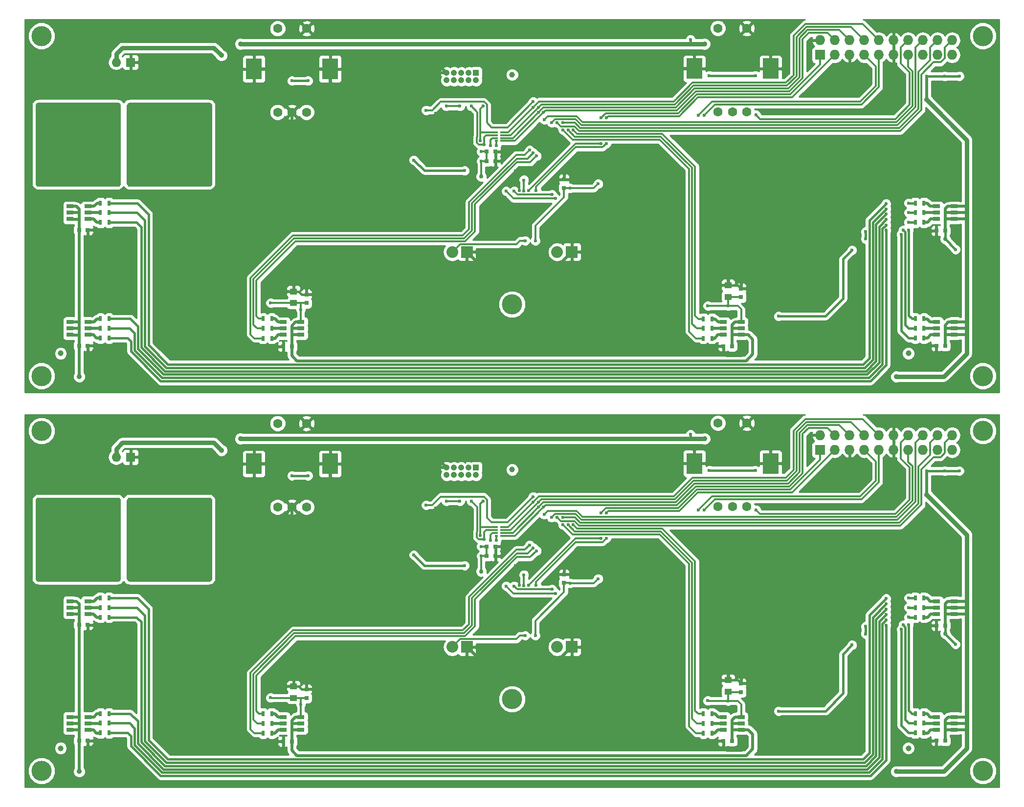
<source format=gbr>
G04 #@! TF.FileFunction,Copper,L2,Bot,Signal*
%FSLAX46Y46*%
G04 Gerber Fmt 4.6, Leading zero omitted, Abs format (unit mm)*
G04 Created by KiCad (PCBNEW no-vcs-found-product) date Mon 12 Oct 2015 08:57:56 AM BRT*
%MOMM*%
G01*
G04 APERTURE LIST*
%ADD10C,0.100000*%
%ADD11O,1.600000X1.600000*%
%ADD12R,1.600000X1.600000*%
%ADD13C,3.500000*%
%ADD14C,1.000000*%
%ADD15R,0.500000X0.320000*%
%ADD16R,1.727200X1.727200*%
%ADD17O,1.727200X1.727200*%
%ADD18R,2.032000X2.032000*%
%ADD19O,2.032000X2.032000*%
%ADD20R,0.500000X0.900000*%
%ADD21R,1.050000X1.050000*%
%ADD22C,1.050000*%
%ADD23C,1.600000*%
%ADD24R,2.800000X3.600000*%
%ADD25R,1.300000X0.700000*%
%ADD26R,0.800000X0.750000*%
%ADD27R,0.750000X0.800000*%
%ADD28R,1.250000X1.000000*%
%ADD29C,0.900000*%
%ADD30C,0.600000*%
%ADD31C,0.750000*%
%ADD32C,1.350000*%
%ADD33C,0.508000*%
%ADD34C,0.381000*%
%ADD35C,0.304800*%
%ADD36C,0.762000*%
%ADD37C,0.254000*%
G04 APERTURE END LIST*
D10*
D11*
X12946494Y-73009906D03*
D12*
X15446494Y-73009906D03*
D13*
X162992554Y-68437906D03*
X754Y-68437906D03*
X162992554Y-127365906D03*
X81483954Y-114945306D03*
X754Y-127365906D03*
D14*
X150114754Y-123454306D03*
X81483954Y-75168906D03*
X3328154Y-123454306D03*
D15*
X79737354Y-85132806D03*
X79737354Y-86132806D03*
X79737354Y-85632806D03*
X79737354Y-86632806D03*
X78737354Y-85632806D03*
X78737354Y-85132806D03*
X78737354Y-86132806D03*
X78737354Y-86632806D03*
D16*
X134817354Y-71722306D03*
D17*
X134817354Y-69182306D03*
X137357354Y-71722306D03*
X137357354Y-69182306D03*
X139897354Y-71722306D03*
X139897354Y-69182306D03*
X142437354Y-71722306D03*
X142437354Y-69182306D03*
X144977354Y-71722306D03*
X144977354Y-69182306D03*
X147517354Y-71722306D03*
X147517354Y-69182306D03*
X150057354Y-71722306D03*
X150057354Y-69182306D03*
X152597354Y-71722306D03*
X152597354Y-69182306D03*
X155137354Y-71722306D03*
X155137354Y-69182306D03*
X157677354Y-71722306D03*
X157677354Y-69182306D03*
D18*
X73666854Y-105885306D03*
D19*
X71126854Y-105885306D03*
D18*
X91827854Y-105885306D03*
D19*
X89287854Y-105885306D03*
D20*
X10211454Y-120795106D03*
X11711454Y-120795106D03*
X10211454Y-119118706D03*
X11711454Y-119118706D03*
X10211454Y-117442306D03*
X11711454Y-117442306D03*
X10211454Y-100754506D03*
X11711454Y-100754506D03*
X10211454Y-99078106D03*
X11711454Y-99078106D03*
X10211454Y-97401706D03*
X11711454Y-97401706D03*
X152783054Y-117442306D03*
X151283054Y-117442306D03*
X39867354Y-117442306D03*
X38367354Y-117442306D03*
X152783054Y-119118706D03*
X151283054Y-119118706D03*
X39867354Y-119144106D03*
X38367354Y-119144106D03*
X152783054Y-120795106D03*
X151283054Y-120795106D03*
X39867354Y-120845906D03*
X38367354Y-120845906D03*
X152783054Y-97401706D03*
X151283054Y-97401706D03*
X116092754Y-117467706D03*
X114592754Y-117467706D03*
X152783054Y-99078106D03*
X151283054Y-99078106D03*
X116092754Y-119144106D03*
X114592754Y-119144106D03*
X152783054Y-100754506D03*
X151283054Y-100754506D03*
X116092754Y-120845906D03*
X114592754Y-120845906D03*
D21*
X75248854Y-74833806D03*
D22*
X73978854Y-74833806D03*
X72708854Y-74833806D03*
X71438854Y-74833806D03*
X70168854Y-74833806D03*
X73978854Y-76103806D03*
X72708854Y-76103806D03*
X71438854Y-76103806D03*
X70168854Y-76103806D03*
X75248854Y-76103806D03*
D23*
X40899154Y-81653706D03*
X40899154Y-67153706D03*
X45899154Y-81653706D03*
X45899154Y-67153706D03*
X43399154Y-81653706D03*
D24*
X36799154Y-74153706D03*
X49999154Y-74153706D03*
D23*
X117124554Y-81602906D03*
X117124554Y-67102906D03*
X122124554Y-81602906D03*
X122124554Y-67102906D03*
X119624554Y-81602906D03*
D24*
X113024554Y-74102906D03*
X126224554Y-74102906D03*
D25*
X8041054Y-118031406D03*
X8041054Y-119131406D03*
X8041054Y-120231406D03*
X4941054Y-120231406D03*
X4941054Y-119131406D03*
X4941054Y-118031406D03*
X8053754Y-97978106D03*
X8053754Y-99078106D03*
X8053754Y-100178106D03*
X4953754Y-100178106D03*
X4953754Y-99078106D03*
X4953754Y-97978106D03*
X154940754Y-120231406D03*
X154940754Y-119131406D03*
X154940754Y-118031406D03*
X158040754Y-118031406D03*
X158040754Y-119131406D03*
X158040754Y-120231406D03*
X41834554Y-120244106D03*
X41834554Y-119144106D03*
X41834554Y-118044106D03*
X44934554Y-118044106D03*
X44934554Y-119144106D03*
X44934554Y-120244106D03*
X154940754Y-100178106D03*
X154940754Y-99078106D03*
X154940754Y-97978106D03*
X158040754Y-97978106D03*
X158040754Y-99078106D03*
X158040754Y-100178106D03*
X118047254Y-120244106D03*
X118047254Y-119144106D03*
X118047254Y-118044106D03*
X121147254Y-118044106D03*
X121147254Y-119144106D03*
X121147254Y-120244106D03*
D26*
X6515754Y-122141306D03*
X8015754Y-122141306D03*
X6515754Y-102075306D03*
X8015754Y-102075306D03*
X156453354Y-122141306D03*
X154953354Y-122141306D03*
X43359854Y-122268306D03*
X41859854Y-122268306D03*
X156453354Y-102202306D03*
X154953354Y-102202306D03*
X119559854Y-122204806D03*
X118059854Y-122204806D03*
X77102354Y-90137306D03*
X78602354Y-90137306D03*
X77102354Y-88486306D03*
X78602354Y-88486306D03*
D27*
X90488854Y-94824306D03*
X90488854Y-93324306D03*
D28*
X43656454Y-112729906D03*
X43656454Y-114729906D03*
D27*
X45878954Y-113233906D03*
X45878954Y-114733906D03*
D28*
X118903954Y-111650406D03*
X118903954Y-113650406D03*
D27*
X121126454Y-112217906D03*
X121126454Y-113717906D03*
X121126454Y-43779702D03*
X121126454Y-45279702D03*
D28*
X118903954Y-43212202D03*
X118903954Y-45212202D03*
D27*
X45878954Y-44795702D03*
X45878954Y-46295702D03*
D28*
X43656454Y-44291702D03*
X43656454Y-46291702D03*
D27*
X90488854Y-26386102D03*
X90488854Y-24886102D03*
D26*
X77102354Y-20048102D03*
X78602354Y-20048102D03*
X77102354Y-21699102D03*
X78602354Y-21699102D03*
X119559854Y-53766602D03*
X118059854Y-53766602D03*
X156453354Y-33764102D03*
X154953354Y-33764102D03*
X43359854Y-53830102D03*
X41859854Y-53830102D03*
X156453354Y-53703102D03*
X154953354Y-53703102D03*
X6515754Y-33637102D03*
X8015754Y-33637102D03*
X6515754Y-53703102D03*
X8015754Y-53703102D03*
D25*
X118047254Y-51805902D03*
X118047254Y-50705902D03*
X118047254Y-49605902D03*
X121147254Y-49605902D03*
X121147254Y-50705902D03*
X121147254Y-51805902D03*
X154940754Y-31739902D03*
X154940754Y-30639902D03*
X154940754Y-29539902D03*
X158040754Y-29539902D03*
X158040754Y-30639902D03*
X158040754Y-31739902D03*
X41834554Y-51805902D03*
X41834554Y-50705902D03*
X41834554Y-49605902D03*
X44934554Y-49605902D03*
X44934554Y-50705902D03*
X44934554Y-51805902D03*
X154940754Y-51793202D03*
X154940754Y-50693202D03*
X154940754Y-49593202D03*
X158040754Y-49593202D03*
X158040754Y-50693202D03*
X158040754Y-51793202D03*
X8053754Y-29539902D03*
X8053754Y-30639902D03*
X8053754Y-31739902D03*
X4953754Y-31739902D03*
X4953754Y-30639902D03*
X4953754Y-29539902D03*
X8041054Y-49593202D03*
X8041054Y-50693202D03*
X8041054Y-51793202D03*
X4941054Y-51793202D03*
X4941054Y-50693202D03*
X4941054Y-49593202D03*
D23*
X117124554Y-13164702D03*
X117124554Y1335298D03*
X122124554Y-13164702D03*
X122124554Y1335298D03*
X119624554Y-13164702D03*
D24*
X113024554Y-5664702D03*
X126224554Y-5664702D03*
D23*
X40899154Y-13215502D03*
X40899154Y1284498D03*
X45899154Y-13215502D03*
X45899154Y1284498D03*
X43399154Y-13215502D03*
D24*
X36799154Y-5715502D03*
X49999154Y-5715502D03*
D21*
X75248854Y-6395602D03*
D22*
X73978854Y-6395602D03*
X72708854Y-6395602D03*
X71438854Y-6395602D03*
X70168854Y-6395602D03*
X73978854Y-7665602D03*
X72708854Y-7665602D03*
X71438854Y-7665602D03*
X70168854Y-7665602D03*
X75248854Y-7665602D03*
D20*
X116092754Y-52407702D03*
X114592754Y-52407702D03*
X152783054Y-32316302D03*
X151283054Y-32316302D03*
X116092754Y-50705902D03*
X114592754Y-50705902D03*
X152783054Y-30639902D03*
X151283054Y-30639902D03*
X116092754Y-49029502D03*
X114592754Y-49029502D03*
X152783054Y-28963502D03*
X151283054Y-28963502D03*
X39867354Y-52407702D03*
X38367354Y-52407702D03*
X152783054Y-52356902D03*
X151283054Y-52356902D03*
X39867354Y-50705902D03*
X38367354Y-50705902D03*
X152783054Y-50680502D03*
X151283054Y-50680502D03*
X39867354Y-49004102D03*
X38367354Y-49004102D03*
X152783054Y-49004102D03*
X151283054Y-49004102D03*
X10211454Y-28963502D03*
X11711454Y-28963502D03*
X10211454Y-30639902D03*
X11711454Y-30639902D03*
X10211454Y-32316302D03*
X11711454Y-32316302D03*
X10211454Y-49004102D03*
X11711454Y-49004102D03*
X10211454Y-50680502D03*
X11711454Y-50680502D03*
X10211454Y-52356902D03*
X11711454Y-52356902D03*
D18*
X91827854Y-37447102D03*
D19*
X89287854Y-37447102D03*
D18*
X73666854Y-37447102D03*
D19*
X71126854Y-37447102D03*
D16*
X134817354Y-3284102D03*
D17*
X134817354Y-744102D03*
X137357354Y-3284102D03*
X137357354Y-744102D03*
X139897354Y-3284102D03*
X139897354Y-744102D03*
X142437354Y-3284102D03*
X142437354Y-744102D03*
X144977354Y-3284102D03*
X144977354Y-744102D03*
X147517354Y-3284102D03*
X147517354Y-744102D03*
X150057354Y-3284102D03*
X150057354Y-744102D03*
X152597354Y-3284102D03*
X152597354Y-744102D03*
X155137354Y-3284102D03*
X155137354Y-744102D03*
X157677354Y-3284102D03*
X157677354Y-744102D03*
D15*
X79737354Y-16694602D03*
X79737354Y-17694602D03*
X79737354Y-17194602D03*
X79737354Y-18194602D03*
X78737354Y-17194602D03*
X78737354Y-16694602D03*
X78737354Y-17694602D03*
X78737354Y-18194602D03*
D14*
X3328154Y-55016102D03*
X81483954Y-6730702D03*
X150114754Y-55016102D03*
D13*
X754Y-58927702D03*
X81483954Y-46507102D03*
X162992554Y-58927702D03*
X754Y298D03*
X162992554Y298D03*
D11*
X12946494Y-4571702D03*
D12*
X15446494Y-4571702D03*
D29*
X111379754Y-86446506D03*
X129413754Y-86446506D03*
X81915754Y-110271706D03*
X129413754Y-94777706D03*
X118898154Y-109204906D03*
X129413754Y-109204906D03*
X141504154Y-109204906D03*
X147549354Y-94777706D03*
X147549354Y-81620506D03*
X147549354Y-74914906D03*
X136271754Y-78521706D03*
X139878554Y-74914906D03*
X118186954Y-94777706D03*
X136271754Y-94777706D03*
X136271754Y-81620506D03*
X101219754Y-105852106D03*
X101219754Y-88478506D03*
X101219754Y-94777706D03*
X101219754Y-74102106D03*
X101219754Y-71968506D03*
X101219754Y-78267706D03*
X73990954Y-71968506D03*
X92431354Y-71968506D03*
X92431354Y-78267706D03*
X82931754Y-78267706D03*
X56668154Y-67091706D03*
X74448154Y-67091706D03*
X87910154Y-67091706D03*
X108534954Y-67091706D03*
X64034154Y-74152906D03*
X57328554Y-74152906D03*
X59411354Y-99197306D03*
X57328554Y-86446506D03*
X57328554Y-95996906D03*
X37618154Y-86446506D03*
X49454554Y-86446506D03*
X37618154Y-95996906D03*
X49454554Y-95996906D03*
X33655754Y-103261306D03*
X27458154Y-103261306D03*
X27458154Y-95996906D03*
X27458154Y-123479706D03*
X27458154Y-114691306D03*
X13691354Y-114691306D03*
X13691354Y-123479706D03*
X19990554Y-95996906D03*
X19990554Y-103261306D03*
X19990554Y-114640506D03*
X43181354Y-74135306D03*
X154941354Y-109187306D03*
X154941354Y-123614506D03*
D30*
X73305754Y-82720506D03*
X68225754Y-81856906D03*
X8027754Y-103243706D03*
X8027754Y-123462106D03*
X36831354Y-122852506D03*
X121667354Y-122852506D03*
X154941354Y-103599306D03*
X78487354Y-101973706D03*
X82906954Y-101973706D03*
X82741854Y-95217306D03*
X80773354Y-93439306D03*
X82106854Y-91851806D03*
X84646854Y-91851806D03*
X93588354Y-93756806D03*
X79820854Y-89248306D03*
D29*
X1550154Y-95996906D03*
X1550154Y-103261306D03*
X1550154Y-114691306D03*
X101118154Y-121701706D03*
X91821754Y-121701706D03*
X73663294Y-121701706D03*
D31*
X154155894Y-89037306D03*
X141887694Y-89037306D03*
X141887694Y-20599102D03*
X154155894Y-20599102D03*
D29*
X73663294Y-53263502D03*
X91821754Y-53263502D03*
X101118154Y-53263502D03*
X1550154Y-46253102D03*
X1550154Y-34823102D03*
X1550154Y-27558702D03*
D30*
X79820854Y-20810102D03*
X93588354Y-25318602D03*
X84646854Y-23413602D03*
X82106854Y-23413602D03*
X80773354Y-25001102D03*
X82741854Y-26779102D03*
X82906954Y-33535502D03*
X78487354Y-33535502D03*
X154941354Y-35161102D03*
X121667354Y-54414302D03*
X36831354Y-54414302D03*
X8027754Y-55023902D03*
X8027754Y-34805502D03*
X68225754Y-13418702D03*
X73305754Y-14282302D03*
D29*
X154941354Y-55176302D03*
X154941354Y-40749102D03*
X43181354Y-5697102D03*
X19990554Y-46202302D03*
X19990554Y-34823102D03*
X19990554Y-27558702D03*
X13691354Y-55041502D03*
X13691354Y-46253102D03*
X27458154Y-46253102D03*
X27458154Y-55041502D03*
X27458154Y-27558702D03*
X27458154Y-34823102D03*
X33655754Y-34823102D03*
X49454554Y-27558702D03*
X37618154Y-27558702D03*
X49454554Y-18008302D03*
X37618154Y-18008302D03*
X57328554Y-27558702D03*
X57328554Y-18008302D03*
X59411354Y-30759102D03*
X57328554Y-5714702D03*
X64034154Y-5714702D03*
X108534954Y1346498D03*
X87910154Y1346498D03*
X74448154Y1346498D03*
X56668154Y1346498D03*
X82931754Y-9829502D03*
X92431354Y-9829502D03*
X92431354Y-3530302D03*
X73990954Y-3530302D03*
X101219754Y-9829502D03*
X101219754Y-3530302D03*
X101219754Y-5663902D03*
X101219754Y-26339502D03*
X101219754Y-20040302D03*
X101219754Y-37413902D03*
X136271754Y-13182302D03*
X136271754Y-26339502D03*
X118186954Y-26339502D03*
X139878554Y-6476702D03*
X136271754Y-10083502D03*
X147549354Y-6476702D03*
X147549354Y-13182302D03*
X147549354Y-26339502D03*
X141504154Y-40766702D03*
X129413754Y-40766702D03*
X118898154Y-40766702D03*
X129413754Y-26339502D03*
X81915754Y-41833502D03*
X129413754Y-18008302D03*
X111379754Y-18008302D03*
D30*
X46127754Y-76218106D03*
X43384554Y-76218106D03*
X112370954Y-69055306D03*
D29*
X34443754Y-69817306D03*
X114809354Y-69817306D03*
X153264954Y-79520106D03*
D30*
X115622154Y-75303706D03*
X123597754Y-75303706D03*
X153264954Y-75405306D03*
X118903954Y-115253906D03*
X91568354Y-94836306D03*
X96394354Y-94074306D03*
X156401854Y-75405306D03*
X158941854Y-75405306D03*
X39688854Y-114711806D03*
X44895854Y-115854806D03*
X76137854Y-88486306D03*
X76137854Y-90137306D03*
X115380854Y-115219806D03*
D31*
X156465354Y-103599306D03*
X76137854Y-92804306D03*
D30*
X72454854Y-80612306D03*
X70105354Y-80612306D03*
X83541954Y-93413906D03*
X83541954Y-95293506D03*
X85523154Y-103929506D03*
D32*
X16866954Y-85819306D03*
X16866954Y-83736506D03*
X22200954Y-88664106D03*
X16866954Y-88664106D03*
X27077754Y-85819306D03*
X27077754Y-83787306D03*
X27077754Y-88664106D03*
X22200954Y-90797706D03*
X16866954Y-90797706D03*
X27077754Y-90797706D03*
X22200954Y-92829706D03*
X16866954Y-92829706D03*
X27077754Y-92829706D03*
X24740954Y-89781706D03*
X19508554Y-89781706D03*
X24690154Y-91813706D03*
X19508554Y-91813706D03*
X24740954Y-87648106D03*
X19508554Y-87648106D03*
D30*
X127638294Y-117028106D03*
X140338294Y-105572706D03*
X158270694Y-105445706D03*
D29*
X6556494Y-127492906D03*
X148009094Y-127492906D03*
X148009094Y-59054702D03*
X6556494Y-59054702D03*
D30*
X158270694Y-37007502D03*
X140338294Y-37134502D03*
X127638294Y-48589902D03*
D32*
X19508554Y-19209902D03*
X24740954Y-19209902D03*
X19508554Y-23375502D03*
X24690154Y-23375502D03*
X19508554Y-21343502D03*
X24740954Y-21343502D03*
X27077754Y-24391502D03*
X16866954Y-24391502D03*
X22200954Y-24391502D03*
X27077754Y-22359502D03*
X16866954Y-22359502D03*
X22200954Y-22359502D03*
X27077754Y-20225902D03*
X27077754Y-15349102D03*
X27077754Y-17381102D03*
X16866954Y-20225902D03*
X22200954Y-20225902D03*
X16866954Y-15298302D03*
X16866954Y-17381102D03*
D30*
X85523154Y-35491302D03*
X83541954Y-26855302D03*
X83541954Y-24975702D03*
X70105354Y-12174102D03*
X72454854Y-12174102D03*
D31*
X76137854Y-24366102D03*
X156465354Y-35161102D03*
D30*
X115380854Y-46781602D03*
X76137854Y-21699102D03*
X76137854Y-20048102D03*
X44895854Y-47416602D03*
X39688854Y-46273602D03*
X158941854Y-6967102D03*
X156401854Y-6967102D03*
X96394354Y-25636102D03*
X91568354Y-26398102D03*
X118903954Y-46815702D03*
X153264954Y-6967102D03*
X123597754Y-6865502D03*
X115622154Y-6865502D03*
D29*
X153264954Y-11081902D03*
X114809354Y-1379102D03*
X34443754Y-1379102D03*
D30*
X112370954Y-617102D03*
X43384554Y-7779902D03*
X46127754Y-7779902D03*
X80455854Y-95344306D03*
X89028354Y-96614306D03*
X89028354Y-28176102D03*
X80455854Y-26906102D03*
X81852854Y-95344306D03*
X88393354Y-95915806D03*
X88393354Y-27477602D03*
X81852854Y-26906102D03*
X86932854Y-81691806D03*
X86932854Y-13253602D03*
X86043854Y-81691806D03*
X86043854Y-13253602D03*
X86043854Y-80802806D03*
X86043854Y-12364602D03*
X85154854Y-80802806D03*
X85154854Y-12364602D03*
X87047854Y-82961806D03*
X87047854Y-14523602D03*
X142685854Y-103637406D03*
X142685854Y-102342006D03*
X142685854Y-33903802D03*
X142685854Y-35199202D03*
X88317854Y-83469806D03*
X85154854Y-79850306D03*
X66612854Y-81310806D03*
X66612854Y-12872602D03*
X85154854Y-11412102D03*
X88317854Y-15031602D03*
X123699354Y-82136306D03*
X123699354Y-13698102D03*
X76633854Y-87279806D03*
X74423354Y-80612306D03*
X74423354Y-12174102D03*
X76633854Y-18841602D03*
X78729354Y-87406806D03*
X78729354Y-18968602D03*
X77776854Y-87406806D03*
X77776854Y-18968602D03*
X76455354Y-80612306D03*
X75998854Y-86581306D03*
X75998854Y-18143102D03*
X76455354Y-12174102D03*
X83757854Y-103916806D03*
X83757854Y-35478602D03*
X91187354Y-84739806D03*
X91187354Y-16301602D03*
X92076354Y-84739806D03*
X92076354Y-16301602D03*
X90298354Y-84739806D03*
X90298354Y-16301602D03*
X85154854Y-88740306D03*
X85154854Y-20302102D03*
X85726354Y-89248306D03*
X85726354Y-20810102D03*
X150145954Y-100712406D03*
X150145954Y-32274202D03*
X84519854Y-88232306D03*
X84519854Y-19794102D03*
X150145954Y-97410406D03*
X150145954Y-28972202D03*
X148884154Y-102811906D03*
X148884154Y-34373702D03*
X149188954Y-102100706D03*
X149188954Y-33662502D03*
X150154154Y-102100706D03*
X150154154Y-33662502D03*
X146254554Y-97503306D03*
X146254554Y-29065102D03*
X146254554Y-98417706D03*
X146254554Y-29979502D03*
X146254554Y-99332106D03*
X146254554Y-30893902D03*
X85662854Y-95217306D03*
X97791354Y-87089306D03*
X97854854Y-82644306D03*
X97854854Y-14206102D03*
X97791354Y-18651102D03*
X85662854Y-26779102D03*
X84329354Y-95217306D03*
X96902354Y-82644306D03*
X96902354Y-87089306D03*
X96902354Y-18651102D03*
X96902354Y-14206102D03*
X84329354Y-26779102D03*
X113729854Y-82199806D03*
X113729854Y-13761602D03*
X114745854Y-82199806D03*
X114745854Y-13761602D03*
X90286354Y-83469806D03*
X90286354Y-15031602D03*
X89270354Y-83469806D03*
X89270354Y-15031602D03*
D32*
X3709754Y-87648106D03*
X8942154Y-87648106D03*
X3709754Y-91813706D03*
X8891354Y-91813706D03*
X3709754Y-89781706D03*
X8942154Y-89781706D03*
X11278954Y-92829706D03*
X1068154Y-92829706D03*
X6402154Y-92829706D03*
X11278954Y-90797706D03*
X1068154Y-90797706D03*
X6402154Y-90797706D03*
X11278954Y-88664106D03*
X11278954Y-83787306D03*
X11278954Y-85819306D03*
X1068154Y-88664106D03*
X6402154Y-88664106D03*
X1068154Y-83736506D03*
X1068154Y-85819306D03*
X1068154Y-17381102D03*
X1068154Y-15298302D03*
X6402154Y-20225902D03*
X1068154Y-20225902D03*
X11278954Y-17381102D03*
X11278954Y-15349102D03*
X11278954Y-20225902D03*
X6402154Y-22359502D03*
X1068154Y-22359502D03*
X11278954Y-22359502D03*
X6402154Y-24391502D03*
X1068154Y-24391502D03*
X11278954Y-24391502D03*
X8942154Y-21343502D03*
X3709754Y-21343502D03*
X8891354Y-23375502D03*
X3709754Y-23375502D03*
X8942154Y-19209902D03*
X3709754Y-19209902D03*
D30*
X150145954Y-99061406D03*
X150145954Y-30623202D03*
X146254554Y-100246506D03*
X146254554Y-31808302D03*
X146254554Y-101211706D03*
X146254554Y-32773502D03*
X146254554Y-102126106D03*
X146254554Y-33687902D03*
X64453854Y-89946806D03*
X73254954Y-91788306D03*
X73254954Y-23350102D03*
X64453854Y-21508602D03*
D29*
X31169094Y-71816106D03*
X31169094Y-3377902D03*
D33*
X111379754Y-86446506D02*
X129413754Y-86446506D01*
X81915754Y-110271706D02*
X87441454Y-110271706D01*
X87441454Y-110271706D02*
X91827854Y-105885306D01*
X73666854Y-105885306D02*
X78053254Y-110271706D01*
X78053254Y-110271706D02*
X81915754Y-110271706D01*
X129413754Y-109204906D02*
X129413754Y-94777706D01*
X118898154Y-109204906D02*
X118903954Y-109210706D01*
X118903954Y-109210706D02*
X118903954Y-111650406D01*
X147549354Y-94777706D02*
X136271754Y-94777706D01*
X147549354Y-81620506D02*
X147549354Y-74914906D01*
X136271754Y-78521706D02*
X139878554Y-74914906D01*
X118186954Y-94777706D02*
X136271754Y-94777706D01*
X101219754Y-94777706D02*
X101219754Y-105852106D01*
X101219754Y-88478506D02*
X101219754Y-94777706D01*
X113024554Y-74102906D02*
X101220554Y-74102906D01*
X101220554Y-74102906D02*
X101219754Y-74102106D01*
X92431354Y-71968506D02*
X101219754Y-71968506D01*
X101219754Y-78267706D02*
X92431354Y-78267706D01*
X73990954Y-71968506D02*
X92431354Y-71968506D01*
X92431354Y-78267706D02*
X82931754Y-78267706D01*
X56668154Y-67091706D02*
X74448154Y-67091706D01*
X87910154Y-67091706D02*
X108534954Y-67091706D01*
X70168854Y-74833806D02*
X64715054Y-74833806D01*
X64715054Y-74833806D02*
X64034154Y-74152906D01*
X57328554Y-86446506D02*
X57328554Y-74152906D01*
X59411354Y-99197306D02*
X59411354Y-98079706D01*
X59411354Y-98079706D02*
X57328554Y-95996906D01*
X49454554Y-86446506D02*
X57328554Y-86446506D01*
X57328554Y-95996906D02*
X49454554Y-95996906D01*
X49999154Y-74153706D02*
X49999154Y-78637506D01*
X49999154Y-78637506D02*
X49454554Y-79182106D01*
X49454554Y-79182106D02*
X49454554Y-86446506D01*
X43409354Y-86446506D02*
X43409354Y-81663906D01*
X43409354Y-81663906D02*
X43399154Y-81653706D01*
X37618154Y-86446506D02*
X43409354Y-86446506D01*
X43409354Y-86446506D02*
X49454554Y-86446506D01*
X27458154Y-95996906D02*
X37618154Y-95996906D01*
X33655754Y-103261306D02*
X27458154Y-103261306D01*
X19990554Y-103261306D02*
X27458154Y-103261306D01*
X27458154Y-95996906D02*
X19990554Y-95996906D01*
X27458154Y-123479706D02*
X27458154Y-114691306D01*
X19990554Y-103261306D02*
X19990554Y-114640506D01*
X49980754Y-74135306D02*
X43181354Y-74135306D01*
X43162954Y-74153706D02*
X43181354Y-74135306D01*
X43162954Y-74153706D02*
X36799154Y-74153706D01*
X49980754Y-74135306D02*
X49999154Y-74153706D01*
X154953354Y-122141306D02*
X154953354Y-123602506D01*
X154941354Y-109187306D02*
X154941354Y-103599306D01*
X154953354Y-123602506D02*
X154941354Y-123614506D01*
D34*
X73305754Y-82720506D02*
X69089354Y-82720506D01*
X69089354Y-82720506D02*
X68225754Y-81856906D01*
X8015754Y-122141306D02*
X8015754Y-123450106D01*
X8027754Y-103243706D02*
X8027754Y-102087306D01*
X8015754Y-123450106D02*
X8027754Y-123462106D01*
X8027754Y-102087306D02*
X8015754Y-102075306D01*
X43656454Y-112729906D02*
X44539554Y-112729906D01*
X45043554Y-113233906D02*
X45878954Y-113233906D01*
X44539554Y-112729906D02*
X45043554Y-113233906D01*
X41859854Y-122268306D02*
X37415554Y-122268306D01*
X37415554Y-122268306D02*
X36831354Y-122852506D01*
X118903954Y-111650406D02*
X120558954Y-111650406D01*
X120558954Y-111650406D02*
X121126454Y-112217906D01*
X118059854Y-122204806D02*
X118059854Y-123258206D01*
X121667354Y-123309706D02*
X121667354Y-122852506D01*
X121159354Y-123817706D02*
X121667354Y-123309706D01*
X118619354Y-123817706D02*
X121159354Y-123817706D01*
X118059854Y-123258206D02*
X118619354Y-123817706D01*
D33*
X154953354Y-103587306D02*
X154953354Y-102202306D01*
D34*
X154941354Y-103599306D02*
X154953354Y-103587306D01*
D35*
X82906954Y-101973706D02*
X78487354Y-101973706D01*
X82360854Y-93439306D02*
X80773354Y-93439306D01*
X82741854Y-93820306D02*
X82360854Y-93439306D01*
X82741854Y-95217306D02*
X82741854Y-93820306D01*
X82106854Y-92105806D02*
X82106854Y-91851806D01*
X80773354Y-93439306D02*
X82106854Y-92105806D01*
X84646854Y-91851806D02*
X82106854Y-91851806D01*
X93588354Y-93756806D02*
X92000854Y-93756806D01*
X92000854Y-93756806D02*
X91568354Y-93324306D01*
X91568354Y-93324306D02*
X90488854Y-93324306D01*
X79820854Y-89248306D02*
X79820854Y-88867306D01*
X79439854Y-88486306D02*
X78602354Y-88486306D01*
X79820854Y-88867306D02*
X79439854Y-88486306D01*
X79439854Y-90137306D02*
X79820854Y-89756306D01*
X78602354Y-90137306D02*
X79439854Y-90137306D01*
X79820854Y-89756306D02*
X79820854Y-89248306D01*
D33*
X1550154Y-103261306D02*
X1550154Y-95996906D01*
X1550154Y-114691306D02*
X1550154Y-103261306D01*
X101118154Y-121701706D02*
X101219754Y-121600106D01*
X101219754Y-121600106D02*
X101219754Y-105852106D01*
X73663294Y-105888866D02*
X73666854Y-105885306D01*
X73663294Y-121701706D02*
X91821754Y-121701706D01*
X73663294Y-105888866D02*
X73663294Y-121701706D01*
X141887694Y-89037306D02*
X154155894Y-89037306D01*
X141887694Y-20599102D02*
X154155894Y-20599102D01*
X73663294Y-37450662D02*
X73663294Y-53263502D01*
X73663294Y-53263502D02*
X91821754Y-53263502D01*
X73663294Y-37450662D02*
X73666854Y-37447102D01*
X101219754Y-53161902D02*
X101219754Y-37413902D01*
X101118154Y-53263502D02*
X101219754Y-53161902D01*
X1550154Y-46253102D02*
X1550154Y-34823102D01*
X1550154Y-34823102D02*
X1550154Y-27558702D01*
D35*
X79820854Y-21318102D02*
X79820854Y-20810102D01*
X78602354Y-21699102D02*
X79439854Y-21699102D01*
X79439854Y-21699102D02*
X79820854Y-21318102D01*
X79820854Y-20429102D02*
X79439854Y-20048102D01*
X79439854Y-20048102D02*
X78602354Y-20048102D01*
X79820854Y-20810102D02*
X79820854Y-20429102D01*
X91568354Y-24886102D02*
X90488854Y-24886102D01*
X92000854Y-25318602D02*
X91568354Y-24886102D01*
X93588354Y-25318602D02*
X92000854Y-25318602D01*
X84646854Y-23413602D02*
X82106854Y-23413602D01*
X80773354Y-25001102D02*
X82106854Y-23667602D01*
X82106854Y-23667602D02*
X82106854Y-23413602D01*
X82741854Y-26779102D02*
X82741854Y-25382102D01*
X82741854Y-25382102D02*
X82360854Y-25001102D01*
X82360854Y-25001102D02*
X80773354Y-25001102D01*
X82906954Y-33535502D02*
X78487354Y-33535502D01*
D34*
X154941354Y-35161102D02*
X154953354Y-35149102D01*
D33*
X154953354Y-35149102D02*
X154953354Y-33764102D01*
D34*
X118059854Y-54820002D02*
X118619354Y-55379502D01*
X118619354Y-55379502D02*
X121159354Y-55379502D01*
X121159354Y-55379502D02*
X121667354Y-54871502D01*
X121667354Y-54871502D02*
X121667354Y-54414302D01*
X118059854Y-53766602D02*
X118059854Y-54820002D01*
X120558954Y-43212202D02*
X121126454Y-43779702D01*
X118903954Y-43212202D02*
X120558954Y-43212202D01*
X37415554Y-53830102D02*
X36831354Y-54414302D01*
X41859854Y-53830102D02*
X37415554Y-53830102D01*
X44539554Y-44291702D02*
X45043554Y-44795702D01*
X45043554Y-44795702D02*
X45878954Y-44795702D01*
X43656454Y-44291702D02*
X44539554Y-44291702D01*
X8027754Y-33649102D02*
X8015754Y-33637102D01*
X8015754Y-55011902D02*
X8027754Y-55023902D01*
X8027754Y-34805502D02*
X8027754Y-33649102D01*
X8015754Y-53703102D02*
X8015754Y-55011902D01*
X69089354Y-14282302D02*
X68225754Y-13418702D01*
X73305754Y-14282302D02*
X69089354Y-14282302D01*
D33*
X154953354Y-55164302D02*
X154941354Y-55176302D01*
X154941354Y-40749102D02*
X154941354Y-35161102D01*
X154953354Y-53703102D02*
X154953354Y-55164302D01*
X49980754Y-5697102D02*
X49999154Y-5715502D01*
X43162954Y-5715502D02*
X36799154Y-5715502D01*
X43162954Y-5715502D02*
X43181354Y-5697102D01*
X49980754Y-5697102D02*
X43181354Y-5697102D01*
X19990554Y-34823102D02*
X19990554Y-46202302D01*
X27458154Y-55041502D02*
X27458154Y-46253102D01*
X27458154Y-27558702D02*
X19990554Y-27558702D01*
X19990554Y-34823102D02*
X27458154Y-34823102D01*
X33655754Y-34823102D02*
X27458154Y-34823102D01*
X27458154Y-27558702D02*
X37618154Y-27558702D01*
X43409354Y-18008302D02*
X49454554Y-18008302D01*
X37618154Y-18008302D02*
X43409354Y-18008302D01*
X43409354Y-13225702D02*
X43399154Y-13215502D01*
X43409354Y-18008302D02*
X43409354Y-13225702D01*
X49454554Y-10743902D02*
X49454554Y-18008302D01*
X49999154Y-10199302D02*
X49454554Y-10743902D01*
X49999154Y-5715502D02*
X49999154Y-10199302D01*
X57328554Y-27558702D02*
X49454554Y-27558702D01*
X49454554Y-18008302D02*
X57328554Y-18008302D01*
X59411354Y-29641502D02*
X57328554Y-27558702D01*
X59411354Y-30759102D02*
X59411354Y-29641502D01*
X57328554Y-18008302D02*
X57328554Y-5714702D01*
X64715054Y-6395602D02*
X64034154Y-5714702D01*
X70168854Y-6395602D02*
X64715054Y-6395602D01*
X87910154Y1346498D02*
X108534954Y1346498D01*
X56668154Y1346498D02*
X74448154Y1346498D01*
X92431354Y-9829502D02*
X82931754Y-9829502D01*
X73990954Y-3530302D02*
X92431354Y-3530302D01*
X101219754Y-9829502D02*
X92431354Y-9829502D01*
X92431354Y-3530302D02*
X101219754Y-3530302D01*
X101220554Y-5664702D02*
X101219754Y-5663902D01*
X113024554Y-5664702D02*
X101220554Y-5664702D01*
X101219754Y-20040302D02*
X101219754Y-26339502D01*
X101219754Y-26339502D02*
X101219754Y-37413902D01*
X118186954Y-26339502D02*
X136271754Y-26339502D01*
X136271754Y-10083502D02*
X139878554Y-6476702D01*
X147549354Y-13182302D02*
X147549354Y-6476702D01*
X147549354Y-26339502D02*
X136271754Y-26339502D01*
X118903954Y-40772502D02*
X118903954Y-43212202D01*
X118898154Y-40766702D02*
X118903954Y-40772502D01*
X129413754Y-40766702D02*
X129413754Y-26339502D01*
X78053254Y-41833502D02*
X81915754Y-41833502D01*
X73666854Y-37447102D02*
X78053254Y-41833502D01*
X87441454Y-41833502D02*
X91827854Y-37447102D01*
X81915754Y-41833502D02*
X87441454Y-41833502D01*
X111379754Y-18008302D02*
X129413754Y-18008302D01*
D34*
X43384554Y-76218106D02*
X46127754Y-76218106D01*
X112370954Y-69817306D02*
X112370954Y-69055306D01*
D33*
X153264954Y-75405306D02*
X153264954Y-79520106D01*
X158040754Y-120231406D02*
X160224554Y-120231406D01*
X160194254Y-120261706D02*
X160224554Y-120261706D01*
X160224554Y-120231406D02*
X160194254Y-120261706D01*
X158040754Y-119131406D02*
X160224554Y-119131406D01*
X160211854Y-119144106D02*
X160224554Y-119144106D01*
X160224554Y-119131406D02*
X160211854Y-119144106D01*
X158040754Y-118031406D02*
X160224554Y-118031406D01*
X160219654Y-118026506D02*
X160224554Y-118026506D01*
X160224554Y-118031406D02*
X160219654Y-118026506D01*
X158040754Y-100178106D02*
X160224554Y-100178106D01*
X160191354Y-100144906D02*
X160224554Y-100144906D01*
X160224554Y-100178106D02*
X160191354Y-100144906D01*
X158040754Y-99078106D02*
X160224554Y-99078106D01*
X160122954Y-99078106D02*
X160224554Y-99078106D01*
X158040754Y-97978106D02*
X160224554Y-97978106D01*
X160206954Y-97960506D02*
X160224554Y-97960506D01*
X160224554Y-97978106D02*
X160206954Y-97960506D01*
D36*
X153264954Y-79520106D02*
X160224554Y-86479706D01*
X160224554Y-86479706D02*
X160224554Y-97960506D01*
X34443754Y-69817306D02*
X112370954Y-69817306D01*
X112370954Y-69817306D02*
X114809354Y-69817306D01*
X160224554Y-120261706D02*
X160224554Y-120761906D01*
X160224554Y-119144106D02*
X160224554Y-120261706D01*
X160224554Y-118026506D02*
X160224554Y-119144106D01*
X160224554Y-100144906D02*
X160224554Y-118026506D01*
X160224554Y-99078106D02*
X160224554Y-100144906D01*
X160224554Y-97960506D02*
X160224554Y-99078106D01*
D34*
X123597754Y-75303706D02*
X115622154Y-75303706D01*
X153264954Y-75405306D02*
X156401854Y-75405306D01*
D35*
X44895854Y-114729906D02*
X45874954Y-114729906D01*
X43656454Y-114729906D02*
X44895854Y-114729906D01*
X45874954Y-114729906D02*
X45878954Y-114733906D01*
X121126454Y-113717906D02*
X118971454Y-113717906D01*
X118971454Y-113717906D02*
X118903954Y-113650406D01*
X118903954Y-115253906D02*
X118903954Y-113650406D01*
D33*
X158032954Y-120236306D02*
X158040754Y-120244106D01*
X158032954Y-100170306D02*
X158040754Y-100178106D01*
D35*
X91568354Y-94836306D02*
X91556354Y-94824306D01*
X91556354Y-94824306D02*
X90488854Y-94824306D01*
X95632354Y-94836306D02*
X96394354Y-94074306D01*
X91568354Y-94836306D02*
X95632354Y-94836306D01*
D34*
X156401854Y-75405306D02*
X158941854Y-75405306D01*
D35*
X39706954Y-114729906D02*
X39688854Y-114711806D01*
X43656454Y-114729906D02*
X39706954Y-114729906D01*
X44895854Y-114729906D02*
X44895854Y-115854806D01*
X76137854Y-88486306D02*
X77102354Y-88486306D01*
X76137854Y-90137306D02*
X77102354Y-90137306D01*
X77102354Y-88486306D02*
X77102354Y-90137306D01*
D33*
X156453354Y-118597306D02*
X157019254Y-118031406D01*
X157019254Y-118031406D02*
X158040754Y-118031406D01*
X156453354Y-119029806D02*
X156453354Y-118597306D01*
X156453354Y-120236306D02*
X156453354Y-119029806D01*
X156453354Y-122141306D02*
X156453354Y-120236306D01*
X156453354Y-119131406D02*
X156465354Y-119119406D01*
X156465354Y-119119406D02*
X156465354Y-119029806D01*
X156465354Y-119029806D02*
X156453354Y-119029806D01*
X158040754Y-119131406D02*
X156453354Y-119131406D01*
X158035854Y-120236306D02*
X158040754Y-120231406D01*
X156453354Y-120236306D02*
X158035854Y-120236306D01*
X156879554Y-97978106D02*
X156453354Y-98404306D01*
X158040754Y-97978106D02*
X156879554Y-97978106D01*
X156453354Y-98404306D02*
X156453354Y-99027306D01*
X156453354Y-100170306D02*
X156453354Y-102202306D01*
X156453354Y-99027306D02*
X156453354Y-100170306D01*
X156453354Y-99078106D02*
X156504154Y-99027306D01*
X156504154Y-99027306D02*
X156453354Y-99027306D01*
X158040754Y-99078106D02*
X156453354Y-99078106D01*
X156453354Y-100178106D02*
X156461154Y-100170306D01*
X156461154Y-100170306D02*
X156453354Y-100170306D01*
X158040754Y-100178106D02*
X156453354Y-100178106D01*
X158086654Y-118077306D02*
X158040754Y-118031406D01*
X158071054Y-97947806D02*
X158040754Y-97978106D01*
D35*
X115414954Y-115253906D02*
X115380854Y-115219806D01*
X118903954Y-115253906D02*
X115414954Y-115253906D01*
D33*
X120049554Y-118044106D02*
X121147254Y-118044106D01*
X119559854Y-118533806D02*
X120049554Y-118044106D01*
X119559854Y-119156806D02*
X119559854Y-118533806D01*
X119559854Y-120236306D02*
X119559854Y-119156806D01*
X119559854Y-122204806D02*
X119559854Y-120236306D01*
X119559854Y-119144106D02*
X119572554Y-119156806D01*
X119572554Y-119156806D02*
X119559854Y-119156806D01*
X121147254Y-119144106D02*
X119559854Y-119144106D01*
X119559854Y-120244106D02*
X119567654Y-120236306D01*
X119567654Y-120236306D02*
X119559854Y-120236306D01*
X121147254Y-120244106D02*
X119559854Y-120244106D01*
X43359854Y-118660806D02*
X43976554Y-118044106D01*
X43359854Y-119156806D02*
X43359854Y-118660806D01*
X43976554Y-118044106D02*
X44934554Y-118044106D01*
X43359854Y-120236306D02*
X43359854Y-119156806D01*
X43359854Y-122268306D02*
X43359854Y-120236306D01*
X43359854Y-119144106D02*
X43372554Y-119156806D01*
X43372554Y-119156806D02*
X43359854Y-119156806D01*
X44934554Y-119144106D02*
X43359854Y-119144106D01*
X43359854Y-120244106D02*
X43367654Y-120236306D01*
X43367654Y-120236306D02*
X43359854Y-120236306D01*
X44934554Y-120244106D02*
X43359854Y-120244106D01*
D34*
X44895854Y-118005406D02*
X44934554Y-118044106D01*
D35*
X44895854Y-115854806D02*
X44895854Y-118005406D01*
X120558454Y-115253906D02*
X121147254Y-115842706D01*
X121147254Y-115842706D02*
X121147254Y-118044106D01*
X118903954Y-115253906D02*
X120558454Y-115253906D01*
D34*
X156465354Y-103599306D02*
X156453354Y-103587306D01*
X156453354Y-103587306D02*
X156453354Y-102202306D01*
D35*
X76137854Y-90137306D02*
X76137854Y-92804306D01*
X72454854Y-80612306D02*
X70105354Y-80612306D01*
X83541954Y-93413906D02*
X83541954Y-95293506D01*
X90488854Y-96398406D02*
X85523154Y-101364106D01*
X85523154Y-101364106D02*
X85523154Y-103929506D01*
X90488854Y-94824306D02*
X90488854Y-96398406D01*
D33*
X6503754Y-100043306D02*
X6503754Y-99992506D01*
X6503754Y-99078106D02*
X6503754Y-100043306D01*
X6503754Y-98443106D02*
X6503754Y-99078106D01*
X6038754Y-97978106D02*
X6503754Y-98443106D01*
X4953754Y-97978106D02*
X6038754Y-97978106D01*
X6503754Y-102063306D02*
X6515754Y-102075306D01*
X6503754Y-100221106D02*
X6503754Y-102063306D01*
X6503754Y-100043306D02*
X6503754Y-100221106D01*
X4996754Y-100221106D02*
X4953754Y-100178106D01*
X6503754Y-100221106D02*
X4996754Y-100221106D01*
X6503754Y-99078106D02*
X4953754Y-99078106D01*
X6515754Y-118026506D02*
X6515754Y-102075306D01*
X6515754Y-119144106D02*
X6515754Y-118026506D01*
X6515754Y-120261706D02*
X6515754Y-119144106D01*
X6515754Y-122141306D02*
X6515754Y-120261706D01*
X6515754Y-118031406D02*
X6510854Y-118026506D01*
X6510854Y-118026506D02*
X6515754Y-118026506D01*
X4941054Y-118031406D02*
X6515754Y-118031406D01*
X4953754Y-119144106D02*
X4941054Y-119131406D01*
X6515754Y-119144106D02*
X4953754Y-119144106D01*
X4971354Y-120261706D02*
X4941054Y-120231406D01*
X6515754Y-120261706D02*
X4971354Y-120261706D01*
D36*
X16866954Y-83736506D02*
X16866954Y-85819306D01*
X19508554Y-88664106D02*
X22200954Y-88664106D01*
X16866954Y-88664106D02*
X19508554Y-88664106D01*
X27077754Y-83787306D02*
X27077754Y-85819306D01*
X24740954Y-88664106D02*
X22200954Y-88664106D01*
X27077754Y-88664106D02*
X24740954Y-88664106D01*
X16866954Y-90797706D02*
X22200954Y-90797706D01*
X22200954Y-90797706D02*
X27077754Y-90797706D01*
X16866954Y-92829706D02*
X22200954Y-92829706D01*
X22200954Y-92829706D02*
X27077754Y-92829706D01*
X24740954Y-88664106D02*
X24740954Y-88714906D01*
X24740954Y-89781706D02*
X24740954Y-88664106D01*
X19508554Y-88664106D02*
X19508554Y-89781706D01*
X19508554Y-91813706D02*
X24690154Y-91813706D01*
X19508554Y-87648106D02*
X24740954Y-87648106D01*
D34*
X127638294Y-117028106D02*
X135715494Y-117028106D01*
X135715494Y-117028106D02*
X138788894Y-113954706D01*
X138788894Y-113954706D02*
X138788894Y-107122106D01*
X138788894Y-107122106D02*
X140338294Y-105572706D01*
X158270694Y-105445706D02*
X156465354Y-103640366D01*
X156465354Y-103640366D02*
X156465354Y-103599306D01*
D36*
X6556494Y-127492906D02*
X6543094Y-127479506D01*
D33*
X6543094Y-127479506D02*
X6515754Y-122141306D01*
D36*
X160224554Y-123481646D02*
X156213294Y-127492906D01*
X156213294Y-127492906D02*
X148009094Y-127492906D01*
X160224554Y-120761906D02*
X160224554Y-123481646D01*
D33*
X43359854Y-123859466D02*
X44250094Y-124749706D01*
X44250094Y-124749706D02*
X122024894Y-124749706D01*
X122024894Y-124749706D02*
X123167894Y-123606706D01*
X123167894Y-123606706D02*
X123167894Y-121015906D01*
X123167894Y-121015906D02*
X122396094Y-120244106D01*
X122396094Y-120244106D02*
X121147254Y-120244106D01*
X43359854Y-122268306D02*
X43359854Y-123859466D01*
X43359854Y-53830102D02*
X43359854Y-55421262D01*
X122396094Y-51805902D02*
X121147254Y-51805902D01*
X123167894Y-52577702D02*
X122396094Y-51805902D01*
X123167894Y-55168502D02*
X123167894Y-52577702D01*
X122024894Y-56311502D02*
X123167894Y-55168502D01*
X44250094Y-56311502D02*
X122024894Y-56311502D01*
X43359854Y-55421262D02*
X44250094Y-56311502D01*
D36*
X160224554Y-52323702D02*
X160224554Y-55043442D01*
X156213294Y-59054702D02*
X148009094Y-59054702D01*
X160224554Y-55043442D02*
X156213294Y-59054702D01*
D33*
X6543094Y-59041302D02*
X6515754Y-53703102D01*
D36*
X6556494Y-59054702D02*
X6543094Y-59041302D01*
D34*
X156465354Y-35202162D02*
X156465354Y-35161102D01*
X158270694Y-37007502D02*
X156465354Y-35202162D01*
X138788894Y-38683902D02*
X140338294Y-37134502D01*
X138788894Y-45516502D02*
X138788894Y-38683902D01*
X135715494Y-48589902D02*
X138788894Y-45516502D01*
X127638294Y-48589902D02*
X135715494Y-48589902D01*
D36*
X19508554Y-19209902D02*
X24740954Y-19209902D01*
X19508554Y-23375502D02*
X24690154Y-23375502D01*
X19508554Y-20225902D02*
X19508554Y-21343502D01*
X24740954Y-21343502D02*
X24740954Y-20225902D01*
X24740954Y-20225902D02*
X24740954Y-20276702D01*
X22200954Y-24391502D02*
X27077754Y-24391502D01*
X16866954Y-24391502D02*
X22200954Y-24391502D01*
X22200954Y-22359502D02*
X27077754Y-22359502D01*
X16866954Y-22359502D02*
X22200954Y-22359502D01*
X27077754Y-20225902D02*
X24740954Y-20225902D01*
X24740954Y-20225902D02*
X22200954Y-20225902D01*
X27077754Y-15349102D02*
X27077754Y-17381102D01*
X16866954Y-20225902D02*
X19508554Y-20225902D01*
X19508554Y-20225902D02*
X22200954Y-20225902D01*
X16866954Y-15298302D02*
X16866954Y-17381102D01*
D33*
X6515754Y-51823502D02*
X4971354Y-51823502D01*
X4971354Y-51823502D02*
X4941054Y-51793202D01*
X6515754Y-50705902D02*
X4953754Y-50705902D01*
X4953754Y-50705902D02*
X4941054Y-50693202D01*
X4941054Y-49593202D02*
X6515754Y-49593202D01*
X6510854Y-49588302D02*
X6515754Y-49588302D01*
X6515754Y-49593202D02*
X6510854Y-49588302D01*
X6515754Y-53703102D02*
X6515754Y-51823502D01*
X6515754Y-51823502D02*
X6515754Y-50705902D01*
X6515754Y-50705902D02*
X6515754Y-49588302D01*
X6515754Y-49588302D02*
X6515754Y-33637102D01*
X6503754Y-30639902D02*
X4953754Y-30639902D01*
X6503754Y-31782902D02*
X4996754Y-31782902D01*
X4996754Y-31782902D02*
X4953754Y-31739902D01*
X6503754Y-31605102D02*
X6503754Y-31782902D01*
X6503754Y-31782902D02*
X6503754Y-33625102D01*
X6503754Y-33625102D02*
X6515754Y-33637102D01*
X4953754Y-29539902D02*
X6038754Y-29539902D01*
X6038754Y-29539902D02*
X6503754Y-30004902D01*
X6503754Y-30004902D02*
X6503754Y-30639902D01*
X6503754Y-30639902D02*
X6503754Y-31605102D01*
X6503754Y-31605102D02*
X6503754Y-31554302D01*
D35*
X90488854Y-26386102D02*
X90488854Y-27960202D01*
X85523154Y-32925902D02*
X85523154Y-35491302D01*
X90488854Y-27960202D02*
X85523154Y-32925902D01*
X83541954Y-24975702D02*
X83541954Y-26855302D01*
X72454854Y-12174102D02*
X70105354Y-12174102D01*
X76137854Y-21699102D02*
X76137854Y-24366102D01*
D34*
X156453354Y-35149102D02*
X156453354Y-33764102D01*
X156465354Y-35161102D02*
X156453354Y-35149102D01*
D35*
X118903954Y-46815702D02*
X120558454Y-46815702D01*
X121147254Y-47404502D02*
X121147254Y-49605902D01*
X120558454Y-46815702D02*
X121147254Y-47404502D01*
X44895854Y-47416602D02*
X44895854Y-49567202D01*
D34*
X44895854Y-49567202D02*
X44934554Y-49605902D01*
D33*
X44934554Y-51805902D02*
X43359854Y-51805902D01*
X43367654Y-51798102D02*
X43359854Y-51798102D01*
X43359854Y-51805902D02*
X43367654Y-51798102D01*
X44934554Y-50705902D02*
X43359854Y-50705902D01*
X43372554Y-50718602D02*
X43359854Y-50718602D01*
X43359854Y-50705902D02*
X43372554Y-50718602D01*
X43359854Y-53830102D02*
X43359854Y-51798102D01*
X43359854Y-51798102D02*
X43359854Y-50718602D01*
X43976554Y-49605902D02*
X44934554Y-49605902D01*
X43359854Y-50718602D02*
X43359854Y-50222602D01*
X43359854Y-50222602D02*
X43976554Y-49605902D01*
X121147254Y-51805902D02*
X119559854Y-51805902D01*
X119567654Y-51798102D02*
X119559854Y-51798102D01*
X119559854Y-51805902D02*
X119567654Y-51798102D01*
X121147254Y-50705902D02*
X119559854Y-50705902D01*
X119572554Y-50718602D02*
X119559854Y-50718602D01*
X119559854Y-50705902D02*
X119572554Y-50718602D01*
X119559854Y-53766602D02*
X119559854Y-51798102D01*
X119559854Y-51798102D02*
X119559854Y-50718602D01*
X119559854Y-50718602D02*
X119559854Y-50095602D01*
X119559854Y-50095602D02*
X120049554Y-49605902D01*
X120049554Y-49605902D02*
X121147254Y-49605902D01*
D35*
X118903954Y-46815702D02*
X115414954Y-46815702D01*
X115414954Y-46815702D02*
X115380854Y-46781602D01*
D33*
X158071054Y-29509602D02*
X158040754Y-29539902D01*
X158086654Y-49639102D02*
X158040754Y-49593202D01*
X158040754Y-31739902D02*
X156453354Y-31739902D01*
X156461154Y-31732102D02*
X156453354Y-31732102D01*
X156453354Y-31739902D02*
X156461154Y-31732102D01*
X158040754Y-30639902D02*
X156453354Y-30639902D01*
X156504154Y-30589102D02*
X156453354Y-30589102D01*
X156453354Y-30639902D02*
X156504154Y-30589102D01*
X156453354Y-30589102D02*
X156453354Y-31732102D01*
X156453354Y-31732102D02*
X156453354Y-33764102D01*
X156453354Y-29966102D02*
X156453354Y-30589102D01*
X158040754Y-29539902D02*
X156879554Y-29539902D01*
X156879554Y-29539902D02*
X156453354Y-29966102D01*
X156453354Y-51798102D02*
X158035854Y-51798102D01*
X158035854Y-51798102D02*
X158040754Y-51793202D01*
X158040754Y-50693202D02*
X156453354Y-50693202D01*
X156465354Y-50591602D02*
X156453354Y-50591602D01*
X156465354Y-50681202D02*
X156465354Y-50591602D01*
X156453354Y-50693202D02*
X156465354Y-50681202D01*
X156453354Y-53703102D02*
X156453354Y-51798102D01*
X156453354Y-51798102D02*
X156453354Y-50591602D01*
X156453354Y-50591602D02*
X156453354Y-50159102D01*
X157019254Y-49593202D02*
X158040754Y-49593202D01*
X156453354Y-50159102D02*
X157019254Y-49593202D01*
D35*
X77102354Y-20048102D02*
X77102354Y-21699102D01*
X76137854Y-21699102D02*
X77102354Y-21699102D01*
X76137854Y-20048102D02*
X77102354Y-20048102D01*
X44895854Y-46291702D02*
X44895854Y-47416602D01*
X43656454Y-46291702D02*
X39706954Y-46291702D01*
X39706954Y-46291702D02*
X39688854Y-46273602D01*
D34*
X156401854Y-6967102D02*
X158941854Y-6967102D01*
D35*
X91568354Y-26398102D02*
X95632354Y-26398102D01*
X95632354Y-26398102D02*
X96394354Y-25636102D01*
X91556354Y-26386102D02*
X90488854Y-26386102D01*
X91568354Y-26398102D02*
X91556354Y-26386102D01*
D33*
X158032954Y-31732102D02*
X158040754Y-31739902D01*
X158032954Y-51798102D02*
X158040754Y-51805902D01*
D35*
X118903954Y-46815702D02*
X118903954Y-45212202D01*
X118971454Y-45279702D02*
X118903954Y-45212202D01*
X121126454Y-45279702D02*
X118971454Y-45279702D01*
X45874954Y-46291702D02*
X45878954Y-46295702D01*
X43656454Y-46291702D02*
X44895854Y-46291702D01*
X44895854Y-46291702D02*
X45874954Y-46291702D01*
D34*
X153264954Y-6967102D02*
X156401854Y-6967102D01*
X123597754Y-6865502D02*
X115622154Y-6865502D01*
D36*
X160224554Y-29522302D02*
X160224554Y-30639902D01*
X160224554Y-30639902D02*
X160224554Y-31706702D01*
X160224554Y-31706702D02*
X160224554Y-49588302D01*
X160224554Y-49588302D02*
X160224554Y-50705902D01*
X160224554Y-50705902D02*
X160224554Y-51823502D01*
X160224554Y-51823502D02*
X160224554Y-52323702D01*
X112370954Y-1379102D02*
X114809354Y-1379102D01*
X34443754Y-1379102D02*
X112370954Y-1379102D01*
X160224554Y-18041502D02*
X160224554Y-29522302D01*
X153264954Y-11081902D02*
X160224554Y-18041502D01*
D33*
X160224554Y-29539902D02*
X160206954Y-29522302D01*
X160206954Y-29522302D02*
X160224554Y-29522302D01*
X158040754Y-29539902D02*
X160224554Y-29539902D01*
X160122954Y-30639902D02*
X160224554Y-30639902D01*
X158040754Y-30639902D02*
X160224554Y-30639902D01*
X160224554Y-31739902D02*
X160191354Y-31706702D01*
X160191354Y-31706702D02*
X160224554Y-31706702D01*
X158040754Y-31739902D02*
X160224554Y-31739902D01*
X160224554Y-49593202D02*
X160219654Y-49588302D01*
X160219654Y-49588302D02*
X160224554Y-49588302D01*
X158040754Y-49593202D02*
X160224554Y-49593202D01*
X160224554Y-50693202D02*
X160211854Y-50705902D01*
X160211854Y-50705902D02*
X160224554Y-50705902D01*
X158040754Y-50693202D02*
X160224554Y-50693202D01*
X160224554Y-51793202D02*
X160194254Y-51823502D01*
X160194254Y-51823502D02*
X160224554Y-51823502D01*
X158040754Y-51793202D02*
X160224554Y-51793202D01*
X153264954Y-6967102D02*
X153264954Y-11081902D01*
D34*
X112370954Y-1379102D02*
X112370954Y-617102D01*
X43384554Y-7779902D02*
X46127754Y-7779902D01*
D33*
X116092754Y-120845906D02*
X116549254Y-120845906D01*
X117151054Y-120244106D02*
X118047254Y-120244106D01*
X116549254Y-120845906D02*
X117151054Y-120244106D01*
X116549254Y-52407702D02*
X117151054Y-51805902D01*
X117151054Y-51805902D02*
X118047254Y-51805902D01*
X116092754Y-52407702D02*
X116549254Y-52407702D01*
X116092754Y-119144106D02*
X118047254Y-119144106D01*
X116092754Y-50705902D02*
X118047254Y-50705902D01*
X116092754Y-117467706D02*
X116612754Y-117467706D01*
X117189154Y-118044106D02*
X118047254Y-118044106D01*
X116612754Y-117467706D02*
X117189154Y-118044106D01*
X116612754Y-49029502D02*
X117189154Y-49605902D01*
X117189154Y-49605902D02*
X118047254Y-49605902D01*
X116092754Y-49029502D02*
X116612754Y-49029502D01*
X39867354Y-120845906D02*
X40412754Y-120845906D01*
X41014554Y-120244106D02*
X41834554Y-120244106D01*
X40412754Y-120845906D02*
X41014554Y-120244106D01*
X40412754Y-52407702D02*
X41014554Y-51805902D01*
X41014554Y-51805902D02*
X41834554Y-51805902D01*
X39867354Y-52407702D02*
X40412754Y-52407702D01*
X39867354Y-119144106D02*
X41834554Y-119144106D01*
X39867354Y-50705902D02*
X41834554Y-50705902D01*
X39867354Y-117442306D02*
X40387354Y-117442306D01*
X40989154Y-118044106D02*
X41834554Y-118044106D01*
X40387354Y-117442306D02*
X40989154Y-118044106D01*
X40387354Y-49004102D02*
X40989154Y-49605902D01*
X40989154Y-49605902D02*
X41834554Y-49605902D01*
X39867354Y-49004102D02*
X40387354Y-49004102D01*
X152783054Y-100754506D02*
X153404654Y-100754506D01*
X153981054Y-100178106D02*
X154940754Y-100178106D01*
X153404654Y-100754506D02*
X153981054Y-100178106D01*
X153404654Y-32316302D02*
X153981054Y-31739902D01*
X153981054Y-31739902D02*
X154940754Y-31739902D01*
X152783054Y-32316302D02*
X153404654Y-32316302D01*
X152783054Y-99078106D02*
X154940754Y-99078106D01*
X152783054Y-30639902D02*
X154940754Y-30639902D01*
X152783054Y-97401706D02*
X153315754Y-97401706D01*
X153892154Y-97978106D02*
X154940754Y-97978106D01*
X153315754Y-97401706D02*
X153892154Y-97978106D01*
X153315754Y-28963502D02*
X153892154Y-29539902D01*
X153892154Y-29539902D02*
X154940754Y-29539902D01*
X152783054Y-28963502D02*
X153315754Y-28963502D01*
X153404654Y-120820506D02*
X153981054Y-120244106D01*
X153981054Y-120244106D02*
X154940754Y-120244106D01*
X152783054Y-120820506D02*
X153404654Y-120820506D01*
X152783054Y-52382302D02*
X153404654Y-52382302D01*
X153981054Y-51805902D02*
X154940754Y-51805902D01*
X153404654Y-52382302D02*
X153981054Y-51805902D01*
X152783054Y-119144106D02*
X154940754Y-119144106D01*
X152783054Y-50705902D02*
X154940754Y-50705902D01*
X153315754Y-117467706D02*
X153892154Y-118044106D01*
X153892154Y-118044106D02*
X154940754Y-118044106D01*
X152783054Y-117467706D02*
X153315754Y-117467706D01*
X152783054Y-49029502D02*
X153315754Y-49029502D01*
X153892154Y-49605902D02*
X154940754Y-49605902D01*
X153315754Y-49029502D02*
X153892154Y-49605902D01*
X8053754Y-97978106D02*
X9115054Y-97978106D01*
X9691454Y-97401706D02*
X10211454Y-97401706D01*
X9115054Y-97978106D02*
X9691454Y-97401706D01*
X9115054Y-29539902D02*
X9691454Y-28963502D01*
X9691454Y-28963502D02*
X10211454Y-28963502D01*
X8053754Y-29539902D02*
X9115054Y-29539902D01*
X8053754Y-99078106D02*
X10211454Y-99078106D01*
X8053754Y-30639902D02*
X10211454Y-30639902D01*
X8053754Y-100178106D02*
X9026154Y-100178106D01*
X9602554Y-100754506D02*
X10211454Y-100754506D01*
X9026154Y-100178106D02*
X9602554Y-100754506D01*
X9026154Y-31739902D02*
X9602554Y-32316302D01*
X9602554Y-32316302D02*
X10211454Y-32316302D01*
X8053754Y-31739902D02*
X9026154Y-31739902D01*
D35*
X89028354Y-96614306D02*
X81725854Y-96614306D01*
X81725854Y-96614306D02*
X80455854Y-95344306D01*
X81725854Y-28176102D02*
X80455854Y-26906102D01*
X89028354Y-28176102D02*
X81725854Y-28176102D01*
X82424354Y-95915806D02*
X81852854Y-95344306D01*
X88393354Y-95915806D02*
X82424354Y-95915806D01*
X88393354Y-27477602D02*
X82424354Y-27477602D01*
X82424354Y-27477602D02*
X81852854Y-26906102D01*
X137357354Y-69182306D02*
X137357354Y-68616306D01*
X132843354Y-67912306D02*
X131763854Y-68991806D01*
X131763854Y-68991806D02*
X131763854Y-75786306D01*
X131763854Y-75786306D02*
X129477854Y-78072306D01*
X137357354Y-69182306D02*
X136087354Y-67912306D01*
X136087354Y-67912306D02*
X132843354Y-67912306D01*
X86932854Y-81691806D02*
X87313854Y-81310806D01*
X87313854Y-81310806D02*
X110046854Y-81310806D01*
X113285354Y-78072306D02*
X110046854Y-81310806D01*
X129477854Y-78072306D02*
X113285354Y-78072306D01*
X81991854Y-86632806D02*
X86932854Y-81691806D01*
X79737354Y-86632806D02*
X81991854Y-86632806D01*
X79737354Y-18194602D02*
X81991854Y-18194602D01*
X81991854Y-18194602D02*
X86932854Y-13253602D01*
X129477854Y-9634102D02*
X113285354Y-9634102D01*
X113285354Y-9634102D02*
X110046854Y-12872602D01*
X87313854Y-12872602D02*
X110046854Y-12872602D01*
X86932854Y-13253602D02*
X87313854Y-12872602D01*
X136087354Y525898D02*
X132843354Y525898D01*
X137357354Y-744102D02*
X136087354Y525898D01*
X131763854Y-7348102D02*
X129477854Y-9634102D01*
X131763854Y-553602D02*
X131763854Y-7348102D01*
X132843354Y525898D02*
X131763854Y-553602D01*
X137357354Y-744102D02*
X137357354Y-178102D01*
X131255854Y-68801306D02*
X132652854Y-67404306D01*
X131255854Y-75595806D02*
X131255854Y-68801306D01*
X129287354Y-77564306D02*
X131255854Y-75595806D01*
X139897354Y-69182306D02*
X138119354Y-67404306D01*
X138119354Y-67404306D02*
X132652854Y-67404306D01*
X86043854Y-81691806D02*
X86932854Y-80802806D01*
X109856354Y-80802806D02*
X86932854Y-80802806D01*
X113094854Y-77564306D02*
X109856354Y-80802806D01*
X129287354Y-77564306D02*
X113094854Y-77564306D01*
X81602854Y-86132806D02*
X79737354Y-86132806D01*
X86043854Y-81691806D02*
X81602854Y-86132806D01*
X86043854Y-13253602D02*
X81602854Y-17694602D01*
X81602854Y-17694602D02*
X79737354Y-17694602D01*
X129287354Y-9126102D02*
X113094854Y-9126102D01*
X113094854Y-9126102D02*
X109856354Y-12364602D01*
X109856354Y-12364602D02*
X86932854Y-12364602D01*
X86043854Y-13253602D02*
X86932854Y-12364602D01*
X138119354Y1033898D02*
X132652854Y1033898D01*
X139897354Y-744102D02*
X138119354Y1033898D01*
X129287354Y-9126102D02*
X131255854Y-7157602D01*
X131255854Y-7157602D02*
X131255854Y-363102D01*
X131255854Y-363102D02*
X132652854Y1033898D01*
X86043854Y-80802806D02*
X86551854Y-80294806D01*
X130747854Y-68610806D02*
X132462354Y-66896306D01*
X130747854Y-75405306D02*
X130747854Y-68610806D01*
X129096854Y-77056306D02*
X130747854Y-75405306D01*
X140151354Y-66896306D02*
X132462354Y-66896306D01*
X142437354Y-69182306D02*
X140151354Y-66896306D01*
X109665854Y-80294806D02*
X86551854Y-80294806D01*
X112904354Y-77056306D02*
X109665854Y-80294806D01*
X129096854Y-77056306D02*
X112904354Y-77056306D01*
X81213854Y-85632806D02*
X86043854Y-80802806D01*
X79737354Y-85632806D02*
X81213854Y-85632806D01*
X79737354Y-17194602D02*
X81213854Y-17194602D01*
X81213854Y-17194602D02*
X86043854Y-12364602D01*
X129096854Y-8618102D02*
X112904354Y-8618102D01*
X112904354Y-8618102D02*
X109665854Y-11856602D01*
X109665854Y-11856602D02*
X86551854Y-11856602D01*
X142437354Y-744102D02*
X140151354Y1541898D01*
X140151354Y1541898D02*
X132462354Y1541898D01*
X129096854Y-8618102D02*
X130747854Y-6967102D01*
X130747854Y-6967102D02*
X130747854Y-172602D01*
X130747854Y-172602D02*
X132462354Y1541898D01*
X86043854Y-12364602D02*
X86551854Y-11856602D01*
X85154854Y-80802806D02*
X86170854Y-79786806D01*
X130239854Y-68420306D02*
X132271854Y-66388306D01*
X130239854Y-75214806D02*
X130239854Y-68420306D01*
X128906354Y-76548306D02*
X130239854Y-75214806D01*
X144977354Y-69182306D02*
X142183354Y-66388306D01*
X142183354Y-66388306D02*
X132271854Y-66388306D01*
X86170854Y-79786806D02*
X109475354Y-79786806D01*
X112713854Y-76548306D02*
X109475354Y-79786806D01*
X128906354Y-76548306D02*
X112713854Y-76548306D01*
X80824854Y-85132806D02*
X79737354Y-85132806D01*
X85154854Y-80802806D02*
X80824854Y-85132806D01*
X85154854Y-12364602D02*
X80824854Y-16694602D01*
X80824854Y-16694602D02*
X79737354Y-16694602D01*
X128906354Y-8110102D02*
X112713854Y-8110102D01*
X112713854Y-8110102D02*
X109475354Y-11348602D01*
X86170854Y-11348602D02*
X109475354Y-11348602D01*
X142183354Y2049898D02*
X132271854Y2049898D01*
X144977354Y-744102D02*
X142183354Y2049898D01*
X128906354Y-8110102D02*
X130239854Y-6776602D01*
X130239854Y-6776602D02*
X130239854Y17898D01*
X130239854Y17898D02*
X132271854Y2049898D01*
X85154854Y-12364602D02*
X86170854Y-11348602D01*
X150057354Y-73833608D02*
X150813854Y-74590108D01*
X150813854Y-74590108D02*
X150813854Y-80548806D01*
X150813854Y-80548806D02*
X148019854Y-83342806D01*
X148019854Y-83342806D02*
X93663854Y-83342806D01*
X93663854Y-83342806D02*
X92647854Y-82326806D01*
X150057354Y-71722306D02*
X150057354Y-73833608D01*
X87682854Y-82326806D02*
X92647854Y-82326806D01*
X87047854Y-82961806D02*
X87682854Y-82326806D01*
X87047854Y-14523602D02*
X87682854Y-13888602D01*
X87682854Y-13888602D02*
X92647854Y-13888602D01*
X150057354Y-3284102D02*
X150057354Y-5395404D01*
X93663854Y-14904602D02*
X92647854Y-13888602D01*
X148019854Y-14904602D02*
X93663854Y-14904602D01*
X150813854Y-12110602D02*
X148019854Y-14904602D01*
X150813854Y-6151904D02*
X150813854Y-12110602D01*
X150057354Y-5395404D02*
X150813854Y-6151904D01*
D34*
X142685854Y-103637406D02*
X142685854Y-102342006D01*
X142685854Y-35199202D02*
X142685854Y-33903802D01*
D35*
X92457354Y-82834806D02*
X88952854Y-82834806D01*
X88952854Y-82834806D02*
X88317854Y-83469806D01*
X148210354Y-83850806D02*
X151321854Y-80739306D01*
X93473354Y-83850806D02*
X148210354Y-83850806D01*
X92457354Y-82834806D02*
X93473354Y-83850806D01*
X151321854Y-70457806D02*
X152597354Y-69182306D01*
X151321854Y-70457806D02*
X151321854Y-80739306D01*
X69152854Y-79850306D02*
X74702154Y-79850306D01*
X67692354Y-81310806D02*
X69152854Y-79850306D01*
X66612854Y-81310806D02*
X67692354Y-81310806D01*
X80692254Y-84312906D02*
X85154854Y-79850306D01*
X77953354Y-84312906D02*
X80692254Y-84312906D01*
X77140554Y-83500106D02*
X77953354Y-84312906D01*
X77140554Y-80350506D02*
X77140554Y-83500106D01*
X76640354Y-79850306D02*
X77140554Y-80350506D01*
X74702154Y-79850306D02*
X76640354Y-79850306D01*
X74702154Y-11412102D02*
X76640354Y-11412102D01*
X76640354Y-11412102D02*
X77140554Y-11912302D01*
X77140554Y-11912302D02*
X77140554Y-15061902D01*
X77140554Y-15061902D02*
X77953354Y-15874702D01*
X77953354Y-15874702D02*
X80692254Y-15874702D01*
X80692254Y-15874702D02*
X85154854Y-11412102D01*
X66612854Y-12872602D02*
X67692354Y-12872602D01*
X67692354Y-12872602D02*
X69152854Y-11412102D01*
X69152854Y-11412102D02*
X74702154Y-11412102D01*
X151321854Y-2019602D02*
X151321854Y-12301102D01*
X151321854Y-2019602D02*
X152597354Y-744102D01*
X92457354Y-14396602D02*
X93473354Y-15412602D01*
X93473354Y-15412602D02*
X148210354Y-15412602D01*
X148210354Y-15412602D02*
X151321854Y-12301102D01*
X88952854Y-14396602D02*
X88317854Y-15031602D01*
X92457354Y-14396602D02*
X88952854Y-14396602D01*
X124397854Y-82834806D02*
X147829354Y-82834806D01*
X147829354Y-82834806D02*
X150305854Y-80358306D01*
X150305854Y-80358306D02*
X150305854Y-74770306D01*
X150305854Y-74770306D02*
X148781854Y-73246306D01*
X148781854Y-73246306D02*
X148781854Y-70457806D01*
X148781854Y-70457806D02*
X150057354Y-69182306D01*
X123699354Y-82136306D02*
X124397854Y-82834806D01*
X123699354Y-13698102D02*
X124397854Y-14396602D01*
X148781854Y-2019602D02*
X150057354Y-744102D01*
X148781854Y-4808102D02*
X148781854Y-2019602D01*
X150305854Y-6332102D02*
X148781854Y-4808102D01*
X150305854Y-11920102D02*
X150305854Y-6332102D01*
X147829354Y-14396602D02*
X150305854Y-11920102D01*
X124397854Y-14396602D02*
X147829354Y-14396602D01*
X75490154Y-81679106D02*
X74423354Y-80612306D01*
X75490154Y-85924004D02*
X75490154Y-81679106D01*
X75375854Y-86038304D02*
X75490154Y-85924004D01*
X77010854Y-85632806D02*
X76633854Y-86009806D01*
X76633854Y-86009806D02*
X76633854Y-87279806D01*
X78737354Y-85632806D02*
X77010854Y-85632806D01*
X75756854Y-87279806D02*
X75375854Y-86898806D01*
X75375854Y-86898806D02*
X75375854Y-86038304D01*
X76633854Y-87279806D02*
X75756854Y-87279806D01*
X76633854Y-18841602D02*
X75756854Y-18841602D01*
X75375854Y-18460602D02*
X75375854Y-17600100D01*
X75756854Y-18841602D02*
X75375854Y-18460602D01*
X78737354Y-17194602D02*
X77010854Y-17194602D01*
X76633854Y-17571602D02*
X76633854Y-18841602D01*
X77010854Y-17194602D02*
X76633854Y-17571602D01*
X75375854Y-17600100D02*
X75490154Y-17485800D01*
X75490154Y-17485800D02*
X75490154Y-13240902D01*
X75490154Y-13240902D02*
X74423354Y-12174102D01*
X78729354Y-87406806D02*
X78737354Y-87398806D01*
X78737354Y-87398806D02*
X78737354Y-86632806D01*
X78737354Y-18960602D02*
X78737354Y-18194602D01*
X78729354Y-18968602D02*
X78737354Y-18960602D01*
X77776854Y-87406806D02*
X77776854Y-86454306D01*
X77776854Y-86454306D02*
X78098354Y-86132806D01*
X78098354Y-86132806D02*
X78737354Y-86132806D01*
X78098354Y-17694602D02*
X78737354Y-17694602D01*
X77776854Y-18016102D02*
X78098354Y-17694602D01*
X77776854Y-18968602D02*
X77776854Y-18016102D01*
X75998854Y-86581306D02*
X75998854Y-81068806D01*
X75998854Y-81068806D02*
X76455354Y-80612306D01*
X75998854Y-85132806D02*
X75998854Y-86581306D01*
X78737354Y-85132806D02*
X75998854Y-85132806D01*
X78737354Y-16694602D02*
X75998854Y-16694602D01*
X75998854Y-16694602D02*
X75998854Y-18143102D01*
X75998854Y-12630602D02*
X76455354Y-12174102D01*
X75998854Y-18143102D02*
X75998854Y-12630602D01*
X71126854Y-105885306D02*
X72460354Y-104551806D01*
X82868854Y-103916806D02*
X83757854Y-103916806D01*
X82233854Y-104551806D02*
X82868854Y-103916806D01*
X72460354Y-104551806D02*
X82233854Y-104551806D01*
X72460354Y-36113602D02*
X82233854Y-36113602D01*
X82233854Y-36113602D02*
X82868854Y-35478602D01*
X82868854Y-35478602D02*
X83757854Y-35478602D01*
X71126854Y-37447102D02*
X72460354Y-36113602D01*
X92330354Y-85882806D02*
X107252854Y-85882806D01*
X107252854Y-85882806D02*
X112650354Y-91280306D01*
X112650354Y-91280306D02*
X112650354Y-118331306D01*
X112650354Y-118331306D02*
X113463154Y-119144106D01*
X113463154Y-119144106D02*
X114592754Y-119144106D01*
X91187354Y-84739806D02*
X92330354Y-85882806D01*
X91187354Y-16301602D02*
X92330354Y-17444602D01*
X113463154Y-50705902D02*
X114592754Y-50705902D01*
X112650354Y-49893102D02*
X113463154Y-50705902D01*
X112650354Y-22842102D02*
X112650354Y-49893102D01*
X107252854Y-17444602D02*
X112650354Y-22842102D01*
X92330354Y-17444602D02*
X107252854Y-17444602D01*
X113158354Y-116934306D02*
X113691754Y-117467706D01*
X113158354Y-91089806D02*
X113158354Y-116934306D01*
X113691754Y-117467706D02*
X114592754Y-117467706D01*
X92711354Y-85374806D02*
X107443354Y-85374806D01*
X107443354Y-85374806D02*
X113158354Y-91089806D01*
X92076354Y-84739806D02*
X92711354Y-85374806D01*
X92076354Y-16301602D02*
X92711354Y-16936602D01*
X107443354Y-16936602D02*
X113158354Y-22651602D01*
X92711354Y-16936602D02*
X107443354Y-16936602D01*
X113691754Y-49029502D02*
X114592754Y-49029502D01*
X113158354Y-22651602D02*
X113158354Y-48496102D01*
X113158354Y-48496102D02*
X113691754Y-49029502D01*
X91949354Y-86390806D02*
X107062354Y-86390806D01*
X107062354Y-86390806D02*
X112142354Y-91470806D01*
X112142354Y-91470806D02*
X112142354Y-119664806D01*
X112142354Y-119664806D02*
X113323454Y-120845906D01*
X113323454Y-120845906D02*
X114592754Y-120845906D01*
X90298354Y-84739806D02*
X91949354Y-86390806D01*
X90298354Y-16301602D02*
X91949354Y-17952602D01*
X113323454Y-52407702D02*
X114592754Y-52407702D01*
X112142354Y-51226602D02*
X113323454Y-52407702D01*
X112142354Y-23032602D02*
X112142354Y-51226602D01*
X107062354Y-17952602D02*
X112142354Y-23032602D01*
X91949354Y-17952602D02*
X107062354Y-17952602D01*
X82297354Y-89692806D02*
X84202354Y-89692806D01*
X43752854Y-103535806D02*
X73153354Y-103535806D01*
X37326654Y-119144106D02*
X36704354Y-118521806D01*
X36704354Y-118521806D02*
X36704354Y-110584306D01*
X36704354Y-110584306D02*
X43752854Y-103535806D01*
X38367354Y-119144106D02*
X37326654Y-119144106D01*
X74550354Y-102138806D02*
X74550354Y-97439806D01*
X74550354Y-97439806D02*
X82297354Y-89692806D01*
X73153354Y-103535806D02*
X74550354Y-102138806D01*
X84202354Y-89692806D02*
X85154854Y-88740306D01*
X84202354Y-21254602D02*
X85154854Y-20302102D01*
X73153354Y-35097602D02*
X74550354Y-33700602D01*
X74550354Y-29001602D02*
X82297354Y-21254602D01*
X74550354Y-33700602D02*
X74550354Y-29001602D01*
X38367354Y-50705902D02*
X37326654Y-50705902D01*
X36704354Y-42146102D02*
X43752854Y-35097602D01*
X36704354Y-50083602D02*
X36704354Y-42146102D01*
X37326654Y-50705902D02*
X36704354Y-50083602D01*
X43752854Y-35097602D02*
X73153354Y-35097602D01*
X82297354Y-21254602D02*
X84202354Y-21254602D01*
X84646854Y-90327806D02*
X85726354Y-89248306D01*
X75058354Y-102329306D02*
X75058354Y-97630306D01*
X44006854Y-104043806D02*
X73343854Y-104043806D01*
X82360854Y-90327806D02*
X84646854Y-90327806D01*
X75058354Y-97630306D02*
X82360854Y-90327806D01*
X73343854Y-104043806D02*
X75058354Y-102329306D01*
X38367354Y-117442306D02*
X37656854Y-117442306D01*
X37212354Y-110838306D02*
X44006854Y-104043806D01*
X37212354Y-116997806D02*
X37212354Y-110838306D01*
X37656854Y-117442306D02*
X37212354Y-116997806D01*
X37656854Y-49004102D02*
X37212354Y-48559602D01*
X37212354Y-48559602D02*
X37212354Y-42400102D01*
X37212354Y-42400102D02*
X44006854Y-35605602D01*
X38367354Y-49004102D02*
X37656854Y-49004102D01*
X73343854Y-35605602D02*
X75058354Y-33891102D01*
X75058354Y-29192102D02*
X82360854Y-21889602D01*
X82360854Y-21889602D02*
X84646854Y-21889602D01*
X44006854Y-35605602D02*
X73343854Y-35605602D01*
X75058354Y-33891102D02*
X75058354Y-29192102D01*
X84646854Y-21889602D02*
X85726354Y-20810102D01*
D34*
X150188054Y-100754506D02*
X151283054Y-100754506D01*
X150145954Y-100712406D02*
X150188054Y-100754506D01*
X150145954Y-32274202D02*
X150188054Y-32316302D01*
X150188054Y-32316302D02*
X151283054Y-32316302D01*
D35*
X83694354Y-89057806D02*
X82233854Y-89057806D01*
X84519854Y-88232306D02*
X83694354Y-89057806D01*
X74042354Y-101948306D02*
X74042354Y-97249306D01*
X74042354Y-97249306D02*
X82233854Y-89057806D01*
X72962854Y-103027806D02*
X74042354Y-101948306D01*
X43562354Y-103027806D02*
X72962854Y-103027806D01*
X38367354Y-120845906D02*
X36869454Y-120845906D01*
X36196354Y-110393806D02*
X43562354Y-103027806D01*
X36196354Y-120172806D02*
X36196354Y-110393806D01*
X36869454Y-120845906D02*
X36196354Y-120172806D01*
X36869454Y-52407702D02*
X36196354Y-51734602D01*
X36196354Y-51734602D02*
X36196354Y-41955602D01*
X36196354Y-41955602D02*
X43562354Y-34589602D01*
X38367354Y-52407702D02*
X36869454Y-52407702D01*
X43562354Y-34589602D02*
X72962854Y-34589602D01*
X72962854Y-34589602D02*
X74042354Y-33510102D01*
X74042354Y-28811102D02*
X82233854Y-20619602D01*
X74042354Y-33510102D02*
X74042354Y-28811102D01*
X84519854Y-19794102D02*
X83694354Y-20619602D01*
X83694354Y-20619602D02*
X82233854Y-20619602D01*
D34*
X150154654Y-97401706D02*
X151283054Y-97401706D01*
X150145954Y-97410406D02*
X150154654Y-97401706D01*
X150145954Y-28972202D02*
X150154654Y-28963502D01*
X150154654Y-28963502D02*
X151283054Y-28963502D01*
X150162654Y-120795106D02*
X151283054Y-120795106D01*
X150162654Y-120795106D02*
X151283054Y-120795106D01*
X150145954Y-120778406D02*
X150162654Y-120795106D01*
X150162654Y-120795106D02*
X151283054Y-120795106D01*
X148884154Y-119516606D02*
X150162654Y-120795106D01*
X148884154Y-102811906D02*
X148884154Y-119516606D01*
X148884154Y-34373702D02*
X148884154Y-51078402D01*
X148884154Y-51078402D02*
X150162654Y-52356902D01*
X150162654Y-52356902D02*
X151283054Y-52356902D01*
X150145954Y-52340202D02*
X150162654Y-52356902D01*
X150162654Y-52356902D02*
X151283054Y-52356902D01*
X150162654Y-52356902D02*
X151283054Y-52356902D01*
X149188954Y-102100706D02*
X149544554Y-102456306D01*
X149544554Y-102456306D02*
X149544554Y-118526006D01*
X149544554Y-118526006D02*
X150137254Y-119118706D01*
X150137254Y-119118706D02*
X151283054Y-119118706D01*
X150137254Y-50680502D02*
X151283054Y-50680502D01*
X149544554Y-50087802D02*
X150137254Y-50680502D01*
X149544554Y-34018102D02*
X149544554Y-50087802D01*
X149188954Y-33662502D02*
X149544554Y-34018102D01*
X150154154Y-115003906D02*
X150154154Y-114953106D01*
X150154154Y-102100706D02*
X150154154Y-115003906D01*
X150154154Y-116883506D02*
X150712954Y-117442306D01*
X150712954Y-117442306D02*
X151283054Y-117442306D01*
X150154154Y-115003906D02*
X150154154Y-116883506D01*
X150154154Y-46565702D02*
X150154154Y-48445302D01*
X150712954Y-49004102D02*
X151283054Y-49004102D01*
X150154154Y-48445302D02*
X150712954Y-49004102D01*
X150154154Y-33662502D02*
X150154154Y-46565702D01*
X150154154Y-46565702D02*
X150154154Y-46514902D01*
X146254554Y-97503306D02*
X143358954Y-100398906D01*
X143358954Y-100398906D02*
X143358954Y-124274906D01*
X143358954Y-124274906D02*
X142254054Y-125379806D01*
X142254054Y-125379806D02*
X21908854Y-125379806D01*
X11711454Y-97401706D02*
X16600254Y-97401706D01*
X137923354Y-125379806D02*
X21908854Y-125379806D01*
X21908854Y-125379806D02*
X18543354Y-122014306D01*
X18543354Y-99344806D02*
X18543354Y-122014306D01*
X16600254Y-97401706D02*
X18543354Y-99344806D01*
X16600254Y-28963502D02*
X18543354Y-30906602D01*
X18543354Y-30906602D02*
X18543354Y-53576102D01*
X21908854Y-56941602D02*
X18543354Y-53576102D01*
X137923354Y-56941602D02*
X21908854Y-56941602D01*
X11711454Y-28963502D02*
X16600254Y-28963502D01*
X142254054Y-56941602D02*
X21908854Y-56941602D01*
X143358954Y-55836702D02*
X142254054Y-56941602D01*
X143358954Y-31960702D02*
X143358954Y-55836702D01*
X146254554Y-29065102D02*
X143358954Y-31960702D01*
X146254554Y-98417706D02*
X143917754Y-100754506D01*
X143917754Y-100754506D02*
X143917754Y-124518604D01*
X143917754Y-124518604D02*
X142485052Y-125951306D01*
X142485052Y-125951306D02*
X21654854Y-125951306D01*
X21654854Y-125951306D02*
X17908354Y-122204806D01*
X17908354Y-122204806D02*
X17908354Y-100424306D01*
X16562154Y-99078106D02*
X11711454Y-99078106D01*
X17908354Y-100424306D02*
X16562154Y-99078106D01*
X17908354Y-31986102D02*
X16562154Y-30639902D01*
X16562154Y-30639902D02*
X11711454Y-30639902D01*
X17908354Y-53766602D02*
X17908354Y-31986102D01*
X21654854Y-57513102D02*
X17908354Y-53766602D01*
X142485052Y-57513102D02*
X21654854Y-57513102D01*
X143917754Y-56080400D02*
X142485052Y-57513102D01*
X143917754Y-32316302D02*
X143917754Y-56080400D01*
X146254554Y-29979502D02*
X143917754Y-32316302D01*
X146254554Y-99332106D02*
X144476554Y-101110106D01*
X144476554Y-101110106D02*
X144476554Y-124782906D01*
X144476554Y-124782906D02*
X142736654Y-126522806D01*
X142736654Y-126522806D02*
X21400854Y-126522806D01*
X16460554Y-100754506D02*
X11711454Y-100754506D01*
X17273354Y-101567306D02*
X16460554Y-100754506D01*
X21400854Y-126522806D02*
X17273354Y-122395306D01*
X17273354Y-101567306D02*
X17273354Y-122395306D01*
X17273354Y-33129102D02*
X17273354Y-53957102D01*
X21400854Y-58084602D02*
X17273354Y-53957102D01*
X17273354Y-33129102D02*
X16460554Y-32316302D01*
X16460554Y-32316302D02*
X11711454Y-32316302D01*
X142736654Y-58084602D02*
X21400854Y-58084602D01*
X144476554Y-56344702D02*
X142736654Y-58084602D01*
X144476554Y-32671902D02*
X144476554Y-56344702D01*
X146254554Y-30893902D02*
X144476554Y-32671902D01*
D35*
X85662854Y-94582306D02*
X92520854Y-87724306D01*
X92520854Y-87724306D02*
X97156354Y-87724306D01*
X97156354Y-87724306D02*
X97791354Y-87089306D01*
X97854854Y-82644306D02*
X98172354Y-82326806D01*
X129991354Y-79088306D02*
X113666354Y-79088306D01*
X113666354Y-79088306D02*
X110427854Y-82326806D01*
X110427854Y-82326806D02*
X98172354Y-82326806D01*
X129991354Y-79088306D02*
X137357354Y-71722306D01*
X85662854Y-95217306D02*
X85662854Y-94582306D01*
X85662854Y-26779102D02*
X85662854Y-26144102D01*
X129991354Y-10650102D02*
X137357354Y-3284102D01*
X110427854Y-13888602D02*
X98172354Y-13888602D01*
X113666354Y-10650102D02*
X110427854Y-13888602D01*
X129991354Y-10650102D02*
X113666354Y-10650102D01*
X97854854Y-14206102D02*
X98172354Y-13888602D01*
X97156354Y-19286102D02*
X97791354Y-18651102D01*
X92520854Y-19286102D02*
X97156354Y-19286102D01*
X85662854Y-26144102D02*
X92520854Y-19286102D01*
X134817354Y-73431306D02*
X134817354Y-71722306D01*
X113475854Y-78580306D02*
X110237354Y-81818806D01*
X129668354Y-78580306D02*
X113475854Y-78580306D01*
X97727854Y-81818806D02*
X110237354Y-81818806D01*
X96902354Y-82644306D02*
X97727854Y-81818806D01*
X134817354Y-73431306D02*
X129668354Y-78580306D01*
X92457354Y-87089306D02*
X96902354Y-87089306D01*
X84329354Y-95217306D02*
X92457354Y-87089306D01*
X84329354Y-26779102D02*
X92457354Y-18651102D01*
X92457354Y-18651102D02*
X96902354Y-18651102D01*
X134817354Y-4993102D02*
X129668354Y-10142102D01*
X96902354Y-14206102D02*
X97727854Y-13380602D01*
X97727854Y-13380602D02*
X110237354Y-13380602D01*
X129668354Y-10142102D02*
X113475854Y-10142102D01*
X113475854Y-10142102D02*
X110237354Y-13380602D01*
X134817354Y-4993102D02*
X134817354Y-3284102D01*
X144463854Y-77119806D02*
X144463854Y-73748806D01*
X144463854Y-73748806D02*
X142437354Y-71722306D01*
X141796854Y-79786806D02*
X144463854Y-77119806D01*
X113729854Y-82199806D02*
X116142854Y-79786806D01*
X116142854Y-79786806D02*
X141796854Y-79786806D01*
X116142854Y-11348602D02*
X141796854Y-11348602D01*
X113729854Y-13761602D02*
X116142854Y-11348602D01*
X141796854Y-11348602D02*
X144463854Y-8681602D01*
X144463854Y-5310602D02*
X142437354Y-3284102D01*
X144463854Y-8681602D02*
X144463854Y-5310602D01*
X144977354Y-77304806D02*
X144977354Y-71722306D01*
X141987354Y-80294806D02*
X144977354Y-77304806D01*
X114745854Y-82199806D02*
X116650854Y-80294806D01*
X116650854Y-80294806D02*
X141987354Y-80294806D01*
X116650854Y-11856602D02*
X141987354Y-11856602D01*
X114745854Y-13761602D02*
X116650854Y-11856602D01*
X141987354Y-11856602D02*
X144977354Y-8866602D01*
X144977354Y-8866602D02*
X144977354Y-3284102D01*
X153861854Y-72611306D02*
X153861854Y-70457806D01*
X153861854Y-70457806D02*
X155137354Y-69182306D01*
X92393854Y-83469806D02*
X93282854Y-84358806D01*
X93282854Y-84358806D02*
X148527854Y-84358806D01*
X90286354Y-83469806D02*
X92393854Y-83469806D01*
X151829854Y-74643306D02*
X151829854Y-81056806D01*
X151829854Y-81056806D02*
X148527854Y-84358806D01*
X153861854Y-72611306D02*
X151829854Y-74643306D01*
X153861854Y-4173102D02*
X151829854Y-6205102D01*
X151829854Y-12618602D02*
X148527854Y-15920602D01*
X151829854Y-6205102D02*
X151829854Y-12618602D01*
X90286354Y-15031602D02*
X92393854Y-15031602D01*
X93282854Y-15920602D02*
X148527854Y-15920602D01*
X92393854Y-15031602D02*
X93282854Y-15920602D01*
X153861854Y-2019602D02*
X155137354Y-744102D01*
X153861854Y-4173102D02*
X153861854Y-2019602D01*
X152337854Y-75151306D02*
X154496854Y-72992306D01*
X152337854Y-81247306D02*
X152337854Y-75151306D01*
X93092354Y-84866806D02*
X148718354Y-84866806D01*
X92330354Y-84104806D02*
X93092354Y-84866806D01*
X156401854Y-70457806D02*
X157677354Y-69182306D01*
X156401854Y-72293806D02*
X156401854Y-70457806D01*
X155703354Y-72992306D02*
X156401854Y-72293806D01*
X154496854Y-72992306D02*
X155703354Y-72992306D01*
X148718354Y-84866806D02*
X152337854Y-81247306D01*
X89905354Y-84104806D02*
X92330354Y-84104806D01*
X89270354Y-83469806D02*
X89905354Y-84104806D01*
X89270354Y-15031602D02*
X89905354Y-15666602D01*
X89905354Y-15666602D02*
X92330354Y-15666602D01*
X148718354Y-16428602D02*
X152337854Y-12809102D01*
X154496854Y-4554102D02*
X155703354Y-4554102D01*
X155703354Y-4554102D02*
X156401854Y-3855602D01*
X156401854Y-3855602D02*
X156401854Y-2019602D01*
X156401854Y-2019602D02*
X157677354Y-744102D01*
X92330354Y-15666602D02*
X93092354Y-16428602D01*
X93092354Y-16428602D02*
X148718354Y-16428602D01*
X152337854Y-12809102D02*
X152337854Y-6713102D01*
X152337854Y-6713102D02*
X154496854Y-4554102D01*
D36*
X3709754Y-87648106D02*
X8942154Y-87648106D01*
X3709754Y-91813706D02*
X8891354Y-91813706D01*
X3709754Y-88664106D02*
X3709754Y-89781706D01*
X8942154Y-89781706D02*
X8942154Y-88664106D01*
X8942154Y-88714906D02*
X8942154Y-88664106D01*
X6402154Y-92829706D02*
X11278954Y-92829706D01*
X1068154Y-92829706D02*
X6402154Y-92829706D01*
X6402154Y-90797706D02*
X11278954Y-90797706D01*
X1068154Y-90797706D02*
X6402154Y-90797706D01*
X11278954Y-88664106D02*
X8942154Y-88664106D01*
X8942154Y-88664106D02*
X6402154Y-88664106D01*
X11278954Y-83787306D02*
X11278954Y-85819306D01*
X1068154Y-88664106D02*
X3709754Y-88664106D01*
X3709754Y-88664106D02*
X6402154Y-88664106D01*
X1068154Y-83736506D02*
X1068154Y-85819306D01*
X1068154Y-15298302D02*
X1068154Y-17381102D01*
X3709754Y-20225902D02*
X6402154Y-20225902D01*
X1068154Y-20225902D02*
X3709754Y-20225902D01*
X11278954Y-15349102D02*
X11278954Y-17381102D01*
X8942154Y-20225902D02*
X6402154Y-20225902D01*
X11278954Y-20225902D02*
X8942154Y-20225902D01*
X1068154Y-22359502D02*
X6402154Y-22359502D01*
X6402154Y-22359502D02*
X11278954Y-22359502D01*
X1068154Y-24391502D02*
X6402154Y-24391502D01*
X6402154Y-24391502D02*
X11278954Y-24391502D01*
X8942154Y-20276702D02*
X8942154Y-20225902D01*
X8942154Y-21343502D02*
X8942154Y-20225902D01*
X3709754Y-20225902D02*
X3709754Y-21343502D01*
X3709754Y-23375502D02*
X8891354Y-23375502D01*
X3709754Y-19209902D02*
X8942154Y-19209902D01*
D33*
X9051554Y-118044106D02*
X9627954Y-117467706D01*
X9627954Y-117467706D02*
X10147954Y-117467706D01*
X7990254Y-118044106D02*
X9051554Y-118044106D01*
X7990254Y-49605902D02*
X9051554Y-49605902D01*
X9627954Y-49029502D02*
X10147954Y-49029502D01*
X9051554Y-49605902D02*
X9627954Y-49029502D01*
X7990254Y-119144106D02*
X10147954Y-119144106D01*
X7990254Y-50705902D02*
X10147954Y-50705902D01*
X8962654Y-120244106D02*
X9539054Y-120820506D01*
X9539054Y-120820506D02*
X10147954Y-120820506D01*
X7990254Y-120244106D02*
X8962654Y-120244106D01*
X7990254Y-51805902D02*
X8962654Y-51805902D01*
X9539054Y-52382302D02*
X10147954Y-52382302D01*
X8962654Y-51805902D02*
X9539054Y-52382302D01*
D34*
X150162654Y-99078106D02*
X151283054Y-99078106D01*
X150145954Y-99061406D02*
X150162654Y-99078106D01*
X150145954Y-30623202D02*
X150162654Y-30639902D01*
X150162654Y-30639902D02*
X151283054Y-30639902D01*
X146254554Y-100246506D02*
X145035354Y-101465706D01*
X145035354Y-101465706D02*
X145035354Y-125036906D01*
X145035354Y-125036906D02*
X142977954Y-127094306D01*
X21146854Y-127094306D02*
X142977954Y-127094306D01*
X15368354Y-117442306D02*
X11711454Y-117442306D01*
X16701854Y-118775806D02*
X15368354Y-117442306D01*
X16701854Y-122649306D02*
X16701854Y-118775806D01*
X21146854Y-127094306D02*
X16701854Y-122649306D01*
X21146854Y-58656102D02*
X16701854Y-54211102D01*
X16701854Y-54211102D02*
X16701854Y-50337602D01*
X16701854Y-50337602D02*
X15368354Y-49004102D01*
X15368354Y-49004102D02*
X11711454Y-49004102D01*
X21146854Y-58656102D02*
X142977954Y-58656102D01*
X145035354Y-56598702D02*
X142977954Y-58656102D01*
X145035354Y-33027502D02*
X145035354Y-56598702D01*
X146254554Y-31808302D02*
X145035354Y-33027502D01*
X146203754Y-101248959D02*
X145594154Y-101858559D01*
X145594154Y-101858559D02*
X145594154Y-125341706D01*
X145594154Y-125341706D02*
X143270054Y-127665806D01*
X20892854Y-127665806D02*
X143270054Y-127665806D01*
X146254554Y-101211706D02*
X146203754Y-101248959D01*
X15266754Y-119118706D02*
X11711454Y-119118706D01*
X16130354Y-119982306D02*
X15266754Y-119118706D01*
X16130354Y-122903306D02*
X16130354Y-119982306D01*
X20892854Y-127665806D02*
X16130354Y-122903306D01*
X20892854Y-59227602D02*
X16130354Y-54465102D01*
X16130354Y-54465102D02*
X16130354Y-51544102D01*
X16130354Y-51544102D02*
X15266754Y-50680502D01*
X15266754Y-50680502D02*
X11711454Y-50680502D01*
X146254554Y-32773502D02*
X146203754Y-32810755D01*
X20892854Y-59227602D02*
X143270054Y-59227602D01*
X145594154Y-56903502D02*
X143270054Y-59227602D01*
X145594154Y-33420355D02*
X145594154Y-56903502D01*
X146203754Y-32810755D02*
X145594154Y-33420355D01*
X146254554Y-102126106D02*
X146254554Y-125494106D01*
X146254554Y-125494106D02*
X143511354Y-128237306D01*
X143511354Y-128237306D02*
X20638854Y-128237306D01*
X15495354Y-123093806D02*
X15495354Y-121379306D01*
X15495354Y-121379306D02*
X14911154Y-120795106D01*
X14911154Y-120795106D02*
X11711454Y-120795106D01*
X20638854Y-128237306D02*
X15495354Y-123093806D01*
X20638854Y-59799102D02*
X15495354Y-54655602D01*
X14911154Y-52356902D02*
X11711454Y-52356902D01*
X15495354Y-52941102D02*
X14911154Y-52356902D01*
X15495354Y-54655602D02*
X15495354Y-52941102D01*
X143511354Y-59799102D02*
X20638854Y-59799102D01*
X146254554Y-57055902D02*
X143511354Y-59799102D01*
X146254554Y-33687902D02*
X146254554Y-57055902D01*
X66295354Y-91788306D02*
X64453854Y-89946806D01*
X73254954Y-91788306D02*
X66295354Y-91788306D01*
X73254954Y-23350102D02*
X66295354Y-23350102D01*
X66295354Y-23350102D02*
X64453854Y-21508602D01*
D36*
X29822894Y-70469906D02*
X31169094Y-71816106D01*
X14024094Y-70469906D02*
X29822894Y-70469906D01*
X12946494Y-71547506D02*
X14024094Y-70469906D01*
X12946494Y-73009906D02*
X12946494Y-71547506D01*
X12946494Y-4571702D02*
X12946494Y-3109302D01*
X12946494Y-3109302D02*
X14024094Y-2031702D01*
X14024094Y-2031702D02*
X29822894Y-2031702D01*
X29822894Y-2031702D02*
X31169094Y-3377902D01*
D37*
G36*
X131970529Y2777361D02*
X131715078Y2606674D01*
X129683078Y574674D01*
X129512391Y319223D01*
X129452454Y17898D01*
X129452454Y-6450450D01*
X128580202Y-7322702D01*
X128259554Y-7322702D01*
X128259554Y-5950452D01*
X128100804Y-5791702D01*
X126351554Y-5791702D01*
X126351554Y-5811702D01*
X126097554Y-5811702D01*
X126097554Y-5791702D01*
X124348304Y-5791702D01*
X124189554Y-5950452D01*
X124189554Y-6134890D01*
X124128081Y-6073310D01*
X123784553Y-5930664D01*
X123412587Y-5930340D01*
X123147184Y-6040002D01*
X116072267Y-6040002D01*
X115808953Y-5930664D01*
X115436987Y-5930340D01*
X115093211Y-6072385D01*
X115059554Y-6105983D01*
X115059554Y-5950452D01*
X114900804Y-5791702D01*
X113151554Y-5791702D01*
X113151554Y-5811702D01*
X112897554Y-5811702D01*
X112897554Y-5791702D01*
X111148304Y-5791702D01*
X110989554Y-5950452D01*
X110989554Y-7591012D01*
X111086227Y-7824401D01*
X111264856Y-8003029D01*
X111498245Y-8099702D01*
X111610702Y-8099702D01*
X109149202Y-10561202D01*
X86170854Y-10561202D01*
X85869529Y-10621139D01*
X85759679Y-10694538D01*
X85685181Y-10619910D01*
X85341653Y-10477264D01*
X84969687Y-10476940D01*
X84625911Y-10618985D01*
X84362662Y-10881775D01*
X84220016Y-11225303D01*
X84220009Y-11233395D01*
X80366102Y-15087302D01*
X78279506Y-15087302D01*
X77927954Y-14735750D01*
X77927954Y-11912302D01*
X77868017Y-11610977D01*
X77697330Y-11355526D01*
X77197130Y-10855326D01*
X76941679Y-10684639D01*
X76640354Y-10624702D01*
X69152854Y-10624702D01*
X68851529Y-10684639D01*
X68596078Y-10855326D01*
X67366202Y-12085202D01*
X67147965Y-12085202D01*
X67143181Y-12080410D01*
X66799653Y-11937764D01*
X66427687Y-11937440D01*
X66083911Y-12079485D01*
X65820662Y-12342275D01*
X65678016Y-12685803D01*
X65677692Y-13057769D01*
X65819737Y-13401545D01*
X66082527Y-13664794D01*
X66426055Y-13807440D01*
X66798021Y-13807764D01*
X67141797Y-13665719D01*
X67147524Y-13660002D01*
X67692354Y-13660002D01*
X67993679Y-13600065D01*
X68249130Y-13429378D01*
X69213771Y-12464737D01*
X69312237Y-12703045D01*
X69575027Y-12966294D01*
X69918555Y-13108940D01*
X70290521Y-13109264D01*
X70634297Y-12967219D01*
X70640024Y-12961502D01*
X71919743Y-12961502D01*
X71924527Y-12966294D01*
X72268055Y-13108940D01*
X72640021Y-13109264D01*
X72983797Y-12967219D01*
X73247046Y-12704429D01*
X73389692Y-12360901D01*
X73389833Y-12199502D01*
X73488331Y-12199502D01*
X73488192Y-12359269D01*
X73630237Y-12703045D01*
X73893027Y-12966294D01*
X74236555Y-13108940D01*
X74244647Y-13108947D01*
X74702754Y-13567054D01*
X74702754Y-17217415D01*
X74648391Y-17298775D01*
X74588454Y-17600100D01*
X74588454Y-18460602D01*
X74648391Y-18761927D01*
X74819078Y-19017378D01*
X75200078Y-19398378D01*
X75358936Y-19504524D01*
X75345662Y-19517775D01*
X75203016Y-19861303D01*
X75202692Y-20233269D01*
X75344737Y-20577045D01*
X75607527Y-20840294D01*
X75687513Y-20873507D01*
X75608911Y-20905985D01*
X75345662Y-21168775D01*
X75203016Y-21512303D01*
X75202692Y-21884269D01*
X75344737Y-22228045D01*
X75350454Y-22233772D01*
X75350454Y-23725018D01*
X75282117Y-23793236D01*
X75128030Y-24164319D01*
X75127679Y-24566122D01*
X75281118Y-24937474D01*
X75564988Y-25221839D01*
X75936071Y-25375926D01*
X76337874Y-25376277D01*
X76381760Y-25358144D01*
X73485578Y-28254326D01*
X73314891Y-28509777D01*
X73254954Y-28811102D01*
X73254954Y-33183950D01*
X72636702Y-33802202D01*
X43562354Y-33802202D01*
X43261029Y-33862139D01*
X43005578Y-34032826D01*
X35639578Y-41398826D01*
X35468891Y-41654277D01*
X35408954Y-41955602D01*
X35408954Y-51734602D01*
X35468891Y-52035927D01*
X35639578Y-52291378D01*
X36312678Y-52964478D01*
X36568129Y-53135165D01*
X36869454Y-53195102D01*
X37579881Y-53195102D01*
X37653264Y-53309143D01*
X37865464Y-53454133D01*
X38117354Y-53505142D01*
X38617354Y-53505142D01*
X38852671Y-53460864D01*
X39068795Y-53321792D01*
X39116488Y-53251991D01*
X39153264Y-53309143D01*
X39365464Y-53454133D01*
X39617354Y-53505142D01*
X40117354Y-53505142D01*
X40352671Y-53460864D01*
X40568795Y-53321792D01*
X40613178Y-53256835D01*
X40752960Y-53229031D01*
X40909503Y-53124432D01*
X40824854Y-53328792D01*
X40824854Y-53544352D01*
X40983604Y-53703102D01*
X41732854Y-53703102D01*
X41732854Y-52978852D01*
X41574104Y-52820102D01*
X41333545Y-52820102D01*
X41203882Y-52873810D01*
X41274350Y-52803342D01*
X42470854Y-52803342D01*
X42470854Y-52855182D01*
X42386163Y-52820102D01*
X42145604Y-52820102D01*
X41986854Y-52978852D01*
X41986854Y-53703102D01*
X42006854Y-53703102D01*
X42006854Y-53957102D01*
X41986854Y-53957102D01*
X41986854Y-54681352D01*
X42145604Y-54840102D01*
X42386163Y-54840102D01*
X42470854Y-54805022D01*
X42470854Y-55421262D01*
X42538525Y-55761468D01*
X42707920Y-56014985D01*
X42731236Y-56049880D01*
X42797458Y-56116102D01*
X22250787Y-56116102D01*
X20250538Y-54115852D01*
X40824854Y-54115852D01*
X40824854Y-54331412D01*
X40921527Y-54564801D01*
X41100156Y-54743429D01*
X41333545Y-54840102D01*
X41574104Y-54840102D01*
X41732854Y-54681352D01*
X41732854Y-53957102D01*
X40983604Y-53957102D01*
X40824854Y-54115852D01*
X20250538Y-54115852D01*
X19368854Y-53234168D01*
X19368854Y-30906602D01*
X19306017Y-30590697D01*
X19127071Y-30322885D01*
X19127068Y-30322883D01*
X17183971Y-28379785D01*
X16916160Y-28200839D01*
X16600254Y-28138002D01*
X12474411Y-28138002D01*
X12425544Y-28062061D01*
X12213344Y-27917071D01*
X11961454Y-27866062D01*
X11461454Y-27866062D01*
X11226137Y-27910340D01*
X11010013Y-28049412D01*
X10962320Y-28119213D01*
X10925544Y-28062061D01*
X10713344Y-27917071D01*
X10461454Y-27866062D01*
X9961454Y-27866062D01*
X9726137Y-27910340D01*
X9510013Y-28049412D01*
X9461635Y-28120216D01*
X9351248Y-28142173D01*
X9147692Y-28278185D01*
X9062836Y-28334884D01*
X8829744Y-28567976D01*
X8703754Y-28542462D01*
X7403754Y-28542462D01*
X7168437Y-28586740D01*
X6952313Y-28725812D01*
X6807323Y-28938012D01*
X6788256Y-29032168D01*
X6667372Y-28911284D01*
X6620455Y-28879935D01*
X6378960Y-28718573D01*
X6038754Y-28650902D01*
X5939697Y-28650902D01*
X5855644Y-28593471D01*
X5603754Y-28542462D01*
X4303754Y-28542462D01*
X4068437Y-28586740D01*
X3852313Y-28725812D01*
X3707323Y-28938012D01*
X3656314Y-29189902D01*
X3656314Y-29889902D01*
X3695328Y-30097244D01*
X3656314Y-30289902D01*
X3656314Y-30989902D01*
X3695328Y-31197244D01*
X3656314Y-31389902D01*
X3656314Y-32089902D01*
X3700592Y-32325219D01*
X3839664Y-32541343D01*
X4051864Y-32686333D01*
X4303754Y-32737342D01*
X5603754Y-32737342D01*
X5614754Y-32735272D01*
X5614754Y-32870544D01*
X5519323Y-33010212D01*
X5468314Y-33262102D01*
X5468314Y-34012102D01*
X5512592Y-34247419D01*
X5626754Y-34424832D01*
X5626754Y-48602991D01*
X5591054Y-48595762D01*
X4291054Y-48595762D01*
X4055737Y-48640040D01*
X3839613Y-48779112D01*
X3694623Y-48991312D01*
X3643614Y-49243202D01*
X3643614Y-49943202D01*
X3682628Y-50150544D01*
X3643614Y-50343202D01*
X3643614Y-51043202D01*
X3682628Y-51250544D01*
X3643614Y-51443202D01*
X3643614Y-52143202D01*
X3687892Y-52378519D01*
X3826964Y-52594643D01*
X4039164Y-52739633D01*
X4291054Y-52790642D01*
X5591054Y-52790642D01*
X5626754Y-52783925D01*
X5626754Y-52918981D01*
X5519323Y-53076212D01*
X5468314Y-53328102D01*
X5468314Y-54078102D01*
X5512592Y-54313419D01*
X5630809Y-54497134D01*
X5650929Y-58425604D01*
X5637212Y-58439297D01*
X5471683Y-58837935D01*
X5471306Y-59269575D01*
X5636140Y-59668502D01*
X5941089Y-59973984D01*
X6339727Y-60139513D01*
X6771367Y-60139890D01*
X7170294Y-59975056D01*
X7475776Y-59670107D01*
X7641305Y-59271469D01*
X7641682Y-58839829D01*
X7476848Y-58440902D01*
X7428784Y-58392754D01*
X7409769Y-54680099D01*
X7489445Y-54713102D01*
X7730004Y-54713102D01*
X7888754Y-54554352D01*
X7888754Y-53830102D01*
X8142754Y-53830102D01*
X8142754Y-54554352D01*
X8301504Y-54713102D01*
X8542063Y-54713102D01*
X8775452Y-54616429D01*
X8954081Y-54437801D01*
X9050754Y-54204412D01*
X9050754Y-53988852D01*
X8892004Y-53830102D01*
X8142754Y-53830102D01*
X7888754Y-53830102D01*
X7868754Y-53830102D01*
X7868754Y-53576102D01*
X7888754Y-53576102D01*
X7888754Y-53556102D01*
X8142754Y-53556102D01*
X8142754Y-53576102D01*
X8892004Y-53576102D01*
X9050754Y-53417352D01*
X9050754Y-53201792D01*
X8995134Y-53067513D01*
X9198848Y-53203631D01*
X9506998Y-53264926D01*
X9709564Y-53403333D01*
X9961454Y-53454342D01*
X10461454Y-53454342D01*
X10696771Y-53410064D01*
X10912895Y-53270992D01*
X10960588Y-53201191D01*
X10997364Y-53258343D01*
X11209564Y-53403333D01*
X11461454Y-53454342D01*
X11961454Y-53454342D01*
X12196771Y-53410064D01*
X12412895Y-53270992D01*
X12473426Y-53182402D01*
X14569220Y-53182402D01*
X14669854Y-53283035D01*
X14669854Y-54655602D01*
X14732691Y-54971508D01*
X14911637Y-55239319D01*
X20055135Y-60382816D01*
X20055137Y-60382819D01*
X20322949Y-60561765D01*
X20638854Y-60624602D01*
X143511354Y-60624602D01*
X143827260Y-60561765D01*
X144095071Y-60382819D01*
X146838268Y-57639621D01*
X146838271Y-57639619D01*
X147017217Y-57371807D01*
X147027136Y-57321939D01*
X147080055Y-57055902D01*
X147080054Y-57055897D01*
X147080054Y-55240877D01*
X148979557Y-55240877D01*
X149151987Y-55658188D01*
X149470989Y-55977747D01*
X149887998Y-56150905D01*
X150339529Y-56151299D01*
X150756840Y-55978869D01*
X151076399Y-55659867D01*
X151249557Y-55242858D01*
X151249951Y-54791327D01*
X151077521Y-54374016D01*
X150758519Y-54054457D01*
X150600526Y-53988852D01*
X153918354Y-53988852D01*
X153918354Y-54204412D01*
X154015027Y-54437801D01*
X154193656Y-54616429D01*
X154427045Y-54713102D01*
X154667604Y-54713102D01*
X154826354Y-54554352D01*
X154826354Y-53830102D01*
X154077104Y-53830102D01*
X153918354Y-53988852D01*
X150600526Y-53988852D01*
X150341510Y-53881299D01*
X149889979Y-53880905D01*
X149472668Y-54053335D01*
X149153109Y-54372337D01*
X148979951Y-54789346D01*
X148979557Y-55240877D01*
X147080054Y-55240877D01*
X147080054Y-34138015D01*
X147189392Y-33874701D01*
X147189716Y-33502735D01*
X147077213Y-33230456D01*
X147189392Y-32960301D01*
X147189716Y-32588335D01*
X147066692Y-32290594D01*
X147189392Y-31995101D01*
X147189716Y-31623135D01*
X147077213Y-31350856D01*
X147189392Y-31080701D01*
X147189716Y-30708735D01*
X147077213Y-30436456D01*
X147189392Y-30166301D01*
X147189716Y-29794335D01*
X147077213Y-29522056D01*
X147189392Y-29251901D01*
X147189716Y-28879935D01*
X147047671Y-28536159D01*
X146784881Y-28272910D01*
X146441353Y-28130264D01*
X146069387Y-28129940D01*
X145725611Y-28271985D01*
X145462362Y-28534775D01*
X145352236Y-28799986D01*
X142775237Y-31376985D01*
X142596291Y-31644796D01*
X142552231Y-31866302D01*
X142533454Y-31960702D01*
X142533454Y-32968669D01*
X142500687Y-32968640D01*
X142156911Y-33110685D01*
X141893662Y-33373475D01*
X141751016Y-33717003D01*
X141750692Y-34088969D01*
X141860354Y-34354372D01*
X141860354Y-34749089D01*
X141751016Y-35012403D01*
X141750692Y-35384369D01*
X141892737Y-35728145D01*
X142155527Y-35991394D01*
X142499055Y-36134040D01*
X142533454Y-36134070D01*
X142533454Y-55494769D01*
X141912120Y-56116102D01*
X123477530Y-56116102D01*
X123796512Y-55797120D01*
X123872842Y-55682884D01*
X123989223Y-55508708D01*
X124056894Y-55168502D01*
X124056894Y-52577702D01*
X123989223Y-52237496D01*
X123796512Y-51949084D01*
X123024712Y-51177284D01*
X122901128Y-51094708D01*
X122736300Y-50984573D01*
X122444694Y-50926569D01*
X122444694Y-50355902D01*
X122405680Y-50148560D01*
X122444694Y-49955902D01*
X122444694Y-49255902D01*
X122400416Y-49020585D01*
X122261344Y-48804461D01*
X122218328Y-48775069D01*
X126703132Y-48775069D01*
X126845177Y-49118845D01*
X127107967Y-49382094D01*
X127451495Y-49524740D01*
X127823461Y-49525064D01*
X128088864Y-49415402D01*
X135715494Y-49415402D01*
X136031400Y-49352565D01*
X136299211Y-49173619D01*
X139372611Y-46100219D01*
X139551557Y-45832408D01*
X139614395Y-45516502D01*
X139614394Y-45516497D01*
X139614394Y-39025836D01*
X140603733Y-38036496D01*
X140867237Y-37927619D01*
X141130486Y-37664829D01*
X141273132Y-37321301D01*
X141273456Y-36949335D01*
X141131411Y-36605559D01*
X140868621Y-36342310D01*
X140525093Y-36199664D01*
X140153127Y-36199340D01*
X139809351Y-36341385D01*
X139546102Y-36604175D01*
X139435976Y-36869387D01*
X138205177Y-38100185D01*
X138026231Y-38367996D01*
X138026231Y-38367997D01*
X137963394Y-38683902D01*
X137963394Y-45174568D01*
X135373560Y-47764402D01*
X128088407Y-47764402D01*
X127825093Y-47655064D01*
X127453127Y-47654740D01*
X127109351Y-47796785D01*
X126846102Y-48059575D01*
X126703456Y-48403103D01*
X126703132Y-48775069D01*
X122218328Y-48775069D01*
X122049144Y-48659471D01*
X121934654Y-48636286D01*
X121934654Y-47404502D01*
X121874717Y-47103177D01*
X121704030Y-46847726D01*
X121183446Y-46327142D01*
X121501454Y-46327142D01*
X121736771Y-46282864D01*
X121952895Y-46143792D01*
X122097885Y-45931592D01*
X122148894Y-45679702D01*
X122148894Y-44879702D01*
X122104616Y-44644385D01*
X122038125Y-44541056D01*
X122039781Y-44539400D01*
X122136454Y-44306011D01*
X122136454Y-44065452D01*
X121977704Y-43906702D01*
X121253454Y-43906702D01*
X121253454Y-43926702D01*
X120999454Y-43926702D01*
X120999454Y-43906702D01*
X120979454Y-43906702D01*
X120979454Y-43652702D01*
X120999454Y-43652702D01*
X120999454Y-42903452D01*
X121253454Y-42903452D01*
X121253454Y-43652702D01*
X121977704Y-43652702D01*
X122136454Y-43493952D01*
X122136454Y-43253393D01*
X122039781Y-43020004D01*
X121861153Y-42841375D01*
X121627764Y-42744702D01*
X121412204Y-42744702D01*
X121253454Y-42903452D01*
X120999454Y-42903452D01*
X120840704Y-42744702D01*
X120625144Y-42744702D01*
X120391755Y-42841375D01*
X120213127Y-43020004D01*
X120163954Y-43138718D01*
X120163954Y-43085200D01*
X120005206Y-43085200D01*
X120163954Y-42926452D01*
X120163954Y-42585893D01*
X120067281Y-42352504D01*
X119888653Y-42173875D01*
X119655264Y-42077202D01*
X119189704Y-42077202D01*
X119030954Y-42235952D01*
X119030954Y-43085202D01*
X119050954Y-43085202D01*
X119050954Y-43339202D01*
X119030954Y-43339202D01*
X119030954Y-43359202D01*
X118776954Y-43359202D01*
X118776954Y-43339202D01*
X117802704Y-43339202D01*
X117643954Y-43497952D01*
X117643954Y-43838511D01*
X117740627Y-44071900D01*
X117881864Y-44213138D01*
X117827513Y-44248112D01*
X117682523Y-44460312D01*
X117631514Y-44712202D01*
X117631514Y-45712202D01*
X117675792Y-45947519D01*
X117727774Y-46028302D01*
X115950005Y-46028302D01*
X115911181Y-45989410D01*
X115567653Y-45846764D01*
X115195687Y-45846440D01*
X114851911Y-45988485D01*
X114588662Y-46251275D01*
X114446016Y-46594803D01*
X114445692Y-46966769D01*
X114587737Y-47310545D01*
X114850527Y-47573794D01*
X115194055Y-47716440D01*
X115566021Y-47716764D01*
X115841105Y-47603102D01*
X118368843Y-47603102D01*
X118373627Y-47607894D01*
X118717155Y-47750540D01*
X119089121Y-47750864D01*
X119432897Y-47608819D01*
X119438624Y-47603102D01*
X120232302Y-47603102D01*
X120359854Y-47730654D01*
X120359854Y-48634316D01*
X120261937Y-48652740D01*
X120162226Y-48716902D01*
X120049554Y-48716902D01*
X119709348Y-48784573D01*
X119420936Y-48977284D01*
X119312645Y-49085575D01*
X119300416Y-49020585D01*
X119161344Y-48804461D01*
X118949144Y-48659471D01*
X118697254Y-48608462D01*
X117448950Y-48608462D01*
X117241372Y-48400884D01*
X117156516Y-48344185D01*
X116952960Y-48208173D01*
X116844514Y-48186602D01*
X116806844Y-48128061D01*
X116594644Y-47983071D01*
X116342754Y-47932062D01*
X115842754Y-47932062D01*
X115607437Y-47976340D01*
X115391313Y-48115412D01*
X115343620Y-48185213D01*
X115306844Y-48128061D01*
X115094644Y-47983071D01*
X114842754Y-47932062D01*
X114342754Y-47932062D01*
X114107437Y-47976340D01*
X113945754Y-48080380D01*
X113945754Y-42585893D01*
X117643954Y-42585893D01*
X117643954Y-42926452D01*
X117802704Y-43085202D01*
X118776954Y-43085202D01*
X118776954Y-42235952D01*
X118618204Y-42077202D01*
X118152644Y-42077202D01*
X117919255Y-42173875D01*
X117740627Y-42352504D01*
X117643954Y-42585893D01*
X113945754Y-42585893D01*
X113945754Y-22651607D01*
X113945755Y-22651602D01*
X113885817Y-22350277D01*
X113715130Y-22094826D01*
X108836306Y-17216002D01*
X148718354Y-17216002D01*
X149019679Y-17156065D01*
X149275130Y-16985378D01*
X152894630Y-13365878D01*
X153065317Y-13110427D01*
X153125254Y-12809102D01*
X153125254Y-12379042D01*
X159208554Y-18462343D01*
X159208554Y-28650902D01*
X159026697Y-28650902D01*
X158942644Y-28593471D01*
X158690754Y-28542462D01*
X157390754Y-28542462D01*
X157155437Y-28586740D01*
X157055726Y-28650902D01*
X156879554Y-28650902D01*
X156539348Y-28718573D01*
X156297853Y-28879935D01*
X156250936Y-28911284D01*
X156196089Y-28966131D01*
X156193916Y-28954585D01*
X156054844Y-28738461D01*
X155842644Y-28593471D01*
X155590754Y-28542462D01*
X154290754Y-28542462D01*
X154173932Y-28564444D01*
X153944372Y-28334884D01*
X153859516Y-28278185D01*
X153655960Y-28142173D01*
X153532950Y-28117705D01*
X153497144Y-28062061D01*
X153284944Y-27917071D01*
X153033054Y-27866062D01*
X152533054Y-27866062D01*
X152297737Y-27910340D01*
X152081613Y-28049412D01*
X152033920Y-28119213D01*
X151997144Y-28062061D01*
X151784944Y-27917071D01*
X151533054Y-27866062D01*
X151033054Y-27866062D01*
X150797737Y-27910340D01*
X150581613Y-28049412D01*
X150533024Y-28120524D01*
X150332753Y-28037364D01*
X149960787Y-28037040D01*
X149617011Y-28179085D01*
X149353762Y-28441875D01*
X149211116Y-28785403D01*
X149210792Y-29157369D01*
X149352837Y-29501145D01*
X149615627Y-29764394D01*
X149695613Y-29797607D01*
X149617011Y-29830085D01*
X149353762Y-30092875D01*
X149211116Y-30436403D01*
X149210792Y-30808369D01*
X149352837Y-31152145D01*
X149615627Y-31415394D01*
X149695613Y-31448607D01*
X149617011Y-31481085D01*
X149353762Y-31743875D01*
X149211116Y-32087403D01*
X149210792Y-32459369D01*
X149321629Y-32727617D01*
X149003787Y-32727340D01*
X148660011Y-32869385D01*
X148396762Y-33132175D01*
X148254116Y-33475703D01*
X148253937Y-33681683D01*
X148091962Y-33843375D01*
X147949316Y-34186903D01*
X147948992Y-34558869D01*
X148058654Y-34824272D01*
X148058654Y-51078402D01*
X148121491Y-51394308D01*
X148300437Y-51662119D01*
X149578937Y-52940619D01*
X149846748Y-53119565D01*
X150162654Y-53182402D01*
X150520097Y-53182402D01*
X150568964Y-53258343D01*
X150781164Y-53403333D01*
X151033054Y-53454342D01*
X151533054Y-53454342D01*
X151768371Y-53410064D01*
X151984495Y-53270992D01*
X152032188Y-53201191D01*
X152068964Y-53258343D01*
X152281164Y-53403333D01*
X152533054Y-53454342D01*
X153033054Y-53454342D01*
X153268371Y-53410064D01*
X153484495Y-53270992D01*
X153496808Y-53252972D01*
X153744860Y-53203631D01*
X153983694Y-53044047D01*
X153918354Y-53201792D01*
X153918354Y-53417352D01*
X154077104Y-53576102D01*
X154826354Y-53576102D01*
X154826354Y-53556102D01*
X155080354Y-53556102D01*
X155080354Y-53576102D01*
X155100354Y-53576102D01*
X155100354Y-53830102D01*
X155080354Y-53830102D01*
X155080354Y-54554352D01*
X155239104Y-54713102D01*
X155479663Y-54713102D01*
X155713052Y-54616429D01*
X155714422Y-54615059D01*
X155801464Y-54674533D01*
X156053354Y-54725542D01*
X156853354Y-54725542D01*
X157088671Y-54681264D01*
X157304795Y-54542192D01*
X157449785Y-54329992D01*
X157500794Y-54078102D01*
X157500794Y-53328102D01*
X157456516Y-53092785D01*
X157342354Y-52915372D01*
X157342354Y-52780841D01*
X157390754Y-52790642D01*
X158690754Y-52790642D01*
X158926071Y-52746364D01*
X159025782Y-52682202D01*
X159208554Y-52682202D01*
X159208554Y-54622601D01*
X155792454Y-58038702D01*
X148391576Y-58038702D01*
X148225861Y-57969891D01*
X147794221Y-57969514D01*
X147395294Y-58134348D01*
X147089812Y-58439297D01*
X146924283Y-58837935D01*
X146923906Y-59269575D01*
X147088740Y-59668502D01*
X147393689Y-59973984D01*
X147792327Y-60139513D01*
X148223967Y-60139890D01*
X148391414Y-60070702D01*
X156213294Y-60070702D01*
X156537594Y-60006195D01*
X156602101Y-59993364D01*
X156931714Y-59773122D01*
X157304809Y-59400027D01*
X160607141Y-59400027D01*
X160969470Y-60276931D01*
X161639796Y-60948428D01*
X162516067Y-61312287D01*
X163464879Y-61313115D01*
X164341783Y-60950786D01*
X165013280Y-60280460D01*
X165377139Y-59404189D01*
X165377967Y-58455377D01*
X165015638Y-57578473D01*
X164345312Y-56906976D01*
X163469041Y-56543117D01*
X162520229Y-56542289D01*
X161643325Y-56904618D01*
X160971828Y-57574944D01*
X160607969Y-58451215D01*
X160607141Y-59400027D01*
X157304809Y-59400027D01*
X160942974Y-55761863D01*
X161112127Y-55508708D01*
X161163216Y-55432248D01*
X161240554Y-55043442D01*
X161240554Y-18041502D01*
X161212691Y-17901425D01*
X161163216Y-17652695D01*
X160942975Y-17323082D01*
X154253831Y-10633939D01*
X154185308Y-10468102D01*
X154153954Y-10436693D01*
X154153954Y-7792602D01*
X155951741Y-7792602D01*
X156215055Y-7901940D01*
X156587021Y-7902264D01*
X156852424Y-7792602D01*
X158491741Y-7792602D01*
X158755055Y-7901940D01*
X159127021Y-7902264D01*
X159470797Y-7760219D01*
X159734046Y-7497429D01*
X159876692Y-7153901D01*
X159877016Y-6781935D01*
X159734971Y-6438159D01*
X159472181Y-6174910D01*
X159128653Y-6032264D01*
X158756687Y-6031940D01*
X158491284Y-6141602D01*
X156851967Y-6141602D01*
X156588653Y-6032264D01*
X156216687Y-6031940D01*
X155951284Y-6141602D01*
X154022906Y-6141602D01*
X154823006Y-5341502D01*
X155703354Y-5341502D01*
X156004679Y-5281565D01*
X156260130Y-5110878D01*
X156845593Y-4525415D01*
X157103865Y-4697987D01*
X157677354Y-4812061D01*
X158250843Y-4697987D01*
X158737024Y-4373131D01*
X159061880Y-3886950D01*
X159175954Y-3313461D01*
X159175954Y-3254743D01*
X159061880Y-2681254D01*
X158737024Y-2195073D01*
X158466182Y-2014102D01*
X158737024Y-1833131D01*
X159061880Y-1346950D01*
X159175954Y-773461D01*
X159175954Y-714743D01*
X159127675Y-472027D01*
X160607141Y-472027D01*
X160969470Y-1348931D01*
X161639796Y-2020428D01*
X162516067Y-2384287D01*
X163464879Y-2385115D01*
X164341783Y-2022786D01*
X165013280Y-1352460D01*
X165377139Y-476189D01*
X165377967Y472623D01*
X165015638Y1349527D01*
X164345312Y2021024D01*
X163469041Y2384883D01*
X162520229Y2385711D01*
X161643325Y2023382D01*
X160971828Y1353056D01*
X160607969Y476785D01*
X160607141Y-472027D01*
X159127675Y-472027D01*
X159061880Y-141254D01*
X158737024Y344927D01*
X158250843Y669783D01*
X157677354Y783857D01*
X157103865Y669783D01*
X156617684Y344927D01*
X156407354Y30146D01*
X156197024Y344927D01*
X155710843Y669783D01*
X155137354Y783857D01*
X154563865Y669783D01*
X154077684Y344927D01*
X153867354Y30146D01*
X153657024Y344927D01*
X153170843Y669783D01*
X152597354Y783857D01*
X152023865Y669783D01*
X151537684Y344927D01*
X151327354Y30146D01*
X151117024Y344927D01*
X150630843Y669783D01*
X150057354Y783857D01*
X149483865Y669783D01*
X148997684Y344927D01*
X148781690Y21670D01*
X148724175Y144388D01*
X148292301Y538586D01*
X147876380Y710856D01*
X147644354Y589715D01*
X147644354Y-617102D01*
X147664354Y-617102D01*
X147664354Y-871102D01*
X147644354Y-871102D01*
X147644354Y-3157102D01*
X147664354Y-3157102D01*
X147664354Y-3411102D01*
X147644354Y-3411102D01*
X147644354Y-4617919D01*
X147876380Y-4739060D01*
X147994454Y-4690155D01*
X147994454Y-4808102D01*
X148054391Y-5109427D01*
X148225078Y-5364878D01*
X149518454Y-6658254D01*
X149518454Y-11593950D01*
X147503202Y-13609202D01*
X124724006Y-13609202D01*
X124634510Y-13519706D01*
X124634516Y-13512935D01*
X124492471Y-13169159D01*
X124229681Y-12905910D01*
X123886153Y-12763264D01*
X123514187Y-12762940D01*
X123511654Y-12763987D01*
X123462077Y-12644002D01*
X141987354Y-12644002D01*
X142288679Y-12584065D01*
X142544130Y-12413378D01*
X145534130Y-9423378D01*
X145704817Y-9167927D01*
X145764754Y-8866602D01*
X145764754Y-4555056D01*
X146037024Y-4373131D01*
X146253018Y-4049874D01*
X146310533Y-4172592D01*
X146742407Y-4566790D01*
X147158328Y-4739060D01*
X147390354Y-4617919D01*
X147390354Y-3411102D01*
X147370354Y-3411102D01*
X147370354Y-3157102D01*
X147390354Y-3157102D01*
X147390354Y-871102D01*
X147370354Y-871102D01*
X147370354Y-617102D01*
X147390354Y-617102D01*
X147390354Y589715D01*
X147158328Y710856D01*
X146742407Y538586D01*
X146310533Y144388D01*
X146253018Y21670D01*
X146037024Y344927D01*
X145550843Y669783D01*
X144977354Y783857D01*
X144631702Y715102D01*
X142740130Y2606674D01*
X142484679Y2777361D01*
X142269312Y2820200D01*
X165807262Y2820200D01*
X165807262Y-61748009D01*
X-2822740Y-61748009D01*
X-2822740Y-59400027D01*
X-2384659Y-59400027D01*
X-2022330Y-60276931D01*
X-1352004Y-60948428D01*
X-475733Y-61312287D01*
X473079Y-61313115D01*
X1349983Y-60950786D01*
X2021480Y-60280460D01*
X2385339Y-59404189D01*
X2386167Y-58455377D01*
X2023838Y-57578473D01*
X1353512Y-56906976D01*
X477241Y-56543117D01*
X-471571Y-56542289D01*
X-1348475Y-56904618D01*
X-2019972Y-57574944D01*
X-2383831Y-58451215D01*
X-2384659Y-59400027D01*
X-2822740Y-59400027D01*
X-2822740Y-55240877D01*
X2192957Y-55240877D01*
X2365387Y-55658188D01*
X2684389Y-55977747D01*
X3101398Y-56150905D01*
X3552929Y-56151299D01*
X3970240Y-55978869D01*
X4289799Y-55659867D01*
X4462957Y-55242858D01*
X4463351Y-54791327D01*
X4290921Y-54374016D01*
X3971919Y-54054457D01*
X3554910Y-53881299D01*
X3103379Y-53880905D01*
X2686068Y-54053335D01*
X2366509Y-54372337D01*
X2193351Y-54789346D01*
X2192957Y-55240877D01*
X-2822740Y-55240877D01*
X-2822740Y-12051802D01*
X-1699746Y-12051802D01*
X-1699746Y-25593302D01*
X-1687545Y-25717183D01*
X-1649485Y-25908525D01*
X-1554668Y-26137434D01*
X-1446281Y-26299645D01*
X-1271089Y-26474837D01*
X-1108878Y-26583224D01*
X-879969Y-26678041D01*
X-688627Y-26716101D01*
X-564746Y-26728302D01*
X13230754Y-26728302D01*
X13354635Y-26716101D01*
X13545977Y-26678041D01*
X13774886Y-26583224D01*
X13937097Y-26474837D01*
X14112289Y-26299645D01*
X14220676Y-26137434D01*
X14238754Y-26093790D01*
X14256832Y-26137434D01*
X14365219Y-26299645D01*
X14540411Y-26474837D01*
X14702622Y-26583224D01*
X14931531Y-26678041D01*
X15122873Y-26716101D01*
X15246754Y-26728302D01*
X29042254Y-26728302D01*
X29166135Y-26716101D01*
X29357477Y-26678041D01*
X29586386Y-26583224D01*
X29748597Y-26474837D01*
X29923789Y-26299645D01*
X30032176Y-26137434D01*
X30126993Y-25908525D01*
X30165053Y-25717183D01*
X30177254Y-25593302D01*
X30177254Y-21693769D01*
X63518692Y-21693769D01*
X63660737Y-22037545D01*
X63923527Y-22300794D01*
X64188738Y-22410920D01*
X65711635Y-23933816D01*
X65711637Y-23933819D01*
X65871841Y-24040864D01*
X65979448Y-24112765D01*
X66295354Y-24175602D01*
X72804841Y-24175602D01*
X73068155Y-24284940D01*
X73440121Y-24285264D01*
X73783897Y-24143219D01*
X74047146Y-23880429D01*
X74189792Y-23536901D01*
X74190116Y-23164935D01*
X74048071Y-22821159D01*
X73785281Y-22557910D01*
X73441753Y-22415264D01*
X73069787Y-22414940D01*
X72804384Y-22524602D01*
X66637287Y-22524602D01*
X65355848Y-21243162D01*
X65246971Y-20979659D01*
X64984181Y-20716410D01*
X64640653Y-20573764D01*
X64268687Y-20573440D01*
X63924911Y-20715485D01*
X63661662Y-20978275D01*
X63519016Y-21321803D01*
X63518692Y-21693769D01*
X30177254Y-21693769D01*
X30177254Y-13499689D01*
X39463906Y-13499689D01*
X39681911Y-14027302D01*
X40085231Y-14431326D01*
X40612463Y-14650252D01*
X41183341Y-14650750D01*
X41710954Y-14432745D01*
X41920817Y-14223247D01*
X42571015Y-14223247D01*
X42645149Y-14469366D01*
X43182377Y-14662467D01*
X43752608Y-14635280D01*
X44153159Y-14469366D01*
X44227293Y-14223247D01*
X43399154Y-13395107D01*
X42571015Y-14223247D01*
X41920817Y-14223247D01*
X42114978Y-14029425D01*
X42142577Y-13962958D01*
X42145290Y-13969507D01*
X42391409Y-14043641D01*
X43219549Y-13215502D01*
X43578759Y-13215502D01*
X44406899Y-14043641D01*
X44653018Y-13969507D01*
X44655350Y-13963019D01*
X44681911Y-14027302D01*
X45085231Y-14431326D01*
X45612463Y-14650252D01*
X46183341Y-14650750D01*
X46710954Y-14432745D01*
X47114978Y-14029425D01*
X47333904Y-13502193D01*
X47334402Y-12931315D01*
X47116397Y-12403702D01*
X46713077Y-11999678D01*
X46185845Y-11780752D01*
X45614967Y-11780254D01*
X45087354Y-11998259D01*
X44683330Y-12401579D01*
X44655731Y-12468046D01*
X44653018Y-12461497D01*
X44406899Y-12387363D01*
X43578759Y-13215502D01*
X43219549Y-13215502D01*
X42391409Y-12387363D01*
X42145290Y-12461497D01*
X42142958Y-12467985D01*
X42116397Y-12403702D01*
X41920794Y-12207757D01*
X42571015Y-12207757D01*
X43399154Y-13035897D01*
X44227293Y-12207757D01*
X44153159Y-11961638D01*
X43615931Y-11768537D01*
X43045700Y-11795724D01*
X42645149Y-11961638D01*
X42571015Y-12207757D01*
X41920794Y-12207757D01*
X41713077Y-11999678D01*
X41185845Y-11780752D01*
X40614967Y-11780254D01*
X40087354Y-11998259D01*
X39683330Y-12401579D01*
X39464404Y-12928811D01*
X39463906Y-13499689D01*
X30177254Y-13499689D01*
X30177254Y-12051802D01*
X30165053Y-11927921D01*
X30126993Y-11736579D01*
X30032176Y-11507670D01*
X29923789Y-11345459D01*
X29748597Y-11170267D01*
X29586386Y-11061880D01*
X29357477Y-10967063D01*
X29166135Y-10929003D01*
X29042254Y-10916802D01*
X15246754Y-10916802D01*
X15122873Y-10929003D01*
X14931531Y-10967063D01*
X14702622Y-11061880D01*
X14540411Y-11170267D01*
X14365219Y-11345459D01*
X14256832Y-11507670D01*
X14238754Y-11551314D01*
X14220676Y-11507670D01*
X14112289Y-11345459D01*
X13937097Y-11170267D01*
X13774886Y-11061880D01*
X13545977Y-10967063D01*
X13354635Y-10929003D01*
X13230754Y-10916802D01*
X-564746Y-10916802D01*
X-688627Y-10929003D01*
X-879969Y-10967063D01*
X-1108878Y-11061880D01*
X-1271089Y-11170267D01*
X-1446281Y-11345459D01*
X-1554668Y-11507670D01*
X-1649485Y-11736579D01*
X-1687545Y-11927921D01*
X-1699746Y-12051802D01*
X-2822740Y-12051802D01*
X-2822740Y-4571702D01*
X11483381Y-4571702D01*
X11592614Y-5120853D01*
X11903683Y-5586400D01*
X12369230Y-5897469D01*
X12918381Y-6006702D01*
X12974607Y-6006702D01*
X13523758Y-5897469D01*
X13989305Y-5586400D01*
X14025604Y-5532075D01*
X14108167Y-5731401D01*
X14286796Y-5910029D01*
X14520185Y-6006702D01*
X15160744Y-6006702D01*
X15319494Y-5847952D01*
X15319494Y-4698702D01*
X15573494Y-4698702D01*
X15573494Y-5847952D01*
X15732244Y-6006702D01*
X16372803Y-6006702D01*
X16385960Y-6001252D01*
X34764154Y-6001252D01*
X34764154Y-7641812D01*
X34860827Y-7875201D01*
X35039456Y-8053829D01*
X35272845Y-8150502D01*
X36513404Y-8150502D01*
X36672154Y-7991752D01*
X36672154Y-5842502D01*
X36926154Y-5842502D01*
X36926154Y-7991752D01*
X37084904Y-8150502D01*
X38325463Y-8150502D01*
X38558852Y-8053829D01*
X38647612Y-7965069D01*
X42449392Y-7965069D01*
X42591437Y-8308845D01*
X42854227Y-8572094D01*
X43197755Y-8714740D01*
X43569721Y-8715064D01*
X43835124Y-8605402D01*
X45677641Y-8605402D01*
X45940955Y-8714740D01*
X46312921Y-8715064D01*
X46656697Y-8573019D01*
X46919946Y-8310229D01*
X47062592Y-7966701D01*
X47062916Y-7594735D01*
X46920871Y-7250959D01*
X46658081Y-6987710D01*
X46314553Y-6845064D01*
X45942587Y-6844740D01*
X45677184Y-6954402D01*
X43834667Y-6954402D01*
X43571353Y-6845064D01*
X43199387Y-6844740D01*
X42855611Y-6986785D01*
X42592362Y-7249575D01*
X42449716Y-7593103D01*
X42449392Y-7965069D01*
X38647612Y-7965069D01*
X38737481Y-7875201D01*
X38834154Y-7641812D01*
X38834154Y-6001252D01*
X47964154Y-6001252D01*
X47964154Y-7641812D01*
X48060827Y-7875201D01*
X48239456Y-8053829D01*
X48472845Y-8150502D01*
X49713404Y-8150502D01*
X49872154Y-7991752D01*
X49872154Y-5842502D01*
X50126154Y-5842502D01*
X50126154Y-7991752D01*
X50284904Y-8150502D01*
X51525463Y-8150502D01*
X51758852Y-8053829D01*
X51937481Y-7875201D01*
X52034154Y-7641812D01*
X52034154Y-6244587D01*
X68995808Y-6244587D01*
X69027311Y-6704988D01*
X69142892Y-6984027D01*
X69199260Y-6994447D01*
X69186027Y-7007657D01*
X69009056Y-7433851D01*
X69008653Y-7895328D01*
X69184880Y-8321831D01*
X69510909Y-8648429D01*
X69937103Y-8825400D01*
X70398580Y-8825803D01*
X70804326Y-8658153D01*
X71207103Y-8825400D01*
X71668580Y-8825803D01*
X72074326Y-8658153D01*
X72477103Y-8825400D01*
X72938580Y-8825803D01*
X73344326Y-8658153D01*
X73747103Y-8825400D01*
X74208580Y-8825803D01*
X74614326Y-8658153D01*
X75017103Y-8825400D01*
X75478580Y-8825803D01*
X75905083Y-8649576D01*
X76231681Y-8323547D01*
X76408652Y-7897353D01*
X76409055Y-7435876D01*
X76326628Y-7236386D01*
X76370285Y-7172492D01*
X76414231Y-6955477D01*
X80348757Y-6955477D01*
X80521187Y-7372788D01*
X80840189Y-7692347D01*
X81257198Y-7865505D01*
X81708729Y-7865899D01*
X82126040Y-7693469D01*
X82445599Y-7374467D01*
X82618757Y-6957458D01*
X82619151Y-6505927D01*
X82446721Y-6088616D01*
X82127719Y-5769057D01*
X81710710Y-5595899D01*
X81259179Y-5595505D01*
X80841868Y-5767935D01*
X80522309Y-6086937D01*
X80349151Y-6503946D01*
X80348757Y-6955477D01*
X76414231Y-6955477D01*
X76421294Y-6920602D01*
X76421294Y-5870602D01*
X76377016Y-5635285D01*
X76237944Y-5419161D01*
X76025744Y-5274171D01*
X75773854Y-5223162D01*
X74723854Y-5223162D01*
X74488537Y-5267440D01*
X74411249Y-5317173D01*
X74129869Y-5222556D01*
X73669468Y-5254059D01*
X73390429Y-5369640D01*
X73353060Y-5571788D01*
X73343854Y-5580994D01*
X73334648Y-5571788D01*
X73297279Y-5369640D01*
X72859869Y-5222556D01*
X72399468Y-5254059D01*
X72120429Y-5369640D01*
X72110009Y-5426008D01*
X72096799Y-5412775D01*
X71670605Y-5235804D01*
X71209128Y-5235401D01*
X70782625Y-5411628D01*
X70767780Y-5426447D01*
X70757279Y-5369640D01*
X70319869Y-5222556D01*
X69859468Y-5254059D01*
X69580429Y-5369640D01*
X69540187Y-5587329D01*
X70168854Y-6215997D01*
X70182997Y-6201855D01*
X70278939Y-6297797D01*
X70278768Y-6493578D01*
X70266659Y-6505687D01*
X70070878Y-6505516D01*
X69975106Y-6409744D01*
X69989249Y-6395602D01*
X69360581Y-5766935D01*
X69142892Y-5807177D01*
X68995808Y-6244587D01*
X52034154Y-6244587D01*
X52034154Y-6001252D01*
X51875404Y-5842502D01*
X50126154Y-5842502D01*
X49872154Y-5842502D01*
X48122904Y-5842502D01*
X47964154Y-6001252D01*
X38834154Y-6001252D01*
X38675404Y-5842502D01*
X36926154Y-5842502D01*
X36672154Y-5842502D01*
X34922904Y-5842502D01*
X34764154Y-6001252D01*
X16385960Y-6001252D01*
X16606192Y-5910029D01*
X16784821Y-5731401D01*
X16881494Y-5498012D01*
X16881494Y-4857452D01*
X16722744Y-4698702D01*
X15573494Y-4698702D01*
X15319494Y-4698702D01*
X15299494Y-4698702D01*
X15299494Y-4444702D01*
X15319494Y-4444702D01*
X15319494Y-3295452D01*
X15573494Y-3295452D01*
X15573494Y-4444702D01*
X16722744Y-4444702D01*
X16881494Y-4285952D01*
X16881494Y-3645392D01*
X16784821Y-3412003D01*
X16606192Y-3233375D01*
X16372803Y-3136702D01*
X15732244Y-3136702D01*
X15573494Y-3295452D01*
X15319494Y-3295452D01*
X15160744Y-3136702D01*
X14520185Y-3136702D01*
X14286796Y-3233375D01*
X14108167Y-3412003D01*
X14025604Y-3611329D01*
X13989305Y-3557004D01*
X13962494Y-3539089D01*
X13962494Y-3530142D01*
X14444935Y-3047702D01*
X29402054Y-3047702D01*
X30180218Y-3825867D01*
X30248740Y-3991702D01*
X30553689Y-4297184D01*
X30952327Y-4462713D01*
X31383967Y-4463090D01*
X31782894Y-4298256D01*
X32088376Y-3993307D01*
X32173131Y-3789192D01*
X34764154Y-3789192D01*
X34764154Y-5429752D01*
X34922904Y-5588502D01*
X36672154Y-5588502D01*
X36672154Y-3439252D01*
X36926154Y-3439252D01*
X36926154Y-5588502D01*
X38675404Y-5588502D01*
X38834154Y-5429752D01*
X38834154Y-3789192D01*
X47964154Y-3789192D01*
X47964154Y-5429752D01*
X48122904Y-5588502D01*
X49872154Y-5588502D01*
X49872154Y-3439252D01*
X50126154Y-3439252D01*
X50126154Y-5588502D01*
X51875404Y-5588502D01*
X52034154Y-5429752D01*
X52034154Y-3789192D01*
X52013112Y-3738392D01*
X110989554Y-3738392D01*
X110989554Y-5378952D01*
X111148304Y-5537702D01*
X112897554Y-5537702D01*
X112897554Y-3388452D01*
X113151554Y-3388452D01*
X113151554Y-5537702D01*
X114900804Y-5537702D01*
X115059554Y-5378952D01*
X115059554Y-3738392D01*
X124189554Y-3738392D01*
X124189554Y-5378952D01*
X124348304Y-5537702D01*
X126097554Y-5537702D01*
X126097554Y-3388452D01*
X126351554Y-3388452D01*
X126351554Y-5537702D01*
X128100804Y-5537702D01*
X128259554Y-5378952D01*
X128259554Y-3738392D01*
X128162881Y-3505003D01*
X127984252Y-3326375D01*
X127750863Y-3229702D01*
X126510304Y-3229702D01*
X126351554Y-3388452D01*
X126097554Y-3388452D01*
X125938804Y-3229702D01*
X124698245Y-3229702D01*
X124464856Y-3326375D01*
X124286227Y-3505003D01*
X124189554Y-3738392D01*
X115059554Y-3738392D01*
X114962881Y-3505003D01*
X114784252Y-3326375D01*
X114550863Y-3229702D01*
X113310304Y-3229702D01*
X113151554Y-3388452D01*
X112897554Y-3388452D01*
X112738804Y-3229702D01*
X111498245Y-3229702D01*
X111264856Y-3326375D01*
X111086227Y-3505003D01*
X110989554Y-3738392D01*
X52013112Y-3738392D01*
X51937481Y-3555803D01*
X51758852Y-3377175D01*
X51525463Y-3280502D01*
X50284904Y-3280502D01*
X50126154Y-3439252D01*
X49872154Y-3439252D01*
X49713404Y-3280502D01*
X48472845Y-3280502D01*
X48239456Y-3377175D01*
X48060827Y-3555803D01*
X47964154Y-3789192D01*
X38834154Y-3789192D01*
X38737481Y-3555803D01*
X38558852Y-3377175D01*
X38325463Y-3280502D01*
X37084904Y-3280502D01*
X36926154Y-3439252D01*
X36672154Y-3439252D01*
X36513404Y-3280502D01*
X35272845Y-3280502D01*
X35039456Y-3377175D01*
X34860827Y-3555803D01*
X34764154Y-3789192D01*
X32173131Y-3789192D01*
X32253905Y-3594669D01*
X32254282Y-3163029D01*
X32089448Y-2764102D01*
X31784499Y-2458620D01*
X31617173Y-2389140D01*
X30822008Y-1593975D01*
X33358566Y-1593975D01*
X33523400Y-1992902D01*
X33828349Y-2298384D01*
X34226987Y-2463913D01*
X34658627Y-2464290D01*
X34826074Y-2395102D01*
X114426872Y-2395102D01*
X114592587Y-2463913D01*
X115024227Y-2464290D01*
X115423154Y-2299456D01*
X115728636Y-1994507D01*
X115894165Y-1595869D01*
X115894542Y-1164229D01*
X115729708Y-765302D01*
X115424759Y-459820D01*
X115026121Y-294291D01*
X114594481Y-293914D01*
X114427034Y-363102D01*
X113277675Y-363102D01*
X113164071Y-88159D01*
X112901281Y175090D01*
X112557753Y317736D01*
X112185787Y318060D01*
X111842011Y176015D01*
X111578762Y-86775D01*
X111464020Y-363102D01*
X34826236Y-363102D01*
X34660521Y-294291D01*
X34228881Y-293914D01*
X33829954Y-458748D01*
X33524472Y-763697D01*
X33358943Y-1162335D01*
X33358566Y-1593975D01*
X30822008Y-1593975D01*
X30541314Y-1313282D01*
X30211701Y-1093040D01*
X30147194Y-1080209D01*
X29822894Y-1015702D01*
X14024094Y-1015702D01*
X13635287Y-1093040D01*
X13305674Y-1313281D01*
X12228074Y-2390882D01*
X12007832Y-2720495D01*
X11999158Y-2764102D01*
X11930494Y-3109302D01*
X11930494Y-3539089D01*
X11903683Y-3557004D01*
X11592614Y-4022551D01*
X11483381Y-4571702D01*
X-2822740Y-4571702D01*
X-2822740Y-472027D01*
X-2384659Y-472027D01*
X-2022330Y-1348931D01*
X-1352004Y-2020428D01*
X-475733Y-2384287D01*
X473079Y-2385115D01*
X1349983Y-2022786D01*
X2021480Y-1352460D01*
X2385339Y-476189D01*
X2386167Y472623D01*
X2168131Y1000311D01*
X39463906Y1000311D01*
X39681911Y472698D01*
X40085231Y68674D01*
X40612463Y-150252D01*
X41183341Y-150750D01*
X41710954Y67255D01*
X41920817Y276753D01*
X45071015Y276753D01*
X45145149Y30634D01*
X45682377Y-162467D01*
X46252608Y-135280D01*
X46653159Y30634D01*
X46727293Y276753D01*
X45899154Y1104893D01*
X45071015Y276753D01*
X41920817Y276753D01*
X42114978Y470575D01*
X42333904Y997807D01*
X42334343Y1501275D01*
X44452189Y1501275D01*
X44479376Y931044D01*
X44645290Y530493D01*
X44891409Y456359D01*
X45719549Y1284498D01*
X46078759Y1284498D01*
X46906899Y456359D01*
X47153018Y530493D01*
X47340148Y1051111D01*
X115689306Y1051111D01*
X115907311Y523498D01*
X116310631Y119474D01*
X116837863Y-99452D01*
X117408741Y-99950D01*
X117936354Y118055D01*
X118146217Y327553D01*
X121296415Y327553D01*
X121370549Y81434D01*
X121907777Y-111667D01*
X122478008Y-84480D01*
X122878559Y81434D01*
X122952693Y327553D01*
X122124554Y1155693D01*
X121296415Y327553D01*
X118146217Y327553D01*
X118340378Y521375D01*
X118559304Y1048607D01*
X118559743Y1552075D01*
X120677589Y1552075D01*
X120704776Y981844D01*
X120870690Y581293D01*
X121116809Y507159D01*
X121944949Y1335298D01*
X122304159Y1335298D01*
X123132299Y507159D01*
X123378418Y581293D01*
X123571519Y1118521D01*
X123544332Y1688752D01*
X123378418Y2089303D01*
X123132299Y2163437D01*
X122304159Y1335298D01*
X121944949Y1335298D01*
X121116809Y2163437D01*
X120870690Y2089303D01*
X120677589Y1552075D01*
X118559743Y1552075D01*
X118559802Y1619485D01*
X118341797Y2147098D01*
X118146194Y2343043D01*
X121296415Y2343043D01*
X122124554Y1514903D01*
X122952693Y2343043D01*
X122878559Y2589162D01*
X122341331Y2782263D01*
X121771100Y2755076D01*
X121370549Y2589162D01*
X121296415Y2343043D01*
X118146194Y2343043D01*
X117938477Y2551122D01*
X117411245Y2770048D01*
X116840367Y2770546D01*
X116312754Y2552541D01*
X115908730Y2149221D01*
X115689804Y1621989D01*
X115689306Y1051111D01*
X47340148Y1051111D01*
X47346119Y1067721D01*
X47318932Y1637952D01*
X47153018Y2038503D01*
X46906899Y2112637D01*
X46078759Y1284498D01*
X45719549Y1284498D01*
X44891409Y2112637D01*
X44645290Y2038503D01*
X44452189Y1501275D01*
X42334343Y1501275D01*
X42334402Y1568685D01*
X42116397Y2096298D01*
X41920794Y2292243D01*
X45071015Y2292243D01*
X45899154Y1464103D01*
X46727293Y2292243D01*
X46653159Y2538362D01*
X46115931Y2731463D01*
X45545700Y2704276D01*
X45145149Y2538362D01*
X45071015Y2292243D01*
X41920794Y2292243D01*
X41713077Y2500322D01*
X41185845Y2719248D01*
X40614967Y2719746D01*
X40087354Y2501741D01*
X39683330Y2098421D01*
X39464404Y1571189D01*
X39463906Y1000311D01*
X2168131Y1000311D01*
X2023838Y1349527D01*
X1353512Y2021024D01*
X477241Y2384883D01*
X-471571Y2385711D01*
X-1348475Y2023382D01*
X-2019972Y1353056D01*
X-2383831Y476785D01*
X-2384659Y-472027D01*
X-2822740Y-472027D01*
X-2822740Y2820200D01*
X132185896Y2820200D01*
X131970529Y2777361D01*
X131970529Y2777361D01*
G37*
X131970529Y2777361D02*
X131715078Y2606674D01*
X129683078Y574674D01*
X129512391Y319223D01*
X129452454Y17898D01*
X129452454Y-6450450D01*
X128580202Y-7322702D01*
X128259554Y-7322702D01*
X128259554Y-5950452D01*
X128100804Y-5791702D01*
X126351554Y-5791702D01*
X126351554Y-5811702D01*
X126097554Y-5811702D01*
X126097554Y-5791702D01*
X124348304Y-5791702D01*
X124189554Y-5950452D01*
X124189554Y-6134890D01*
X124128081Y-6073310D01*
X123784553Y-5930664D01*
X123412587Y-5930340D01*
X123147184Y-6040002D01*
X116072267Y-6040002D01*
X115808953Y-5930664D01*
X115436987Y-5930340D01*
X115093211Y-6072385D01*
X115059554Y-6105983D01*
X115059554Y-5950452D01*
X114900804Y-5791702D01*
X113151554Y-5791702D01*
X113151554Y-5811702D01*
X112897554Y-5811702D01*
X112897554Y-5791702D01*
X111148304Y-5791702D01*
X110989554Y-5950452D01*
X110989554Y-7591012D01*
X111086227Y-7824401D01*
X111264856Y-8003029D01*
X111498245Y-8099702D01*
X111610702Y-8099702D01*
X109149202Y-10561202D01*
X86170854Y-10561202D01*
X85869529Y-10621139D01*
X85759679Y-10694538D01*
X85685181Y-10619910D01*
X85341653Y-10477264D01*
X84969687Y-10476940D01*
X84625911Y-10618985D01*
X84362662Y-10881775D01*
X84220016Y-11225303D01*
X84220009Y-11233395D01*
X80366102Y-15087302D01*
X78279506Y-15087302D01*
X77927954Y-14735750D01*
X77927954Y-11912302D01*
X77868017Y-11610977D01*
X77697330Y-11355526D01*
X77197130Y-10855326D01*
X76941679Y-10684639D01*
X76640354Y-10624702D01*
X69152854Y-10624702D01*
X68851529Y-10684639D01*
X68596078Y-10855326D01*
X67366202Y-12085202D01*
X67147965Y-12085202D01*
X67143181Y-12080410D01*
X66799653Y-11937764D01*
X66427687Y-11937440D01*
X66083911Y-12079485D01*
X65820662Y-12342275D01*
X65678016Y-12685803D01*
X65677692Y-13057769D01*
X65819737Y-13401545D01*
X66082527Y-13664794D01*
X66426055Y-13807440D01*
X66798021Y-13807764D01*
X67141797Y-13665719D01*
X67147524Y-13660002D01*
X67692354Y-13660002D01*
X67993679Y-13600065D01*
X68249130Y-13429378D01*
X69213771Y-12464737D01*
X69312237Y-12703045D01*
X69575027Y-12966294D01*
X69918555Y-13108940D01*
X70290521Y-13109264D01*
X70634297Y-12967219D01*
X70640024Y-12961502D01*
X71919743Y-12961502D01*
X71924527Y-12966294D01*
X72268055Y-13108940D01*
X72640021Y-13109264D01*
X72983797Y-12967219D01*
X73247046Y-12704429D01*
X73389692Y-12360901D01*
X73389833Y-12199502D01*
X73488331Y-12199502D01*
X73488192Y-12359269D01*
X73630237Y-12703045D01*
X73893027Y-12966294D01*
X74236555Y-13108940D01*
X74244647Y-13108947D01*
X74702754Y-13567054D01*
X74702754Y-17217415D01*
X74648391Y-17298775D01*
X74588454Y-17600100D01*
X74588454Y-18460602D01*
X74648391Y-18761927D01*
X74819078Y-19017378D01*
X75200078Y-19398378D01*
X75358936Y-19504524D01*
X75345662Y-19517775D01*
X75203016Y-19861303D01*
X75202692Y-20233269D01*
X75344737Y-20577045D01*
X75607527Y-20840294D01*
X75687513Y-20873507D01*
X75608911Y-20905985D01*
X75345662Y-21168775D01*
X75203016Y-21512303D01*
X75202692Y-21884269D01*
X75344737Y-22228045D01*
X75350454Y-22233772D01*
X75350454Y-23725018D01*
X75282117Y-23793236D01*
X75128030Y-24164319D01*
X75127679Y-24566122D01*
X75281118Y-24937474D01*
X75564988Y-25221839D01*
X75936071Y-25375926D01*
X76337874Y-25376277D01*
X76381760Y-25358144D01*
X73485578Y-28254326D01*
X73314891Y-28509777D01*
X73254954Y-28811102D01*
X73254954Y-33183950D01*
X72636702Y-33802202D01*
X43562354Y-33802202D01*
X43261029Y-33862139D01*
X43005578Y-34032826D01*
X35639578Y-41398826D01*
X35468891Y-41654277D01*
X35408954Y-41955602D01*
X35408954Y-51734602D01*
X35468891Y-52035927D01*
X35639578Y-52291378D01*
X36312678Y-52964478D01*
X36568129Y-53135165D01*
X36869454Y-53195102D01*
X37579881Y-53195102D01*
X37653264Y-53309143D01*
X37865464Y-53454133D01*
X38117354Y-53505142D01*
X38617354Y-53505142D01*
X38852671Y-53460864D01*
X39068795Y-53321792D01*
X39116488Y-53251991D01*
X39153264Y-53309143D01*
X39365464Y-53454133D01*
X39617354Y-53505142D01*
X40117354Y-53505142D01*
X40352671Y-53460864D01*
X40568795Y-53321792D01*
X40613178Y-53256835D01*
X40752960Y-53229031D01*
X40909503Y-53124432D01*
X40824854Y-53328792D01*
X40824854Y-53544352D01*
X40983604Y-53703102D01*
X41732854Y-53703102D01*
X41732854Y-52978852D01*
X41574104Y-52820102D01*
X41333545Y-52820102D01*
X41203882Y-52873810D01*
X41274350Y-52803342D01*
X42470854Y-52803342D01*
X42470854Y-52855182D01*
X42386163Y-52820102D01*
X42145604Y-52820102D01*
X41986854Y-52978852D01*
X41986854Y-53703102D01*
X42006854Y-53703102D01*
X42006854Y-53957102D01*
X41986854Y-53957102D01*
X41986854Y-54681352D01*
X42145604Y-54840102D01*
X42386163Y-54840102D01*
X42470854Y-54805022D01*
X42470854Y-55421262D01*
X42538525Y-55761468D01*
X42707920Y-56014985D01*
X42731236Y-56049880D01*
X42797458Y-56116102D01*
X22250787Y-56116102D01*
X20250538Y-54115852D01*
X40824854Y-54115852D01*
X40824854Y-54331412D01*
X40921527Y-54564801D01*
X41100156Y-54743429D01*
X41333545Y-54840102D01*
X41574104Y-54840102D01*
X41732854Y-54681352D01*
X41732854Y-53957102D01*
X40983604Y-53957102D01*
X40824854Y-54115852D01*
X20250538Y-54115852D01*
X19368854Y-53234168D01*
X19368854Y-30906602D01*
X19306017Y-30590697D01*
X19127071Y-30322885D01*
X19127068Y-30322883D01*
X17183971Y-28379785D01*
X16916160Y-28200839D01*
X16600254Y-28138002D01*
X12474411Y-28138002D01*
X12425544Y-28062061D01*
X12213344Y-27917071D01*
X11961454Y-27866062D01*
X11461454Y-27866062D01*
X11226137Y-27910340D01*
X11010013Y-28049412D01*
X10962320Y-28119213D01*
X10925544Y-28062061D01*
X10713344Y-27917071D01*
X10461454Y-27866062D01*
X9961454Y-27866062D01*
X9726137Y-27910340D01*
X9510013Y-28049412D01*
X9461635Y-28120216D01*
X9351248Y-28142173D01*
X9147692Y-28278185D01*
X9062836Y-28334884D01*
X8829744Y-28567976D01*
X8703754Y-28542462D01*
X7403754Y-28542462D01*
X7168437Y-28586740D01*
X6952313Y-28725812D01*
X6807323Y-28938012D01*
X6788256Y-29032168D01*
X6667372Y-28911284D01*
X6620455Y-28879935D01*
X6378960Y-28718573D01*
X6038754Y-28650902D01*
X5939697Y-28650902D01*
X5855644Y-28593471D01*
X5603754Y-28542462D01*
X4303754Y-28542462D01*
X4068437Y-28586740D01*
X3852313Y-28725812D01*
X3707323Y-28938012D01*
X3656314Y-29189902D01*
X3656314Y-29889902D01*
X3695328Y-30097244D01*
X3656314Y-30289902D01*
X3656314Y-30989902D01*
X3695328Y-31197244D01*
X3656314Y-31389902D01*
X3656314Y-32089902D01*
X3700592Y-32325219D01*
X3839664Y-32541343D01*
X4051864Y-32686333D01*
X4303754Y-32737342D01*
X5603754Y-32737342D01*
X5614754Y-32735272D01*
X5614754Y-32870544D01*
X5519323Y-33010212D01*
X5468314Y-33262102D01*
X5468314Y-34012102D01*
X5512592Y-34247419D01*
X5626754Y-34424832D01*
X5626754Y-48602991D01*
X5591054Y-48595762D01*
X4291054Y-48595762D01*
X4055737Y-48640040D01*
X3839613Y-48779112D01*
X3694623Y-48991312D01*
X3643614Y-49243202D01*
X3643614Y-49943202D01*
X3682628Y-50150544D01*
X3643614Y-50343202D01*
X3643614Y-51043202D01*
X3682628Y-51250544D01*
X3643614Y-51443202D01*
X3643614Y-52143202D01*
X3687892Y-52378519D01*
X3826964Y-52594643D01*
X4039164Y-52739633D01*
X4291054Y-52790642D01*
X5591054Y-52790642D01*
X5626754Y-52783925D01*
X5626754Y-52918981D01*
X5519323Y-53076212D01*
X5468314Y-53328102D01*
X5468314Y-54078102D01*
X5512592Y-54313419D01*
X5630809Y-54497134D01*
X5650929Y-58425604D01*
X5637212Y-58439297D01*
X5471683Y-58837935D01*
X5471306Y-59269575D01*
X5636140Y-59668502D01*
X5941089Y-59973984D01*
X6339727Y-60139513D01*
X6771367Y-60139890D01*
X7170294Y-59975056D01*
X7475776Y-59670107D01*
X7641305Y-59271469D01*
X7641682Y-58839829D01*
X7476848Y-58440902D01*
X7428784Y-58392754D01*
X7409769Y-54680099D01*
X7489445Y-54713102D01*
X7730004Y-54713102D01*
X7888754Y-54554352D01*
X7888754Y-53830102D01*
X8142754Y-53830102D01*
X8142754Y-54554352D01*
X8301504Y-54713102D01*
X8542063Y-54713102D01*
X8775452Y-54616429D01*
X8954081Y-54437801D01*
X9050754Y-54204412D01*
X9050754Y-53988852D01*
X8892004Y-53830102D01*
X8142754Y-53830102D01*
X7888754Y-53830102D01*
X7868754Y-53830102D01*
X7868754Y-53576102D01*
X7888754Y-53576102D01*
X7888754Y-53556102D01*
X8142754Y-53556102D01*
X8142754Y-53576102D01*
X8892004Y-53576102D01*
X9050754Y-53417352D01*
X9050754Y-53201792D01*
X8995134Y-53067513D01*
X9198848Y-53203631D01*
X9506998Y-53264926D01*
X9709564Y-53403333D01*
X9961454Y-53454342D01*
X10461454Y-53454342D01*
X10696771Y-53410064D01*
X10912895Y-53270992D01*
X10960588Y-53201191D01*
X10997364Y-53258343D01*
X11209564Y-53403333D01*
X11461454Y-53454342D01*
X11961454Y-53454342D01*
X12196771Y-53410064D01*
X12412895Y-53270992D01*
X12473426Y-53182402D01*
X14569220Y-53182402D01*
X14669854Y-53283035D01*
X14669854Y-54655602D01*
X14732691Y-54971508D01*
X14911637Y-55239319D01*
X20055135Y-60382816D01*
X20055137Y-60382819D01*
X20322949Y-60561765D01*
X20638854Y-60624602D01*
X143511354Y-60624602D01*
X143827260Y-60561765D01*
X144095071Y-60382819D01*
X146838268Y-57639621D01*
X146838271Y-57639619D01*
X147017217Y-57371807D01*
X147027136Y-57321939D01*
X147080055Y-57055902D01*
X147080054Y-57055897D01*
X147080054Y-55240877D01*
X148979557Y-55240877D01*
X149151987Y-55658188D01*
X149470989Y-55977747D01*
X149887998Y-56150905D01*
X150339529Y-56151299D01*
X150756840Y-55978869D01*
X151076399Y-55659867D01*
X151249557Y-55242858D01*
X151249951Y-54791327D01*
X151077521Y-54374016D01*
X150758519Y-54054457D01*
X150600526Y-53988852D01*
X153918354Y-53988852D01*
X153918354Y-54204412D01*
X154015027Y-54437801D01*
X154193656Y-54616429D01*
X154427045Y-54713102D01*
X154667604Y-54713102D01*
X154826354Y-54554352D01*
X154826354Y-53830102D01*
X154077104Y-53830102D01*
X153918354Y-53988852D01*
X150600526Y-53988852D01*
X150341510Y-53881299D01*
X149889979Y-53880905D01*
X149472668Y-54053335D01*
X149153109Y-54372337D01*
X148979951Y-54789346D01*
X148979557Y-55240877D01*
X147080054Y-55240877D01*
X147080054Y-34138015D01*
X147189392Y-33874701D01*
X147189716Y-33502735D01*
X147077213Y-33230456D01*
X147189392Y-32960301D01*
X147189716Y-32588335D01*
X147066692Y-32290594D01*
X147189392Y-31995101D01*
X147189716Y-31623135D01*
X147077213Y-31350856D01*
X147189392Y-31080701D01*
X147189716Y-30708735D01*
X147077213Y-30436456D01*
X147189392Y-30166301D01*
X147189716Y-29794335D01*
X147077213Y-29522056D01*
X147189392Y-29251901D01*
X147189716Y-28879935D01*
X147047671Y-28536159D01*
X146784881Y-28272910D01*
X146441353Y-28130264D01*
X146069387Y-28129940D01*
X145725611Y-28271985D01*
X145462362Y-28534775D01*
X145352236Y-28799986D01*
X142775237Y-31376985D01*
X142596291Y-31644796D01*
X142552231Y-31866302D01*
X142533454Y-31960702D01*
X142533454Y-32968669D01*
X142500687Y-32968640D01*
X142156911Y-33110685D01*
X141893662Y-33373475D01*
X141751016Y-33717003D01*
X141750692Y-34088969D01*
X141860354Y-34354372D01*
X141860354Y-34749089D01*
X141751016Y-35012403D01*
X141750692Y-35384369D01*
X141892737Y-35728145D01*
X142155527Y-35991394D01*
X142499055Y-36134040D01*
X142533454Y-36134070D01*
X142533454Y-55494769D01*
X141912120Y-56116102D01*
X123477530Y-56116102D01*
X123796512Y-55797120D01*
X123872842Y-55682884D01*
X123989223Y-55508708D01*
X124056894Y-55168502D01*
X124056894Y-52577702D01*
X123989223Y-52237496D01*
X123796512Y-51949084D01*
X123024712Y-51177284D01*
X122901128Y-51094708D01*
X122736300Y-50984573D01*
X122444694Y-50926569D01*
X122444694Y-50355902D01*
X122405680Y-50148560D01*
X122444694Y-49955902D01*
X122444694Y-49255902D01*
X122400416Y-49020585D01*
X122261344Y-48804461D01*
X122218328Y-48775069D01*
X126703132Y-48775069D01*
X126845177Y-49118845D01*
X127107967Y-49382094D01*
X127451495Y-49524740D01*
X127823461Y-49525064D01*
X128088864Y-49415402D01*
X135715494Y-49415402D01*
X136031400Y-49352565D01*
X136299211Y-49173619D01*
X139372611Y-46100219D01*
X139551557Y-45832408D01*
X139614395Y-45516502D01*
X139614394Y-45516497D01*
X139614394Y-39025836D01*
X140603733Y-38036496D01*
X140867237Y-37927619D01*
X141130486Y-37664829D01*
X141273132Y-37321301D01*
X141273456Y-36949335D01*
X141131411Y-36605559D01*
X140868621Y-36342310D01*
X140525093Y-36199664D01*
X140153127Y-36199340D01*
X139809351Y-36341385D01*
X139546102Y-36604175D01*
X139435976Y-36869387D01*
X138205177Y-38100185D01*
X138026231Y-38367996D01*
X138026231Y-38367997D01*
X137963394Y-38683902D01*
X137963394Y-45174568D01*
X135373560Y-47764402D01*
X128088407Y-47764402D01*
X127825093Y-47655064D01*
X127453127Y-47654740D01*
X127109351Y-47796785D01*
X126846102Y-48059575D01*
X126703456Y-48403103D01*
X126703132Y-48775069D01*
X122218328Y-48775069D01*
X122049144Y-48659471D01*
X121934654Y-48636286D01*
X121934654Y-47404502D01*
X121874717Y-47103177D01*
X121704030Y-46847726D01*
X121183446Y-46327142D01*
X121501454Y-46327142D01*
X121736771Y-46282864D01*
X121952895Y-46143792D01*
X122097885Y-45931592D01*
X122148894Y-45679702D01*
X122148894Y-44879702D01*
X122104616Y-44644385D01*
X122038125Y-44541056D01*
X122039781Y-44539400D01*
X122136454Y-44306011D01*
X122136454Y-44065452D01*
X121977704Y-43906702D01*
X121253454Y-43906702D01*
X121253454Y-43926702D01*
X120999454Y-43926702D01*
X120999454Y-43906702D01*
X120979454Y-43906702D01*
X120979454Y-43652702D01*
X120999454Y-43652702D01*
X120999454Y-42903452D01*
X121253454Y-42903452D01*
X121253454Y-43652702D01*
X121977704Y-43652702D01*
X122136454Y-43493952D01*
X122136454Y-43253393D01*
X122039781Y-43020004D01*
X121861153Y-42841375D01*
X121627764Y-42744702D01*
X121412204Y-42744702D01*
X121253454Y-42903452D01*
X120999454Y-42903452D01*
X120840704Y-42744702D01*
X120625144Y-42744702D01*
X120391755Y-42841375D01*
X120213127Y-43020004D01*
X120163954Y-43138718D01*
X120163954Y-43085200D01*
X120005206Y-43085200D01*
X120163954Y-42926452D01*
X120163954Y-42585893D01*
X120067281Y-42352504D01*
X119888653Y-42173875D01*
X119655264Y-42077202D01*
X119189704Y-42077202D01*
X119030954Y-42235952D01*
X119030954Y-43085202D01*
X119050954Y-43085202D01*
X119050954Y-43339202D01*
X119030954Y-43339202D01*
X119030954Y-43359202D01*
X118776954Y-43359202D01*
X118776954Y-43339202D01*
X117802704Y-43339202D01*
X117643954Y-43497952D01*
X117643954Y-43838511D01*
X117740627Y-44071900D01*
X117881864Y-44213138D01*
X117827513Y-44248112D01*
X117682523Y-44460312D01*
X117631514Y-44712202D01*
X117631514Y-45712202D01*
X117675792Y-45947519D01*
X117727774Y-46028302D01*
X115950005Y-46028302D01*
X115911181Y-45989410D01*
X115567653Y-45846764D01*
X115195687Y-45846440D01*
X114851911Y-45988485D01*
X114588662Y-46251275D01*
X114446016Y-46594803D01*
X114445692Y-46966769D01*
X114587737Y-47310545D01*
X114850527Y-47573794D01*
X115194055Y-47716440D01*
X115566021Y-47716764D01*
X115841105Y-47603102D01*
X118368843Y-47603102D01*
X118373627Y-47607894D01*
X118717155Y-47750540D01*
X119089121Y-47750864D01*
X119432897Y-47608819D01*
X119438624Y-47603102D01*
X120232302Y-47603102D01*
X120359854Y-47730654D01*
X120359854Y-48634316D01*
X120261937Y-48652740D01*
X120162226Y-48716902D01*
X120049554Y-48716902D01*
X119709348Y-48784573D01*
X119420936Y-48977284D01*
X119312645Y-49085575D01*
X119300416Y-49020585D01*
X119161344Y-48804461D01*
X118949144Y-48659471D01*
X118697254Y-48608462D01*
X117448950Y-48608462D01*
X117241372Y-48400884D01*
X117156516Y-48344185D01*
X116952960Y-48208173D01*
X116844514Y-48186602D01*
X116806844Y-48128061D01*
X116594644Y-47983071D01*
X116342754Y-47932062D01*
X115842754Y-47932062D01*
X115607437Y-47976340D01*
X115391313Y-48115412D01*
X115343620Y-48185213D01*
X115306844Y-48128061D01*
X115094644Y-47983071D01*
X114842754Y-47932062D01*
X114342754Y-47932062D01*
X114107437Y-47976340D01*
X113945754Y-48080380D01*
X113945754Y-42585893D01*
X117643954Y-42585893D01*
X117643954Y-42926452D01*
X117802704Y-43085202D01*
X118776954Y-43085202D01*
X118776954Y-42235952D01*
X118618204Y-42077202D01*
X118152644Y-42077202D01*
X117919255Y-42173875D01*
X117740627Y-42352504D01*
X117643954Y-42585893D01*
X113945754Y-42585893D01*
X113945754Y-22651607D01*
X113945755Y-22651602D01*
X113885817Y-22350277D01*
X113715130Y-22094826D01*
X108836306Y-17216002D01*
X148718354Y-17216002D01*
X149019679Y-17156065D01*
X149275130Y-16985378D01*
X152894630Y-13365878D01*
X153065317Y-13110427D01*
X153125254Y-12809102D01*
X153125254Y-12379042D01*
X159208554Y-18462343D01*
X159208554Y-28650902D01*
X159026697Y-28650902D01*
X158942644Y-28593471D01*
X158690754Y-28542462D01*
X157390754Y-28542462D01*
X157155437Y-28586740D01*
X157055726Y-28650902D01*
X156879554Y-28650902D01*
X156539348Y-28718573D01*
X156297853Y-28879935D01*
X156250936Y-28911284D01*
X156196089Y-28966131D01*
X156193916Y-28954585D01*
X156054844Y-28738461D01*
X155842644Y-28593471D01*
X155590754Y-28542462D01*
X154290754Y-28542462D01*
X154173932Y-28564444D01*
X153944372Y-28334884D01*
X153859516Y-28278185D01*
X153655960Y-28142173D01*
X153532950Y-28117705D01*
X153497144Y-28062061D01*
X153284944Y-27917071D01*
X153033054Y-27866062D01*
X152533054Y-27866062D01*
X152297737Y-27910340D01*
X152081613Y-28049412D01*
X152033920Y-28119213D01*
X151997144Y-28062061D01*
X151784944Y-27917071D01*
X151533054Y-27866062D01*
X151033054Y-27866062D01*
X150797737Y-27910340D01*
X150581613Y-28049412D01*
X150533024Y-28120524D01*
X150332753Y-28037364D01*
X149960787Y-28037040D01*
X149617011Y-28179085D01*
X149353762Y-28441875D01*
X149211116Y-28785403D01*
X149210792Y-29157369D01*
X149352837Y-29501145D01*
X149615627Y-29764394D01*
X149695613Y-29797607D01*
X149617011Y-29830085D01*
X149353762Y-30092875D01*
X149211116Y-30436403D01*
X149210792Y-30808369D01*
X149352837Y-31152145D01*
X149615627Y-31415394D01*
X149695613Y-31448607D01*
X149617011Y-31481085D01*
X149353762Y-31743875D01*
X149211116Y-32087403D01*
X149210792Y-32459369D01*
X149321629Y-32727617D01*
X149003787Y-32727340D01*
X148660011Y-32869385D01*
X148396762Y-33132175D01*
X148254116Y-33475703D01*
X148253937Y-33681683D01*
X148091962Y-33843375D01*
X147949316Y-34186903D01*
X147948992Y-34558869D01*
X148058654Y-34824272D01*
X148058654Y-51078402D01*
X148121491Y-51394308D01*
X148300437Y-51662119D01*
X149578937Y-52940619D01*
X149846748Y-53119565D01*
X150162654Y-53182402D01*
X150520097Y-53182402D01*
X150568964Y-53258343D01*
X150781164Y-53403333D01*
X151033054Y-53454342D01*
X151533054Y-53454342D01*
X151768371Y-53410064D01*
X151984495Y-53270992D01*
X152032188Y-53201191D01*
X152068964Y-53258343D01*
X152281164Y-53403333D01*
X152533054Y-53454342D01*
X153033054Y-53454342D01*
X153268371Y-53410064D01*
X153484495Y-53270992D01*
X153496808Y-53252972D01*
X153744860Y-53203631D01*
X153983694Y-53044047D01*
X153918354Y-53201792D01*
X153918354Y-53417352D01*
X154077104Y-53576102D01*
X154826354Y-53576102D01*
X154826354Y-53556102D01*
X155080354Y-53556102D01*
X155080354Y-53576102D01*
X155100354Y-53576102D01*
X155100354Y-53830102D01*
X155080354Y-53830102D01*
X155080354Y-54554352D01*
X155239104Y-54713102D01*
X155479663Y-54713102D01*
X155713052Y-54616429D01*
X155714422Y-54615059D01*
X155801464Y-54674533D01*
X156053354Y-54725542D01*
X156853354Y-54725542D01*
X157088671Y-54681264D01*
X157304795Y-54542192D01*
X157449785Y-54329992D01*
X157500794Y-54078102D01*
X157500794Y-53328102D01*
X157456516Y-53092785D01*
X157342354Y-52915372D01*
X157342354Y-52780841D01*
X157390754Y-52790642D01*
X158690754Y-52790642D01*
X158926071Y-52746364D01*
X159025782Y-52682202D01*
X159208554Y-52682202D01*
X159208554Y-54622601D01*
X155792454Y-58038702D01*
X148391576Y-58038702D01*
X148225861Y-57969891D01*
X147794221Y-57969514D01*
X147395294Y-58134348D01*
X147089812Y-58439297D01*
X146924283Y-58837935D01*
X146923906Y-59269575D01*
X147088740Y-59668502D01*
X147393689Y-59973984D01*
X147792327Y-60139513D01*
X148223967Y-60139890D01*
X148391414Y-60070702D01*
X156213294Y-60070702D01*
X156537594Y-60006195D01*
X156602101Y-59993364D01*
X156931714Y-59773122D01*
X157304809Y-59400027D01*
X160607141Y-59400027D01*
X160969470Y-60276931D01*
X161639796Y-60948428D01*
X162516067Y-61312287D01*
X163464879Y-61313115D01*
X164341783Y-60950786D01*
X165013280Y-60280460D01*
X165377139Y-59404189D01*
X165377967Y-58455377D01*
X165015638Y-57578473D01*
X164345312Y-56906976D01*
X163469041Y-56543117D01*
X162520229Y-56542289D01*
X161643325Y-56904618D01*
X160971828Y-57574944D01*
X160607969Y-58451215D01*
X160607141Y-59400027D01*
X157304809Y-59400027D01*
X160942974Y-55761863D01*
X161112127Y-55508708D01*
X161163216Y-55432248D01*
X161240554Y-55043442D01*
X161240554Y-18041502D01*
X161212691Y-17901425D01*
X161163216Y-17652695D01*
X160942975Y-17323082D01*
X154253831Y-10633939D01*
X154185308Y-10468102D01*
X154153954Y-10436693D01*
X154153954Y-7792602D01*
X155951741Y-7792602D01*
X156215055Y-7901940D01*
X156587021Y-7902264D01*
X156852424Y-7792602D01*
X158491741Y-7792602D01*
X158755055Y-7901940D01*
X159127021Y-7902264D01*
X159470797Y-7760219D01*
X159734046Y-7497429D01*
X159876692Y-7153901D01*
X159877016Y-6781935D01*
X159734971Y-6438159D01*
X159472181Y-6174910D01*
X159128653Y-6032264D01*
X158756687Y-6031940D01*
X158491284Y-6141602D01*
X156851967Y-6141602D01*
X156588653Y-6032264D01*
X156216687Y-6031940D01*
X155951284Y-6141602D01*
X154022906Y-6141602D01*
X154823006Y-5341502D01*
X155703354Y-5341502D01*
X156004679Y-5281565D01*
X156260130Y-5110878D01*
X156845593Y-4525415D01*
X157103865Y-4697987D01*
X157677354Y-4812061D01*
X158250843Y-4697987D01*
X158737024Y-4373131D01*
X159061880Y-3886950D01*
X159175954Y-3313461D01*
X159175954Y-3254743D01*
X159061880Y-2681254D01*
X158737024Y-2195073D01*
X158466182Y-2014102D01*
X158737024Y-1833131D01*
X159061880Y-1346950D01*
X159175954Y-773461D01*
X159175954Y-714743D01*
X159127675Y-472027D01*
X160607141Y-472027D01*
X160969470Y-1348931D01*
X161639796Y-2020428D01*
X162516067Y-2384287D01*
X163464879Y-2385115D01*
X164341783Y-2022786D01*
X165013280Y-1352460D01*
X165377139Y-476189D01*
X165377967Y472623D01*
X165015638Y1349527D01*
X164345312Y2021024D01*
X163469041Y2384883D01*
X162520229Y2385711D01*
X161643325Y2023382D01*
X160971828Y1353056D01*
X160607969Y476785D01*
X160607141Y-472027D01*
X159127675Y-472027D01*
X159061880Y-141254D01*
X158737024Y344927D01*
X158250843Y669783D01*
X157677354Y783857D01*
X157103865Y669783D01*
X156617684Y344927D01*
X156407354Y30146D01*
X156197024Y344927D01*
X155710843Y669783D01*
X155137354Y783857D01*
X154563865Y669783D01*
X154077684Y344927D01*
X153867354Y30146D01*
X153657024Y344927D01*
X153170843Y669783D01*
X152597354Y783857D01*
X152023865Y669783D01*
X151537684Y344927D01*
X151327354Y30146D01*
X151117024Y344927D01*
X150630843Y669783D01*
X150057354Y783857D01*
X149483865Y669783D01*
X148997684Y344927D01*
X148781690Y21670D01*
X148724175Y144388D01*
X148292301Y538586D01*
X147876380Y710856D01*
X147644354Y589715D01*
X147644354Y-617102D01*
X147664354Y-617102D01*
X147664354Y-871102D01*
X147644354Y-871102D01*
X147644354Y-3157102D01*
X147664354Y-3157102D01*
X147664354Y-3411102D01*
X147644354Y-3411102D01*
X147644354Y-4617919D01*
X147876380Y-4739060D01*
X147994454Y-4690155D01*
X147994454Y-4808102D01*
X148054391Y-5109427D01*
X148225078Y-5364878D01*
X149518454Y-6658254D01*
X149518454Y-11593950D01*
X147503202Y-13609202D01*
X124724006Y-13609202D01*
X124634510Y-13519706D01*
X124634516Y-13512935D01*
X124492471Y-13169159D01*
X124229681Y-12905910D01*
X123886153Y-12763264D01*
X123514187Y-12762940D01*
X123511654Y-12763987D01*
X123462077Y-12644002D01*
X141987354Y-12644002D01*
X142288679Y-12584065D01*
X142544130Y-12413378D01*
X145534130Y-9423378D01*
X145704817Y-9167927D01*
X145764754Y-8866602D01*
X145764754Y-4555056D01*
X146037024Y-4373131D01*
X146253018Y-4049874D01*
X146310533Y-4172592D01*
X146742407Y-4566790D01*
X147158328Y-4739060D01*
X147390354Y-4617919D01*
X147390354Y-3411102D01*
X147370354Y-3411102D01*
X147370354Y-3157102D01*
X147390354Y-3157102D01*
X147390354Y-871102D01*
X147370354Y-871102D01*
X147370354Y-617102D01*
X147390354Y-617102D01*
X147390354Y589715D01*
X147158328Y710856D01*
X146742407Y538586D01*
X146310533Y144388D01*
X146253018Y21670D01*
X146037024Y344927D01*
X145550843Y669783D01*
X144977354Y783857D01*
X144631702Y715102D01*
X142740130Y2606674D01*
X142484679Y2777361D01*
X142269312Y2820200D01*
X165807262Y2820200D01*
X165807262Y-61748009D01*
X-2822740Y-61748009D01*
X-2822740Y-59400027D01*
X-2384659Y-59400027D01*
X-2022330Y-60276931D01*
X-1352004Y-60948428D01*
X-475733Y-61312287D01*
X473079Y-61313115D01*
X1349983Y-60950786D01*
X2021480Y-60280460D01*
X2385339Y-59404189D01*
X2386167Y-58455377D01*
X2023838Y-57578473D01*
X1353512Y-56906976D01*
X477241Y-56543117D01*
X-471571Y-56542289D01*
X-1348475Y-56904618D01*
X-2019972Y-57574944D01*
X-2383831Y-58451215D01*
X-2384659Y-59400027D01*
X-2822740Y-59400027D01*
X-2822740Y-55240877D01*
X2192957Y-55240877D01*
X2365387Y-55658188D01*
X2684389Y-55977747D01*
X3101398Y-56150905D01*
X3552929Y-56151299D01*
X3970240Y-55978869D01*
X4289799Y-55659867D01*
X4462957Y-55242858D01*
X4463351Y-54791327D01*
X4290921Y-54374016D01*
X3971919Y-54054457D01*
X3554910Y-53881299D01*
X3103379Y-53880905D01*
X2686068Y-54053335D01*
X2366509Y-54372337D01*
X2193351Y-54789346D01*
X2192957Y-55240877D01*
X-2822740Y-55240877D01*
X-2822740Y-12051802D01*
X-1699746Y-12051802D01*
X-1699746Y-25593302D01*
X-1687545Y-25717183D01*
X-1649485Y-25908525D01*
X-1554668Y-26137434D01*
X-1446281Y-26299645D01*
X-1271089Y-26474837D01*
X-1108878Y-26583224D01*
X-879969Y-26678041D01*
X-688627Y-26716101D01*
X-564746Y-26728302D01*
X13230754Y-26728302D01*
X13354635Y-26716101D01*
X13545977Y-26678041D01*
X13774886Y-26583224D01*
X13937097Y-26474837D01*
X14112289Y-26299645D01*
X14220676Y-26137434D01*
X14238754Y-26093790D01*
X14256832Y-26137434D01*
X14365219Y-26299645D01*
X14540411Y-26474837D01*
X14702622Y-26583224D01*
X14931531Y-26678041D01*
X15122873Y-26716101D01*
X15246754Y-26728302D01*
X29042254Y-26728302D01*
X29166135Y-26716101D01*
X29357477Y-26678041D01*
X29586386Y-26583224D01*
X29748597Y-26474837D01*
X29923789Y-26299645D01*
X30032176Y-26137434D01*
X30126993Y-25908525D01*
X30165053Y-25717183D01*
X30177254Y-25593302D01*
X30177254Y-21693769D01*
X63518692Y-21693769D01*
X63660737Y-22037545D01*
X63923527Y-22300794D01*
X64188738Y-22410920D01*
X65711635Y-23933816D01*
X65711637Y-23933819D01*
X65871841Y-24040864D01*
X65979448Y-24112765D01*
X66295354Y-24175602D01*
X72804841Y-24175602D01*
X73068155Y-24284940D01*
X73440121Y-24285264D01*
X73783897Y-24143219D01*
X74047146Y-23880429D01*
X74189792Y-23536901D01*
X74190116Y-23164935D01*
X74048071Y-22821159D01*
X73785281Y-22557910D01*
X73441753Y-22415264D01*
X73069787Y-22414940D01*
X72804384Y-22524602D01*
X66637287Y-22524602D01*
X65355848Y-21243162D01*
X65246971Y-20979659D01*
X64984181Y-20716410D01*
X64640653Y-20573764D01*
X64268687Y-20573440D01*
X63924911Y-20715485D01*
X63661662Y-20978275D01*
X63519016Y-21321803D01*
X63518692Y-21693769D01*
X30177254Y-21693769D01*
X30177254Y-13499689D01*
X39463906Y-13499689D01*
X39681911Y-14027302D01*
X40085231Y-14431326D01*
X40612463Y-14650252D01*
X41183341Y-14650750D01*
X41710954Y-14432745D01*
X41920817Y-14223247D01*
X42571015Y-14223247D01*
X42645149Y-14469366D01*
X43182377Y-14662467D01*
X43752608Y-14635280D01*
X44153159Y-14469366D01*
X44227293Y-14223247D01*
X43399154Y-13395107D01*
X42571015Y-14223247D01*
X41920817Y-14223247D01*
X42114978Y-14029425D01*
X42142577Y-13962958D01*
X42145290Y-13969507D01*
X42391409Y-14043641D01*
X43219549Y-13215502D01*
X43578759Y-13215502D01*
X44406899Y-14043641D01*
X44653018Y-13969507D01*
X44655350Y-13963019D01*
X44681911Y-14027302D01*
X45085231Y-14431326D01*
X45612463Y-14650252D01*
X46183341Y-14650750D01*
X46710954Y-14432745D01*
X47114978Y-14029425D01*
X47333904Y-13502193D01*
X47334402Y-12931315D01*
X47116397Y-12403702D01*
X46713077Y-11999678D01*
X46185845Y-11780752D01*
X45614967Y-11780254D01*
X45087354Y-11998259D01*
X44683330Y-12401579D01*
X44655731Y-12468046D01*
X44653018Y-12461497D01*
X44406899Y-12387363D01*
X43578759Y-13215502D01*
X43219549Y-13215502D01*
X42391409Y-12387363D01*
X42145290Y-12461497D01*
X42142958Y-12467985D01*
X42116397Y-12403702D01*
X41920794Y-12207757D01*
X42571015Y-12207757D01*
X43399154Y-13035897D01*
X44227293Y-12207757D01*
X44153159Y-11961638D01*
X43615931Y-11768537D01*
X43045700Y-11795724D01*
X42645149Y-11961638D01*
X42571015Y-12207757D01*
X41920794Y-12207757D01*
X41713077Y-11999678D01*
X41185845Y-11780752D01*
X40614967Y-11780254D01*
X40087354Y-11998259D01*
X39683330Y-12401579D01*
X39464404Y-12928811D01*
X39463906Y-13499689D01*
X30177254Y-13499689D01*
X30177254Y-12051802D01*
X30165053Y-11927921D01*
X30126993Y-11736579D01*
X30032176Y-11507670D01*
X29923789Y-11345459D01*
X29748597Y-11170267D01*
X29586386Y-11061880D01*
X29357477Y-10967063D01*
X29166135Y-10929003D01*
X29042254Y-10916802D01*
X15246754Y-10916802D01*
X15122873Y-10929003D01*
X14931531Y-10967063D01*
X14702622Y-11061880D01*
X14540411Y-11170267D01*
X14365219Y-11345459D01*
X14256832Y-11507670D01*
X14238754Y-11551314D01*
X14220676Y-11507670D01*
X14112289Y-11345459D01*
X13937097Y-11170267D01*
X13774886Y-11061880D01*
X13545977Y-10967063D01*
X13354635Y-10929003D01*
X13230754Y-10916802D01*
X-564746Y-10916802D01*
X-688627Y-10929003D01*
X-879969Y-10967063D01*
X-1108878Y-11061880D01*
X-1271089Y-11170267D01*
X-1446281Y-11345459D01*
X-1554668Y-11507670D01*
X-1649485Y-11736579D01*
X-1687545Y-11927921D01*
X-1699746Y-12051802D01*
X-2822740Y-12051802D01*
X-2822740Y-4571702D01*
X11483381Y-4571702D01*
X11592614Y-5120853D01*
X11903683Y-5586400D01*
X12369230Y-5897469D01*
X12918381Y-6006702D01*
X12974607Y-6006702D01*
X13523758Y-5897469D01*
X13989305Y-5586400D01*
X14025604Y-5532075D01*
X14108167Y-5731401D01*
X14286796Y-5910029D01*
X14520185Y-6006702D01*
X15160744Y-6006702D01*
X15319494Y-5847952D01*
X15319494Y-4698702D01*
X15573494Y-4698702D01*
X15573494Y-5847952D01*
X15732244Y-6006702D01*
X16372803Y-6006702D01*
X16385960Y-6001252D01*
X34764154Y-6001252D01*
X34764154Y-7641812D01*
X34860827Y-7875201D01*
X35039456Y-8053829D01*
X35272845Y-8150502D01*
X36513404Y-8150502D01*
X36672154Y-7991752D01*
X36672154Y-5842502D01*
X36926154Y-5842502D01*
X36926154Y-7991752D01*
X37084904Y-8150502D01*
X38325463Y-8150502D01*
X38558852Y-8053829D01*
X38647612Y-7965069D01*
X42449392Y-7965069D01*
X42591437Y-8308845D01*
X42854227Y-8572094D01*
X43197755Y-8714740D01*
X43569721Y-8715064D01*
X43835124Y-8605402D01*
X45677641Y-8605402D01*
X45940955Y-8714740D01*
X46312921Y-8715064D01*
X46656697Y-8573019D01*
X46919946Y-8310229D01*
X47062592Y-7966701D01*
X47062916Y-7594735D01*
X46920871Y-7250959D01*
X46658081Y-6987710D01*
X46314553Y-6845064D01*
X45942587Y-6844740D01*
X45677184Y-6954402D01*
X43834667Y-6954402D01*
X43571353Y-6845064D01*
X43199387Y-6844740D01*
X42855611Y-6986785D01*
X42592362Y-7249575D01*
X42449716Y-7593103D01*
X42449392Y-7965069D01*
X38647612Y-7965069D01*
X38737481Y-7875201D01*
X38834154Y-7641812D01*
X38834154Y-6001252D01*
X47964154Y-6001252D01*
X47964154Y-7641812D01*
X48060827Y-7875201D01*
X48239456Y-8053829D01*
X48472845Y-8150502D01*
X49713404Y-8150502D01*
X49872154Y-7991752D01*
X49872154Y-5842502D01*
X50126154Y-5842502D01*
X50126154Y-7991752D01*
X50284904Y-8150502D01*
X51525463Y-8150502D01*
X51758852Y-8053829D01*
X51937481Y-7875201D01*
X52034154Y-7641812D01*
X52034154Y-6244587D01*
X68995808Y-6244587D01*
X69027311Y-6704988D01*
X69142892Y-6984027D01*
X69199260Y-6994447D01*
X69186027Y-7007657D01*
X69009056Y-7433851D01*
X69008653Y-7895328D01*
X69184880Y-8321831D01*
X69510909Y-8648429D01*
X69937103Y-8825400D01*
X70398580Y-8825803D01*
X70804326Y-8658153D01*
X71207103Y-8825400D01*
X71668580Y-8825803D01*
X72074326Y-8658153D01*
X72477103Y-8825400D01*
X72938580Y-8825803D01*
X73344326Y-8658153D01*
X73747103Y-8825400D01*
X74208580Y-8825803D01*
X74614326Y-8658153D01*
X75017103Y-8825400D01*
X75478580Y-8825803D01*
X75905083Y-8649576D01*
X76231681Y-8323547D01*
X76408652Y-7897353D01*
X76409055Y-7435876D01*
X76326628Y-7236386D01*
X76370285Y-7172492D01*
X76414231Y-6955477D01*
X80348757Y-6955477D01*
X80521187Y-7372788D01*
X80840189Y-7692347D01*
X81257198Y-7865505D01*
X81708729Y-7865899D01*
X82126040Y-7693469D01*
X82445599Y-7374467D01*
X82618757Y-6957458D01*
X82619151Y-6505927D01*
X82446721Y-6088616D01*
X82127719Y-5769057D01*
X81710710Y-5595899D01*
X81259179Y-5595505D01*
X80841868Y-5767935D01*
X80522309Y-6086937D01*
X80349151Y-6503946D01*
X80348757Y-6955477D01*
X76414231Y-6955477D01*
X76421294Y-6920602D01*
X76421294Y-5870602D01*
X76377016Y-5635285D01*
X76237944Y-5419161D01*
X76025744Y-5274171D01*
X75773854Y-5223162D01*
X74723854Y-5223162D01*
X74488537Y-5267440D01*
X74411249Y-5317173D01*
X74129869Y-5222556D01*
X73669468Y-5254059D01*
X73390429Y-5369640D01*
X73353060Y-5571788D01*
X73343854Y-5580994D01*
X73334648Y-5571788D01*
X73297279Y-5369640D01*
X72859869Y-5222556D01*
X72399468Y-5254059D01*
X72120429Y-5369640D01*
X72110009Y-5426008D01*
X72096799Y-5412775D01*
X71670605Y-5235804D01*
X71209128Y-5235401D01*
X70782625Y-5411628D01*
X70767780Y-5426447D01*
X70757279Y-5369640D01*
X70319869Y-5222556D01*
X69859468Y-5254059D01*
X69580429Y-5369640D01*
X69540187Y-5587329D01*
X70168854Y-6215997D01*
X70182997Y-6201855D01*
X70278939Y-6297797D01*
X70278768Y-6493578D01*
X70266659Y-6505687D01*
X70070878Y-6505516D01*
X69975106Y-6409744D01*
X69989249Y-6395602D01*
X69360581Y-5766935D01*
X69142892Y-5807177D01*
X68995808Y-6244587D01*
X52034154Y-6244587D01*
X52034154Y-6001252D01*
X51875404Y-5842502D01*
X50126154Y-5842502D01*
X49872154Y-5842502D01*
X48122904Y-5842502D01*
X47964154Y-6001252D01*
X38834154Y-6001252D01*
X38675404Y-5842502D01*
X36926154Y-5842502D01*
X36672154Y-5842502D01*
X34922904Y-5842502D01*
X34764154Y-6001252D01*
X16385960Y-6001252D01*
X16606192Y-5910029D01*
X16784821Y-5731401D01*
X16881494Y-5498012D01*
X16881494Y-4857452D01*
X16722744Y-4698702D01*
X15573494Y-4698702D01*
X15319494Y-4698702D01*
X15299494Y-4698702D01*
X15299494Y-4444702D01*
X15319494Y-4444702D01*
X15319494Y-3295452D01*
X15573494Y-3295452D01*
X15573494Y-4444702D01*
X16722744Y-4444702D01*
X16881494Y-4285952D01*
X16881494Y-3645392D01*
X16784821Y-3412003D01*
X16606192Y-3233375D01*
X16372803Y-3136702D01*
X15732244Y-3136702D01*
X15573494Y-3295452D01*
X15319494Y-3295452D01*
X15160744Y-3136702D01*
X14520185Y-3136702D01*
X14286796Y-3233375D01*
X14108167Y-3412003D01*
X14025604Y-3611329D01*
X13989305Y-3557004D01*
X13962494Y-3539089D01*
X13962494Y-3530142D01*
X14444935Y-3047702D01*
X29402054Y-3047702D01*
X30180218Y-3825867D01*
X30248740Y-3991702D01*
X30553689Y-4297184D01*
X30952327Y-4462713D01*
X31383967Y-4463090D01*
X31782894Y-4298256D01*
X32088376Y-3993307D01*
X32173131Y-3789192D01*
X34764154Y-3789192D01*
X34764154Y-5429752D01*
X34922904Y-5588502D01*
X36672154Y-5588502D01*
X36672154Y-3439252D01*
X36926154Y-3439252D01*
X36926154Y-5588502D01*
X38675404Y-5588502D01*
X38834154Y-5429752D01*
X38834154Y-3789192D01*
X47964154Y-3789192D01*
X47964154Y-5429752D01*
X48122904Y-5588502D01*
X49872154Y-5588502D01*
X49872154Y-3439252D01*
X50126154Y-3439252D01*
X50126154Y-5588502D01*
X51875404Y-5588502D01*
X52034154Y-5429752D01*
X52034154Y-3789192D01*
X52013112Y-3738392D01*
X110989554Y-3738392D01*
X110989554Y-5378952D01*
X111148304Y-5537702D01*
X112897554Y-5537702D01*
X112897554Y-3388452D01*
X113151554Y-3388452D01*
X113151554Y-5537702D01*
X114900804Y-5537702D01*
X115059554Y-5378952D01*
X115059554Y-3738392D01*
X124189554Y-3738392D01*
X124189554Y-5378952D01*
X124348304Y-5537702D01*
X126097554Y-5537702D01*
X126097554Y-3388452D01*
X126351554Y-3388452D01*
X126351554Y-5537702D01*
X128100804Y-5537702D01*
X128259554Y-5378952D01*
X128259554Y-3738392D01*
X128162881Y-3505003D01*
X127984252Y-3326375D01*
X127750863Y-3229702D01*
X126510304Y-3229702D01*
X126351554Y-3388452D01*
X126097554Y-3388452D01*
X125938804Y-3229702D01*
X124698245Y-3229702D01*
X124464856Y-3326375D01*
X124286227Y-3505003D01*
X124189554Y-3738392D01*
X115059554Y-3738392D01*
X114962881Y-3505003D01*
X114784252Y-3326375D01*
X114550863Y-3229702D01*
X113310304Y-3229702D01*
X113151554Y-3388452D01*
X112897554Y-3388452D01*
X112738804Y-3229702D01*
X111498245Y-3229702D01*
X111264856Y-3326375D01*
X111086227Y-3505003D01*
X110989554Y-3738392D01*
X52013112Y-3738392D01*
X51937481Y-3555803D01*
X51758852Y-3377175D01*
X51525463Y-3280502D01*
X50284904Y-3280502D01*
X50126154Y-3439252D01*
X49872154Y-3439252D01*
X49713404Y-3280502D01*
X48472845Y-3280502D01*
X48239456Y-3377175D01*
X48060827Y-3555803D01*
X47964154Y-3789192D01*
X38834154Y-3789192D01*
X38737481Y-3555803D01*
X38558852Y-3377175D01*
X38325463Y-3280502D01*
X37084904Y-3280502D01*
X36926154Y-3439252D01*
X36672154Y-3439252D01*
X36513404Y-3280502D01*
X35272845Y-3280502D01*
X35039456Y-3377175D01*
X34860827Y-3555803D01*
X34764154Y-3789192D01*
X32173131Y-3789192D01*
X32253905Y-3594669D01*
X32254282Y-3163029D01*
X32089448Y-2764102D01*
X31784499Y-2458620D01*
X31617173Y-2389140D01*
X30822008Y-1593975D01*
X33358566Y-1593975D01*
X33523400Y-1992902D01*
X33828349Y-2298384D01*
X34226987Y-2463913D01*
X34658627Y-2464290D01*
X34826074Y-2395102D01*
X114426872Y-2395102D01*
X114592587Y-2463913D01*
X115024227Y-2464290D01*
X115423154Y-2299456D01*
X115728636Y-1994507D01*
X115894165Y-1595869D01*
X115894542Y-1164229D01*
X115729708Y-765302D01*
X115424759Y-459820D01*
X115026121Y-294291D01*
X114594481Y-293914D01*
X114427034Y-363102D01*
X113277675Y-363102D01*
X113164071Y-88159D01*
X112901281Y175090D01*
X112557753Y317736D01*
X112185787Y318060D01*
X111842011Y176015D01*
X111578762Y-86775D01*
X111464020Y-363102D01*
X34826236Y-363102D01*
X34660521Y-294291D01*
X34228881Y-293914D01*
X33829954Y-458748D01*
X33524472Y-763697D01*
X33358943Y-1162335D01*
X33358566Y-1593975D01*
X30822008Y-1593975D01*
X30541314Y-1313282D01*
X30211701Y-1093040D01*
X30147194Y-1080209D01*
X29822894Y-1015702D01*
X14024094Y-1015702D01*
X13635287Y-1093040D01*
X13305674Y-1313281D01*
X12228074Y-2390882D01*
X12007832Y-2720495D01*
X11999158Y-2764102D01*
X11930494Y-3109302D01*
X11930494Y-3539089D01*
X11903683Y-3557004D01*
X11592614Y-4022551D01*
X11483381Y-4571702D01*
X-2822740Y-4571702D01*
X-2822740Y-472027D01*
X-2384659Y-472027D01*
X-2022330Y-1348931D01*
X-1352004Y-2020428D01*
X-475733Y-2384287D01*
X473079Y-2385115D01*
X1349983Y-2022786D01*
X2021480Y-1352460D01*
X2385339Y-476189D01*
X2386167Y472623D01*
X2168131Y1000311D01*
X39463906Y1000311D01*
X39681911Y472698D01*
X40085231Y68674D01*
X40612463Y-150252D01*
X41183341Y-150750D01*
X41710954Y67255D01*
X41920817Y276753D01*
X45071015Y276753D01*
X45145149Y30634D01*
X45682377Y-162467D01*
X46252608Y-135280D01*
X46653159Y30634D01*
X46727293Y276753D01*
X45899154Y1104893D01*
X45071015Y276753D01*
X41920817Y276753D01*
X42114978Y470575D01*
X42333904Y997807D01*
X42334343Y1501275D01*
X44452189Y1501275D01*
X44479376Y931044D01*
X44645290Y530493D01*
X44891409Y456359D01*
X45719549Y1284498D01*
X46078759Y1284498D01*
X46906899Y456359D01*
X47153018Y530493D01*
X47340148Y1051111D01*
X115689306Y1051111D01*
X115907311Y523498D01*
X116310631Y119474D01*
X116837863Y-99452D01*
X117408741Y-99950D01*
X117936354Y118055D01*
X118146217Y327553D01*
X121296415Y327553D01*
X121370549Y81434D01*
X121907777Y-111667D01*
X122478008Y-84480D01*
X122878559Y81434D01*
X122952693Y327553D01*
X122124554Y1155693D01*
X121296415Y327553D01*
X118146217Y327553D01*
X118340378Y521375D01*
X118559304Y1048607D01*
X118559743Y1552075D01*
X120677589Y1552075D01*
X120704776Y981844D01*
X120870690Y581293D01*
X121116809Y507159D01*
X121944949Y1335298D01*
X122304159Y1335298D01*
X123132299Y507159D01*
X123378418Y581293D01*
X123571519Y1118521D01*
X123544332Y1688752D01*
X123378418Y2089303D01*
X123132299Y2163437D01*
X122304159Y1335298D01*
X121944949Y1335298D01*
X121116809Y2163437D01*
X120870690Y2089303D01*
X120677589Y1552075D01*
X118559743Y1552075D01*
X118559802Y1619485D01*
X118341797Y2147098D01*
X118146194Y2343043D01*
X121296415Y2343043D01*
X122124554Y1514903D01*
X122952693Y2343043D01*
X122878559Y2589162D01*
X122341331Y2782263D01*
X121771100Y2755076D01*
X121370549Y2589162D01*
X121296415Y2343043D01*
X118146194Y2343043D01*
X117938477Y2551122D01*
X117411245Y2770048D01*
X116840367Y2770546D01*
X116312754Y2552541D01*
X115908730Y2149221D01*
X115689804Y1621989D01*
X115689306Y1051111D01*
X47340148Y1051111D01*
X47346119Y1067721D01*
X47318932Y1637952D01*
X47153018Y2038503D01*
X46906899Y2112637D01*
X46078759Y1284498D01*
X45719549Y1284498D01*
X44891409Y2112637D01*
X44645290Y2038503D01*
X44452189Y1501275D01*
X42334343Y1501275D01*
X42334402Y1568685D01*
X42116397Y2096298D01*
X41920794Y2292243D01*
X45071015Y2292243D01*
X45899154Y1464103D01*
X46727293Y2292243D01*
X46653159Y2538362D01*
X46115931Y2731463D01*
X45545700Y2704276D01*
X45145149Y2538362D01*
X45071015Y2292243D01*
X41920794Y2292243D01*
X41713077Y2500322D01*
X41185845Y2719248D01*
X40614967Y2719746D01*
X40087354Y2501741D01*
X39683330Y2098421D01*
X39464404Y1571189D01*
X39463906Y1000311D01*
X2168131Y1000311D01*
X2023838Y1349527D01*
X1353512Y2021024D01*
X477241Y2384883D01*
X-471571Y2385711D01*
X-1348475Y2023382D01*
X-2019972Y1353056D01*
X-2383831Y476785D01*
X-2384659Y-472027D01*
X-2822740Y-472027D01*
X-2822740Y2820200D01*
X132185896Y2820200D01*
X131970529Y2777361D01*
G36*
X74076414Y-6285272D02*
X74076414Y-6505687D01*
X73880878Y-6505516D01*
X73878957Y-6503595D01*
X73865124Y-6301442D01*
X73964712Y-6201855D01*
X73978854Y-6215997D01*
X73992997Y-6201855D01*
X74076414Y-6285272D01*
X74076414Y-6285272D01*
G37*
X74076414Y-6285272D02*
X74076414Y-6505687D01*
X73880878Y-6505516D01*
X73878957Y-6503595D01*
X73865124Y-6301442D01*
X73964712Y-6201855D01*
X73978854Y-6215997D01*
X73992997Y-6201855D01*
X74076414Y-6285272D01*
G36*
X72708854Y-6215997D02*
X72722997Y-6201855D01*
X72808752Y-6287610D01*
X72822584Y-6489762D01*
X72806659Y-6505687D01*
X72610878Y-6505516D01*
X72598769Y-6493407D01*
X72598940Y-6297626D01*
X72694712Y-6201854D01*
X72708854Y-6215997D01*
X72708854Y-6215997D01*
G37*
X72708854Y-6215997D02*
X72722997Y-6201855D01*
X72808752Y-6287610D01*
X72822584Y-6489762D01*
X72806659Y-6505687D01*
X72610878Y-6505516D01*
X72598769Y-6493407D01*
X72598940Y-6297626D01*
X72694712Y-6201854D01*
X72708854Y-6215997D01*
G36*
X111354954Y-23358754D02*
X111354954Y-51226602D01*
X111414891Y-51527927D01*
X111585578Y-51783378D01*
X112766678Y-52964478D01*
X113022129Y-53135165D01*
X113323454Y-53195102D01*
X113805281Y-53195102D01*
X113878664Y-53309143D01*
X114090864Y-53454133D01*
X114342754Y-53505142D01*
X114842754Y-53505142D01*
X115078071Y-53460864D01*
X115294195Y-53321792D01*
X115341888Y-53251991D01*
X115378664Y-53309143D01*
X115590864Y-53454133D01*
X115842754Y-53505142D01*
X116342754Y-53505142D01*
X116578071Y-53460864D01*
X116794195Y-53321792D01*
X116852561Y-53236371D01*
X116889460Y-53229031D01*
X117097435Y-53090066D01*
X117024854Y-53265292D01*
X117024854Y-53480852D01*
X117183604Y-53639602D01*
X117932854Y-53639602D01*
X117932854Y-53619602D01*
X118186854Y-53619602D01*
X118186854Y-53639602D01*
X118206854Y-53639602D01*
X118206854Y-53893602D01*
X118186854Y-53893602D01*
X118186854Y-54617852D01*
X118345604Y-54776602D01*
X118586163Y-54776602D01*
X118819552Y-54679929D01*
X118820922Y-54678559D01*
X118907964Y-54738033D01*
X119159854Y-54789042D01*
X119959854Y-54789042D01*
X120195171Y-54744764D01*
X120411295Y-54605692D01*
X120556285Y-54393492D01*
X120607294Y-54141602D01*
X120607294Y-53391602D01*
X120563016Y-53156285D01*
X120448854Y-52978872D01*
X120448854Y-52793541D01*
X120497254Y-52803342D01*
X121797254Y-52803342D01*
X122032571Y-52759064D01*
X122068744Y-52735788D01*
X122278894Y-52945938D01*
X122278894Y-54800266D01*
X121656658Y-55422502D01*
X44618330Y-55422502D01*
X44248854Y-55053026D01*
X44248854Y-54614223D01*
X44356285Y-54456992D01*
X44407294Y-54205102D01*
X44407294Y-54052352D01*
X117024854Y-54052352D01*
X117024854Y-54267912D01*
X117121527Y-54501301D01*
X117300156Y-54679929D01*
X117533545Y-54776602D01*
X117774104Y-54776602D01*
X117932854Y-54617852D01*
X117932854Y-53893602D01*
X117183604Y-53893602D01*
X117024854Y-54052352D01*
X44407294Y-54052352D01*
X44407294Y-53455102D01*
X44363016Y-53219785D01*
X44248854Y-53042372D01*
X44248854Y-52796113D01*
X44284554Y-52803342D01*
X45584554Y-52803342D01*
X45819871Y-52759064D01*
X46035995Y-52619992D01*
X46180985Y-52407792D01*
X46231994Y-52155902D01*
X46231994Y-51455902D01*
X46192980Y-51248560D01*
X46231994Y-51055902D01*
X46231994Y-50355902D01*
X46192980Y-50148560D01*
X46231994Y-49955902D01*
X46231994Y-49255902D01*
X46187716Y-49020585D01*
X46048644Y-48804461D01*
X45836444Y-48659471D01*
X45683254Y-48628449D01*
X45683254Y-47951713D01*
X45688046Y-47946929D01*
X45830692Y-47603401D01*
X45830919Y-47343142D01*
X46253954Y-47343142D01*
X46489271Y-47298864D01*
X46705395Y-47159792D01*
X46828633Y-46979427D01*
X79098541Y-46979427D01*
X79460870Y-47856331D01*
X80131196Y-48527828D01*
X81007467Y-48891687D01*
X81956279Y-48892515D01*
X82833183Y-48530186D01*
X83504680Y-47859860D01*
X83868539Y-46983589D01*
X83869367Y-46034777D01*
X83507038Y-45157873D01*
X82836712Y-44486376D01*
X81960441Y-44122517D01*
X81011629Y-44121689D01*
X80134725Y-44484018D01*
X79463228Y-45154344D01*
X79099369Y-46030615D01*
X79098541Y-46979427D01*
X46828633Y-46979427D01*
X46850385Y-46947592D01*
X46901394Y-46695702D01*
X46901394Y-45895702D01*
X46857116Y-45660385D01*
X46790625Y-45557056D01*
X46792281Y-45555400D01*
X46888954Y-45322011D01*
X46888954Y-45081452D01*
X46730204Y-44922702D01*
X46005954Y-44922702D01*
X46005954Y-44942702D01*
X45751954Y-44942702D01*
X45751954Y-44922702D01*
X45731954Y-44922702D01*
X45731954Y-44668702D01*
X45751954Y-44668702D01*
X45751954Y-43919452D01*
X46005954Y-43919452D01*
X46005954Y-44668702D01*
X46730204Y-44668702D01*
X46888954Y-44509952D01*
X46888954Y-44269393D01*
X46792281Y-44036004D01*
X46613653Y-43857375D01*
X46380264Y-43760702D01*
X46164704Y-43760702D01*
X46005954Y-43919452D01*
X45751954Y-43919452D01*
X45593204Y-43760702D01*
X45377644Y-43760702D01*
X45144255Y-43857375D01*
X44965627Y-44036004D01*
X44912319Y-44164700D01*
X44757706Y-44164700D01*
X44916454Y-44005952D01*
X44916454Y-43665393D01*
X44819781Y-43432004D01*
X44641153Y-43253375D01*
X44407764Y-43156702D01*
X43942204Y-43156702D01*
X43783454Y-43315452D01*
X43783454Y-44164702D01*
X43803454Y-44164702D01*
X43803454Y-44418702D01*
X43783454Y-44418702D01*
X43783454Y-44438702D01*
X43529454Y-44438702D01*
X43529454Y-44418702D01*
X42555204Y-44418702D01*
X42396454Y-44577452D01*
X42396454Y-44918011D01*
X42493127Y-45151400D01*
X42634364Y-45292638D01*
X42580013Y-45327612D01*
X42459286Y-45504302D01*
X40242033Y-45504302D01*
X40219181Y-45481410D01*
X39875653Y-45338764D01*
X39503687Y-45338440D01*
X39159911Y-45480485D01*
X38896662Y-45743275D01*
X38754016Y-46086803D01*
X38753692Y-46458769D01*
X38895737Y-46802545D01*
X39158527Y-47065794D01*
X39502055Y-47208440D01*
X39874021Y-47208764D01*
X40187828Y-47079102D01*
X42461806Y-47079102D01*
X42567364Y-47243143D01*
X42779564Y-47388133D01*
X43031454Y-47439142D01*
X43960834Y-47439142D01*
X43960692Y-47601769D01*
X44102737Y-47945545D01*
X44108454Y-47951272D01*
X44108454Y-48641598D01*
X44049237Y-48652740D01*
X43937434Y-48724683D01*
X43636349Y-48784572D01*
X43347936Y-48977284D01*
X43122068Y-49203152D01*
X43087716Y-49020585D01*
X42948644Y-48804461D01*
X42736444Y-48659471D01*
X42484554Y-48608462D01*
X41248950Y-48608462D01*
X41015972Y-48375484D01*
X40727560Y-48182773D01*
X40619114Y-48161202D01*
X40581444Y-48102661D01*
X40369244Y-47957671D01*
X40117354Y-47906662D01*
X39617354Y-47906662D01*
X39382037Y-47950940D01*
X39165913Y-48090012D01*
X39118220Y-48159813D01*
X39081444Y-48102661D01*
X38869244Y-47957671D01*
X38617354Y-47906662D01*
X38117354Y-47906662D01*
X37999754Y-47928790D01*
X37999754Y-43665393D01*
X42396454Y-43665393D01*
X42396454Y-44005952D01*
X42555204Y-44164702D01*
X43529454Y-44164702D01*
X43529454Y-43315452D01*
X43370704Y-43156702D01*
X42905144Y-43156702D01*
X42671755Y-43253375D01*
X42493127Y-43432004D01*
X42396454Y-43665393D01*
X37999754Y-43665393D01*
X37999754Y-42726254D01*
X44333006Y-36393002D01*
X69862082Y-36393002D01*
X69601529Y-36782947D01*
X69475854Y-37414757D01*
X69475854Y-37479447D01*
X69601529Y-38111257D01*
X69959421Y-38646880D01*
X70495044Y-39004772D01*
X71126854Y-39130447D01*
X71758664Y-39004772D01*
X72094855Y-38780136D01*
X72112527Y-38822800D01*
X72291155Y-39001429D01*
X72524544Y-39098102D01*
X73381104Y-39098102D01*
X73539854Y-38939352D01*
X73539854Y-37574102D01*
X73793854Y-37574102D01*
X73793854Y-38939352D01*
X73952604Y-39098102D01*
X74809164Y-39098102D01*
X75042553Y-39001429D01*
X75221181Y-38822800D01*
X75317854Y-38589411D01*
X75317854Y-37732852D01*
X75159104Y-37574102D01*
X73793854Y-37574102D01*
X73539854Y-37574102D01*
X73519854Y-37574102D01*
X73519854Y-37414757D01*
X87636854Y-37414757D01*
X87636854Y-37479447D01*
X87762529Y-38111257D01*
X88120421Y-38646880D01*
X88656044Y-39004772D01*
X89287854Y-39130447D01*
X89919664Y-39004772D01*
X90255855Y-38780136D01*
X90273527Y-38822800D01*
X90452155Y-39001429D01*
X90685544Y-39098102D01*
X91542104Y-39098102D01*
X91700854Y-38939352D01*
X91700854Y-37574102D01*
X91954854Y-37574102D01*
X91954854Y-38939352D01*
X92113604Y-39098102D01*
X92970164Y-39098102D01*
X93203553Y-39001429D01*
X93382181Y-38822800D01*
X93478854Y-38589411D01*
X93478854Y-37732852D01*
X93320104Y-37574102D01*
X91954854Y-37574102D01*
X91700854Y-37574102D01*
X91680854Y-37574102D01*
X91680854Y-37320102D01*
X91700854Y-37320102D01*
X91700854Y-35954852D01*
X91954854Y-35954852D01*
X91954854Y-37320102D01*
X93320104Y-37320102D01*
X93478854Y-37161352D01*
X93478854Y-36304793D01*
X93382181Y-36071404D01*
X93203553Y-35892775D01*
X92970164Y-35796102D01*
X92113604Y-35796102D01*
X91954854Y-35954852D01*
X91700854Y-35954852D01*
X91542104Y-35796102D01*
X90685544Y-35796102D01*
X90452155Y-35892775D01*
X90273527Y-36071404D01*
X90255855Y-36114068D01*
X89919664Y-35889432D01*
X89287854Y-35763757D01*
X88656044Y-35889432D01*
X88120421Y-36247324D01*
X87762529Y-36782947D01*
X87636854Y-37414757D01*
X73519854Y-37414757D01*
X73519854Y-37320102D01*
X73539854Y-37320102D01*
X73539854Y-37300102D01*
X73793854Y-37300102D01*
X73793854Y-37320102D01*
X75159104Y-37320102D01*
X75317854Y-37161352D01*
X75317854Y-36901002D01*
X82233854Y-36901002D01*
X82535179Y-36841065D01*
X82790630Y-36670378D01*
X83195006Y-36266002D01*
X83222743Y-36266002D01*
X83227527Y-36270794D01*
X83571055Y-36413440D01*
X83943021Y-36413764D01*
X84286797Y-36271719D01*
X84550046Y-36008929D01*
X84637920Y-35797305D01*
X84730037Y-36020245D01*
X84992827Y-36283494D01*
X85336355Y-36426140D01*
X85708321Y-36426464D01*
X86052097Y-36284419D01*
X86315346Y-36021629D01*
X86457992Y-35678101D01*
X86458316Y-35306135D01*
X86316271Y-34962359D01*
X86310554Y-34956632D01*
X86310554Y-33252054D01*
X91045630Y-28516978D01*
X91216317Y-28261527D01*
X91276254Y-27960202D01*
X91276254Y-27289215D01*
X91381555Y-27332940D01*
X91753521Y-27333264D01*
X92097297Y-27191219D01*
X92103024Y-27185502D01*
X95632354Y-27185502D01*
X95933679Y-27125565D01*
X96189130Y-26954878D01*
X96572750Y-26571258D01*
X96579521Y-26571264D01*
X96923297Y-26429219D01*
X97186546Y-26166429D01*
X97329192Y-25822901D01*
X97329516Y-25450935D01*
X97187471Y-25107159D01*
X96924681Y-24843910D01*
X96581153Y-24701264D01*
X96209187Y-24700940D01*
X95865411Y-24842985D01*
X95602162Y-25105775D01*
X95459516Y-25449303D01*
X95459509Y-25457395D01*
X95306202Y-25610702D01*
X92103465Y-25610702D01*
X92098681Y-25605910D01*
X91755153Y-25463264D01*
X91477890Y-25463022D01*
X91498854Y-25412411D01*
X91498854Y-25171852D01*
X91340104Y-25013102D01*
X90615854Y-25013102D01*
X90615854Y-25033102D01*
X90361854Y-25033102D01*
X90361854Y-25013102D01*
X89637604Y-25013102D01*
X89478854Y-25171852D01*
X89478854Y-25412411D01*
X89575527Y-25645800D01*
X89576897Y-25647170D01*
X89517423Y-25734212D01*
X89466414Y-25986102D01*
X89466414Y-26786102D01*
X89510692Y-27021419D01*
X89649764Y-27237543D01*
X89701454Y-27272861D01*
X89701454Y-27526932D01*
X89558681Y-27383910D01*
X89326472Y-27287488D01*
X89186471Y-26948659D01*
X88923681Y-26685410D01*
X88580153Y-26542764D01*
X88208187Y-26542440D01*
X87864411Y-26684485D01*
X87858684Y-26690202D01*
X86597932Y-26690202D01*
X86598016Y-26593935D01*
X86518651Y-26401857D01*
X88560715Y-24359793D01*
X89478854Y-24359793D01*
X89478854Y-24600352D01*
X89637604Y-24759102D01*
X90361854Y-24759102D01*
X90361854Y-24009852D01*
X90615854Y-24009852D01*
X90615854Y-24759102D01*
X91340104Y-24759102D01*
X91498854Y-24600352D01*
X91498854Y-24359793D01*
X91402181Y-24126404D01*
X91223553Y-23947775D01*
X90990164Y-23851102D01*
X90774604Y-23851102D01*
X90615854Y-24009852D01*
X90361854Y-24009852D01*
X90203104Y-23851102D01*
X89987544Y-23851102D01*
X89754155Y-23947775D01*
X89575527Y-24126404D01*
X89478854Y-24359793D01*
X88560715Y-24359793D01*
X92847006Y-20073502D01*
X97156354Y-20073502D01*
X97457679Y-20013565D01*
X97713130Y-19842878D01*
X97969750Y-19586258D01*
X97976521Y-19586264D01*
X98320297Y-19444219D01*
X98583546Y-19181429D01*
X98726192Y-18837901D01*
X98726277Y-18740002D01*
X106736202Y-18740002D01*
X111354954Y-23358754D01*
X111354954Y-23358754D01*
G37*
X111354954Y-23358754D02*
X111354954Y-51226602D01*
X111414891Y-51527927D01*
X111585578Y-51783378D01*
X112766678Y-52964478D01*
X113022129Y-53135165D01*
X113323454Y-53195102D01*
X113805281Y-53195102D01*
X113878664Y-53309143D01*
X114090864Y-53454133D01*
X114342754Y-53505142D01*
X114842754Y-53505142D01*
X115078071Y-53460864D01*
X115294195Y-53321792D01*
X115341888Y-53251991D01*
X115378664Y-53309143D01*
X115590864Y-53454133D01*
X115842754Y-53505142D01*
X116342754Y-53505142D01*
X116578071Y-53460864D01*
X116794195Y-53321792D01*
X116852561Y-53236371D01*
X116889460Y-53229031D01*
X117097435Y-53090066D01*
X117024854Y-53265292D01*
X117024854Y-53480852D01*
X117183604Y-53639602D01*
X117932854Y-53639602D01*
X117932854Y-53619602D01*
X118186854Y-53619602D01*
X118186854Y-53639602D01*
X118206854Y-53639602D01*
X118206854Y-53893602D01*
X118186854Y-53893602D01*
X118186854Y-54617852D01*
X118345604Y-54776602D01*
X118586163Y-54776602D01*
X118819552Y-54679929D01*
X118820922Y-54678559D01*
X118907964Y-54738033D01*
X119159854Y-54789042D01*
X119959854Y-54789042D01*
X120195171Y-54744764D01*
X120411295Y-54605692D01*
X120556285Y-54393492D01*
X120607294Y-54141602D01*
X120607294Y-53391602D01*
X120563016Y-53156285D01*
X120448854Y-52978872D01*
X120448854Y-52793541D01*
X120497254Y-52803342D01*
X121797254Y-52803342D01*
X122032571Y-52759064D01*
X122068744Y-52735788D01*
X122278894Y-52945938D01*
X122278894Y-54800266D01*
X121656658Y-55422502D01*
X44618330Y-55422502D01*
X44248854Y-55053026D01*
X44248854Y-54614223D01*
X44356285Y-54456992D01*
X44407294Y-54205102D01*
X44407294Y-54052352D01*
X117024854Y-54052352D01*
X117024854Y-54267912D01*
X117121527Y-54501301D01*
X117300156Y-54679929D01*
X117533545Y-54776602D01*
X117774104Y-54776602D01*
X117932854Y-54617852D01*
X117932854Y-53893602D01*
X117183604Y-53893602D01*
X117024854Y-54052352D01*
X44407294Y-54052352D01*
X44407294Y-53455102D01*
X44363016Y-53219785D01*
X44248854Y-53042372D01*
X44248854Y-52796113D01*
X44284554Y-52803342D01*
X45584554Y-52803342D01*
X45819871Y-52759064D01*
X46035995Y-52619992D01*
X46180985Y-52407792D01*
X46231994Y-52155902D01*
X46231994Y-51455902D01*
X46192980Y-51248560D01*
X46231994Y-51055902D01*
X46231994Y-50355902D01*
X46192980Y-50148560D01*
X46231994Y-49955902D01*
X46231994Y-49255902D01*
X46187716Y-49020585D01*
X46048644Y-48804461D01*
X45836444Y-48659471D01*
X45683254Y-48628449D01*
X45683254Y-47951713D01*
X45688046Y-47946929D01*
X45830692Y-47603401D01*
X45830919Y-47343142D01*
X46253954Y-47343142D01*
X46489271Y-47298864D01*
X46705395Y-47159792D01*
X46828633Y-46979427D01*
X79098541Y-46979427D01*
X79460870Y-47856331D01*
X80131196Y-48527828D01*
X81007467Y-48891687D01*
X81956279Y-48892515D01*
X82833183Y-48530186D01*
X83504680Y-47859860D01*
X83868539Y-46983589D01*
X83869367Y-46034777D01*
X83507038Y-45157873D01*
X82836712Y-44486376D01*
X81960441Y-44122517D01*
X81011629Y-44121689D01*
X80134725Y-44484018D01*
X79463228Y-45154344D01*
X79099369Y-46030615D01*
X79098541Y-46979427D01*
X46828633Y-46979427D01*
X46850385Y-46947592D01*
X46901394Y-46695702D01*
X46901394Y-45895702D01*
X46857116Y-45660385D01*
X46790625Y-45557056D01*
X46792281Y-45555400D01*
X46888954Y-45322011D01*
X46888954Y-45081452D01*
X46730204Y-44922702D01*
X46005954Y-44922702D01*
X46005954Y-44942702D01*
X45751954Y-44942702D01*
X45751954Y-44922702D01*
X45731954Y-44922702D01*
X45731954Y-44668702D01*
X45751954Y-44668702D01*
X45751954Y-43919452D01*
X46005954Y-43919452D01*
X46005954Y-44668702D01*
X46730204Y-44668702D01*
X46888954Y-44509952D01*
X46888954Y-44269393D01*
X46792281Y-44036004D01*
X46613653Y-43857375D01*
X46380264Y-43760702D01*
X46164704Y-43760702D01*
X46005954Y-43919452D01*
X45751954Y-43919452D01*
X45593204Y-43760702D01*
X45377644Y-43760702D01*
X45144255Y-43857375D01*
X44965627Y-44036004D01*
X44912319Y-44164700D01*
X44757706Y-44164700D01*
X44916454Y-44005952D01*
X44916454Y-43665393D01*
X44819781Y-43432004D01*
X44641153Y-43253375D01*
X44407764Y-43156702D01*
X43942204Y-43156702D01*
X43783454Y-43315452D01*
X43783454Y-44164702D01*
X43803454Y-44164702D01*
X43803454Y-44418702D01*
X43783454Y-44418702D01*
X43783454Y-44438702D01*
X43529454Y-44438702D01*
X43529454Y-44418702D01*
X42555204Y-44418702D01*
X42396454Y-44577452D01*
X42396454Y-44918011D01*
X42493127Y-45151400D01*
X42634364Y-45292638D01*
X42580013Y-45327612D01*
X42459286Y-45504302D01*
X40242033Y-45504302D01*
X40219181Y-45481410D01*
X39875653Y-45338764D01*
X39503687Y-45338440D01*
X39159911Y-45480485D01*
X38896662Y-45743275D01*
X38754016Y-46086803D01*
X38753692Y-46458769D01*
X38895737Y-46802545D01*
X39158527Y-47065794D01*
X39502055Y-47208440D01*
X39874021Y-47208764D01*
X40187828Y-47079102D01*
X42461806Y-47079102D01*
X42567364Y-47243143D01*
X42779564Y-47388133D01*
X43031454Y-47439142D01*
X43960834Y-47439142D01*
X43960692Y-47601769D01*
X44102737Y-47945545D01*
X44108454Y-47951272D01*
X44108454Y-48641598D01*
X44049237Y-48652740D01*
X43937434Y-48724683D01*
X43636349Y-48784572D01*
X43347936Y-48977284D01*
X43122068Y-49203152D01*
X43087716Y-49020585D01*
X42948644Y-48804461D01*
X42736444Y-48659471D01*
X42484554Y-48608462D01*
X41248950Y-48608462D01*
X41015972Y-48375484D01*
X40727560Y-48182773D01*
X40619114Y-48161202D01*
X40581444Y-48102661D01*
X40369244Y-47957671D01*
X40117354Y-47906662D01*
X39617354Y-47906662D01*
X39382037Y-47950940D01*
X39165913Y-48090012D01*
X39118220Y-48159813D01*
X39081444Y-48102661D01*
X38869244Y-47957671D01*
X38617354Y-47906662D01*
X38117354Y-47906662D01*
X37999754Y-47928790D01*
X37999754Y-43665393D01*
X42396454Y-43665393D01*
X42396454Y-44005952D01*
X42555204Y-44164702D01*
X43529454Y-44164702D01*
X43529454Y-43315452D01*
X43370704Y-43156702D01*
X42905144Y-43156702D01*
X42671755Y-43253375D01*
X42493127Y-43432004D01*
X42396454Y-43665393D01*
X37999754Y-43665393D01*
X37999754Y-42726254D01*
X44333006Y-36393002D01*
X69862082Y-36393002D01*
X69601529Y-36782947D01*
X69475854Y-37414757D01*
X69475854Y-37479447D01*
X69601529Y-38111257D01*
X69959421Y-38646880D01*
X70495044Y-39004772D01*
X71126854Y-39130447D01*
X71758664Y-39004772D01*
X72094855Y-38780136D01*
X72112527Y-38822800D01*
X72291155Y-39001429D01*
X72524544Y-39098102D01*
X73381104Y-39098102D01*
X73539854Y-38939352D01*
X73539854Y-37574102D01*
X73793854Y-37574102D01*
X73793854Y-38939352D01*
X73952604Y-39098102D01*
X74809164Y-39098102D01*
X75042553Y-39001429D01*
X75221181Y-38822800D01*
X75317854Y-38589411D01*
X75317854Y-37732852D01*
X75159104Y-37574102D01*
X73793854Y-37574102D01*
X73539854Y-37574102D01*
X73519854Y-37574102D01*
X73519854Y-37414757D01*
X87636854Y-37414757D01*
X87636854Y-37479447D01*
X87762529Y-38111257D01*
X88120421Y-38646880D01*
X88656044Y-39004772D01*
X89287854Y-39130447D01*
X89919664Y-39004772D01*
X90255855Y-38780136D01*
X90273527Y-38822800D01*
X90452155Y-39001429D01*
X90685544Y-39098102D01*
X91542104Y-39098102D01*
X91700854Y-38939352D01*
X91700854Y-37574102D01*
X91954854Y-37574102D01*
X91954854Y-38939352D01*
X92113604Y-39098102D01*
X92970164Y-39098102D01*
X93203553Y-39001429D01*
X93382181Y-38822800D01*
X93478854Y-38589411D01*
X93478854Y-37732852D01*
X93320104Y-37574102D01*
X91954854Y-37574102D01*
X91700854Y-37574102D01*
X91680854Y-37574102D01*
X91680854Y-37320102D01*
X91700854Y-37320102D01*
X91700854Y-35954852D01*
X91954854Y-35954852D01*
X91954854Y-37320102D01*
X93320104Y-37320102D01*
X93478854Y-37161352D01*
X93478854Y-36304793D01*
X93382181Y-36071404D01*
X93203553Y-35892775D01*
X92970164Y-35796102D01*
X92113604Y-35796102D01*
X91954854Y-35954852D01*
X91700854Y-35954852D01*
X91542104Y-35796102D01*
X90685544Y-35796102D01*
X90452155Y-35892775D01*
X90273527Y-36071404D01*
X90255855Y-36114068D01*
X89919664Y-35889432D01*
X89287854Y-35763757D01*
X88656044Y-35889432D01*
X88120421Y-36247324D01*
X87762529Y-36782947D01*
X87636854Y-37414757D01*
X73519854Y-37414757D01*
X73519854Y-37320102D01*
X73539854Y-37320102D01*
X73539854Y-37300102D01*
X73793854Y-37300102D01*
X73793854Y-37320102D01*
X75159104Y-37320102D01*
X75317854Y-37161352D01*
X75317854Y-36901002D01*
X82233854Y-36901002D01*
X82535179Y-36841065D01*
X82790630Y-36670378D01*
X83195006Y-36266002D01*
X83222743Y-36266002D01*
X83227527Y-36270794D01*
X83571055Y-36413440D01*
X83943021Y-36413764D01*
X84286797Y-36271719D01*
X84550046Y-36008929D01*
X84637920Y-35797305D01*
X84730037Y-36020245D01*
X84992827Y-36283494D01*
X85336355Y-36426140D01*
X85708321Y-36426464D01*
X86052097Y-36284419D01*
X86315346Y-36021629D01*
X86457992Y-35678101D01*
X86458316Y-35306135D01*
X86316271Y-34962359D01*
X86310554Y-34956632D01*
X86310554Y-33252054D01*
X91045630Y-28516978D01*
X91216317Y-28261527D01*
X91276254Y-27960202D01*
X91276254Y-27289215D01*
X91381555Y-27332940D01*
X91753521Y-27333264D01*
X92097297Y-27191219D01*
X92103024Y-27185502D01*
X95632354Y-27185502D01*
X95933679Y-27125565D01*
X96189130Y-26954878D01*
X96572750Y-26571258D01*
X96579521Y-26571264D01*
X96923297Y-26429219D01*
X97186546Y-26166429D01*
X97329192Y-25822901D01*
X97329516Y-25450935D01*
X97187471Y-25107159D01*
X96924681Y-24843910D01*
X96581153Y-24701264D01*
X96209187Y-24700940D01*
X95865411Y-24842985D01*
X95602162Y-25105775D01*
X95459516Y-25449303D01*
X95459509Y-25457395D01*
X95306202Y-25610702D01*
X92103465Y-25610702D01*
X92098681Y-25605910D01*
X91755153Y-25463264D01*
X91477890Y-25463022D01*
X91498854Y-25412411D01*
X91498854Y-25171852D01*
X91340104Y-25013102D01*
X90615854Y-25013102D01*
X90615854Y-25033102D01*
X90361854Y-25033102D01*
X90361854Y-25013102D01*
X89637604Y-25013102D01*
X89478854Y-25171852D01*
X89478854Y-25412411D01*
X89575527Y-25645800D01*
X89576897Y-25647170D01*
X89517423Y-25734212D01*
X89466414Y-25986102D01*
X89466414Y-26786102D01*
X89510692Y-27021419D01*
X89649764Y-27237543D01*
X89701454Y-27272861D01*
X89701454Y-27526932D01*
X89558681Y-27383910D01*
X89326472Y-27287488D01*
X89186471Y-26948659D01*
X88923681Y-26685410D01*
X88580153Y-26542764D01*
X88208187Y-26542440D01*
X87864411Y-26684485D01*
X87858684Y-26690202D01*
X86597932Y-26690202D01*
X86598016Y-26593935D01*
X86518651Y-26401857D01*
X88560715Y-24359793D01*
X89478854Y-24359793D01*
X89478854Y-24600352D01*
X89637604Y-24759102D01*
X90361854Y-24759102D01*
X90361854Y-24009852D01*
X90615854Y-24009852D01*
X90615854Y-24759102D01*
X91340104Y-24759102D01*
X91498854Y-24600352D01*
X91498854Y-24359793D01*
X91402181Y-24126404D01*
X91223553Y-23947775D01*
X90990164Y-23851102D01*
X90774604Y-23851102D01*
X90615854Y-24009852D01*
X90361854Y-24009852D01*
X90203104Y-23851102D01*
X89987544Y-23851102D01*
X89754155Y-23947775D01*
X89575527Y-24126404D01*
X89478854Y-24359793D01*
X88560715Y-24359793D01*
X92847006Y-20073502D01*
X97156354Y-20073502D01*
X97457679Y-20013565D01*
X97713130Y-19842878D01*
X97969750Y-19586258D01*
X97976521Y-19586264D01*
X98320297Y-19444219D01*
X98583546Y-19181429D01*
X98726192Y-18837901D01*
X98726277Y-18740002D01*
X106736202Y-18740002D01*
X111354954Y-23358754D01*
G36*
X159208554Y-48704202D02*
X159026697Y-48704202D01*
X158942644Y-48646771D01*
X158690754Y-48595762D01*
X157390754Y-48595762D01*
X157155437Y-48640040D01*
X157055726Y-48704202D01*
X157019254Y-48704202D01*
X156679048Y-48771873D01*
X156390636Y-48964584D01*
X156218212Y-49137008D01*
X156193916Y-49007885D01*
X156054844Y-48791761D01*
X155842644Y-48646771D01*
X155590754Y-48595762D01*
X154290754Y-48595762D01*
X154163243Y-48619755D01*
X153944372Y-48400884D01*
X153859516Y-48344185D01*
X153655960Y-48208173D01*
X153551693Y-48187433D01*
X153497144Y-48102661D01*
X153284944Y-47957671D01*
X153033054Y-47906662D01*
X152533054Y-47906662D01*
X152297737Y-47950940D01*
X152081613Y-48090012D01*
X152033920Y-48159813D01*
X151997144Y-48102661D01*
X151784944Y-47957671D01*
X151533054Y-47906662D01*
X151033054Y-47906662D01*
X150979654Y-47916710D01*
X150979654Y-34112615D01*
X151005715Y-34049852D01*
X153918354Y-34049852D01*
X153918354Y-34265412D01*
X154015027Y-34498801D01*
X154193656Y-34677429D01*
X154427045Y-34774102D01*
X154667604Y-34774102D01*
X154826354Y-34615352D01*
X154826354Y-33891102D01*
X154077104Y-33891102D01*
X153918354Y-34049852D01*
X151005715Y-34049852D01*
X151088992Y-33849301D01*
X151089316Y-33477335D01*
X151063040Y-33413742D01*
X151533054Y-33413742D01*
X151768371Y-33369464D01*
X151984495Y-33230392D01*
X152032188Y-33160591D01*
X152068964Y-33217743D01*
X152281164Y-33362733D01*
X152533054Y-33413742D01*
X153033054Y-33413742D01*
X153268371Y-33369464D01*
X153434143Y-33262792D01*
X153918354Y-33262792D01*
X153918354Y-33478352D01*
X154077104Y-33637102D01*
X154826354Y-33637102D01*
X154826354Y-32912852D01*
X154667604Y-32754102D01*
X154427045Y-32754102D01*
X154193656Y-32850775D01*
X154015027Y-33029403D01*
X153918354Y-33262792D01*
X153434143Y-33262792D01*
X153484495Y-33230392D01*
X153516893Y-33182976D01*
X153744860Y-33137631D01*
X154033272Y-32944920D01*
X154249254Y-32728938D01*
X154290754Y-32737342D01*
X155564354Y-32737342D01*
X155564354Y-32789182D01*
X155479663Y-32754102D01*
X155239104Y-32754102D01*
X155080354Y-32912852D01*
X155080354Y-33637102D01*
X155100354Y-33637102D01*
X155100354Y-33891102D01*
X155080354Y-33891102D01*
X155080354Y-34615352D01*
X155239104Y-34774102D01*
X155479663Y-34774102D01*
X155543402Y-34747701D01*
X155455530Y-34959319D01*
X155455179Y-35361122D01*
X155608618Y-35732474D01*
X155892488Y-36016839D01*
X156263571Y-36170926D01*
X156266687Y-36170929D01*
X157368699Y-37272941D01*
X157477577Y-37536445D01*
X157740367Y-37799694D01*
X158083895Y-37942340D01*
X158455861Y-37942664D01*
X158799637Y-37800619D01*
X159062886Y-37537829D01*
X159205532Y-37194301D01*
X159205856Y-36822335D01*
X159063811Y-36478559D01*
X158801021Y-36215310D01*
X158535809Y-36105184D01*
X157475456Y-35044830D01*
X157475529Y-34961082D01*
X157322090Y-34589730D01*
X157317283Y-34584915D01*
X157449785Y-34390992D01*
X157500794Y-34139102D01*
X157500794Y-33389102D01*
X157456516Y-33153785D01*
X157342354Y-32976372D01*
X157342354Y-32727541D01*
X157390754Y-32737342D01*
X158690754Y-32737342D01*
X158926071Y-32693064D01*
X159025782Y-32628902D01*
X159208554Y-32628902D01*
X159208554Y-48704202D01*
X159208554Y-48704202D01*
G37*
X159208554Y-48704202D02*
X159026697Y-48704202D01*
X158942644Y-48646771D01*
X158690754Y-48595762D01*
X157390754Y-48595762D01*
X157155437Y-48640040D01*
X157055726Y-48704202D01*
X157019254Y-48704202D01*
X156679048Y-48771873D01*
X156390636Y-48964584D01*
X156218212Y-49137008D01*
X156193916Y-49007885D01*
X156054844Y-48791761D01*
X155842644Y-48646771D01*
X155590754Y-48595762D01*
X154290754Y-48595762D01*
X154163243Y-48619755D01*
X153944372Y-48400884D01*
X153859516Y-48344185D01*
X153655960Y-48208173D01*
X153551693Y-48187433D01*
X153497144Y-48102661D01*
X153284944Y-47957671D01*
X153033054Y-47906662D01*
X152533054Y-47906662D01*
X152297737Y-47950940D01*
X152081613Y-48090012D01*
X152033920Y-48159813D01*
X151997144Y-48102661D01*
X151784944Y-47957671D01*
X151533054Y-47906662D01*
X151033054Y-47906662D01*
X150979654Y-47916710D01*
X150979654Y-34112615D01*
X151005715Y-34049852D01*
X153918354Y-34049852D01*
X153918354Y-34265412D01*
X154015027Y-34498801D01*
X154193656Y-34677429D01*
X154427045Y-34774102D01*
X154667604Y-34774102D01*
X154826354Y-34615352D01*
X154826354Y-33891102D01*
X154077104Y-33891102D01*
X153918354Y-34049852D01*
X151005715Y-34049852D01*
X151088992Y-33849301D01*
X151089316Y-33477335D01*
X151063040Y-33413742D01*
X151533054Y-33413742D01*
X151768371Y-33369464D01*
X151984495Y-33230392D01*
X152032188Y-33160591D01*
X152068964Y-33217743D01*
X152281164Y-33362733D01*
X152533054Y-33413742D01*
X153033054Y-33413742D01*
X153268371Y-33369464D01*
X153434143Y-33262792D01*
X153918354Y-33262792D01*
X153918354Y-33478352D01*
X154077104Y-33637102D01*
X154826354Y-33637102D01*
X154826354Y-32912852D01*
X154667604Y-32754102D01*
X154427045Y-32754102D01*
X154193656Y-32850775D01*
X154015027Y-33029403D01*
X153918354Y-33262792D01*
X153434143Y-33262792D01*
X153484495Y-33230392D01*
X153516893Y-33182976D01*
X153744860Y-33137631D01*
X154033272Y-32944920D01*
X154249254Y-32728938D01*
X154290754Y-32737342D01*
X155564354Y-32737342D01*
X155564354Y-32789182D01*
X155479663Y-32754102D01*
X155239104Y-32754102D01*
X155080354Y-32912852D01*
X155080354Y-33637102D01*
X155100354Y-33637102D01*
X155100354Y-33891102D01*
X155080354Y-33891102D01*
X155080354Y-34615352D01*
X155239104Y-34774102D01*
X155479663Y-34774102D01*
X155543402Y-34747701D01*
X155455530Y-34959319D01*
X155455179Y-35361122D01*
X155608618Y-35732474D01*
X155892488Y-36016839D01*
X156263571Y-36170926D01*
X156266687Y-36170929D01*
X157368699Y-37272941D01*
X157477577Y-37536445D01*
X157740367Y-37799694D01*
X158083895Y-37942340D01*
X158455861Y-37942664D01*
X158799637Y-37800619D01*
X159062886Y-37537829D01*
X159205532Y-37194301D01*
X159205856Y-36822335D01*
X159063811Y-36478559D01*
X158801021Y-36215310D01*
X158535809Y-36105184D01*
X157475456Y-35044830D01*
X157475529Y-34961082D01*
X157322090Y-34589730D01*
X157317283Y-34584915D01*
X157449785Y-34390992D01*
X157500794Y-34139102D01*
X157500794Y-33389102D01*
X157456516Y-33153785D01*
X157342354Y-32976372D01*
X157342354Y-32727541D01*
X157390754Y-32737342D01*
X158690754Y-32737342D01*
X158926071Y-32693064D01*
X159025782Y-32628902D01*
X159208554Y-32628902D01*
X159208554Y-48704202D01*
G36*
X8973936Y-32944920D02*
X9262348Y-33137631D01*
X9472743Y-33179481D01*
X9497364Y-33217743D01*
X9709564Y-33362733D01*
X9961454Y-33413742D01*
X10461454Y-33413742D01*
X10696771Y-33369464D01*
X10912895Y-33230392D01*
X10960588Y-33160591D01*
X10997364Y-33217743D01*
X11209564Y-33362733D01*
X11461454Y-33413742D01*
X11961454Y-33413742D01*
X12196771Y-33369464D01*
X12412895Y-33230392D01*
X12473426Y-33141802D01*
X16118620Y-33141802D01*
X16447854Y-33471035D01*
X16447854Y-48916168D01*
X15952071Y-48420385D01*
X15684260Y-48241439D01*
X15368354Y-48178602D01*
X12474411Y-48178602D01*
X12425544Y-48102661D01*
X12213344Y-47957671D01*
X11961454Y-47906662D01*
X11461454Y-47906662D01*
X11226137Y-47950940D01*
X11010013Y-48090012D01*
X10962320Y-48159813D01*
X10925544Y-48102661D01*
X10713344Y-47957671D01*
X10461454Y-47906662D01*
X9961454Y-47906662D01*
X9726137Y-47950940D01*
X9510013Y-48090012D01*
X9451538Y-48175593D01*
X9287748Y-48208173D01*
X9084192Y-48344185D01*
X8999336Y-48400884D01*
X8785360Y-48614860D01*
X8691054Y-48595762D01*
X7404754Y-48595762D01*
X7404754Y-34612022D01*
X7489445Y-34647102D01*
X7730004Y-34647102D01*
X7888754Y-34488352D01*
X7888754Y-33764102D01*
X8142754Y-33764102D01*
X8142754Y-34488352D01*
X8301504Y-34647102D01*
X8542063Y-34647102D01*
X8775452Y-34550429D01*
X8954081Y-34371801D01*
X9050754Y-34138412D01*
X9050754Y-33922852D01*
X8892004Y-33764102D01*
X8142754Y-33764102D01*
X7888754Y-33764102D01*
X7868754Y-33764102D01*
X7868754Y-33510102D01*
X7888754Y-33510102D01*
X7888754Y-33490102D01*
X8142754Y-33490102D01*
X8142754Y-33510102D01*
X8892004Y-33510102D01*
X9050754Y-33351352D01*
X9050754Y-33135792D01*
X8970105Y-32941089D01*
X8973936Y-32944920D01*
X8973936Y-32944920D01*
G37*
X8973936Y-32944920D02*
X9262348Y-33137631D01*
X9472743Y-33179481D01*
X9497364Y-33217743D01*
X9709564Y-33362733D01*
X9961454Y-33413742D01*
X10461454Y-33413742D01*
X10696771Y-33369464D01*
X10912895Y-33230392D01*
X10960588Y-33160591D01*
X10997364Y-33217743D01*
X11209564Y-33362733D01*
X11461454Y-33413742D01*
X11961454Y-33413742D01*
X12196771Y-33369464D01*
X12412895Y-33230392D01*
X12473426Y-33141802D01*
X16118620Y-33141802D01*
X16447854Y-33471035D01*
X16447854Y-48916168D01*
X15952071Y-48420385D01*
X15684260Y-48241439D01*
X15368354Y-48178602D01*
X12474411Y-48178602D01*
X12425544Y-48102661D01*
X12213344Y-47957671D01*
X11961454Y-47906662D01*
X11461454Y-47906662D01*
X11226137Y-47950940D01*
X11010013Y-48090012D01*
X10962320Y-48159813D01*
X10925544Y-48102661D01*
X10713344Y-47957671D01*
X10461454Y-47906662D01*
X9961454Y-47906662D01*
X9726137Y-47950940D01*
X9510013Y-48090012D01*
X9451538Y-48175593D01*
X9287748Y-48208173D01*
X9084192Y-48344185D01*
X8999336Y-48400884D01*
X8785360Y-48614860D01*
X8691054Y-48595762D01*
X7404754Y-48595762D01*
X7404754Y-34612022D01*
X7489445Y-34647102D01*
X7730004Y-34647102D01*
X7888754Y-34488352D01*
X7888754Y-33764102D01*
X8142754Y-33764102D01*
X8142754Y-34488352D01*
X8301504Y-34647102D01*
X8542063Y-34647102D01*
X8775452Y-34550429D01*
X8954081Y-34371801D01*
X9050754Y-34138412D01*
X9050754Y-33922852D01*
X8892004Y-33764102D01*
X8142754Y-33764102D01*
X7888754Y-33764102D01*
X7868754Y-33764102D01*
X7868754Y-33510102D01*
X7888754Y-33510102D01*
X7888754Y-33490102D01*
X8142754Y-33490102D01*
X8142754Y-33510102D01*
X8892004Y-33510102D01*
X9050754Y-33351352D01*
X9050754Y-33135792D01*
X8970105Y-32941089D01*
X8973936Y-32944920D01*
G36*
X86254737Y-15052545D02*
X86517527Y-15315794D01*
X86861055Y-15458440D01*
X87233021Y-15458764D01*
X87446274Y-15370650D01*
X87524737Y-15560545D01*
X87787527Y-15823794D01*
X88131055Y-15966440D01*
X88503021Y-15966764D01*
X88794397Y-15846370D01*
X89083555Y-15966440D01*
X89091647Y-15966447D01*
X89348578Y-16223378D01*
X89363413Y-16233290D01*
X89363192Y-16486769D01*
X89505237Y-16830545D01*
X89768027Y-17093794D01*
X90111555Y-17236440D01*
X90119647Y-17236447D01*
X91392578Y-18509378D01*
X91448296Y-18546608D01*
X84329354Y-25665550D01*
X84329354Y-25510813D01*
X84334146Y-25506029D01*
X84476792Y-25162501D01*
X84477116Y-24790535D01*
X84335071Y-24446759D01*
X84072281Y-24183510D01*
X83728753Y-24040864D01*
X83356787Y-24040540D01*
X83013011Y-24182585D01*
X82749762Y-24445375D01*
X82607116Y-24788903D01*
X82606792Y-25160869D01*
X82748837Y-25504645D01*
X82754554Y-25510372D01*
X82754554Y-26320191D01*
X82749762Y-26324975D01*
X82686931Y-26476289D01*
X82645971Y-26377159D01*
X82383181Y-26113910D01*
X82039653Y-25971264D01*
X81667687Y-25970940D01*
X81323911Y-26112985D01*
X81154289Y-26282311D01*
X80986181Y-26113910D01*
X80642653Y-25971264D01*
X80270687Y-25970940D01*
X79926911Y-26112985D01*
X79663662Y-26375775D01*
X79521016Y-26719303D01*
X79520692Y-27091269D01*
X79662737Y-27435045D01*
X79925527Y-27698294D01*
X80269055Y-27840940D01*
X80277147Y-27840947D01*
X81169078Y-28732878D01*
X81424529Y-28903565D01*
X81725854Y-28963502D01*
X88372002Y-28963502D01*
X84966378Y-32369126D01*
X84795691Y-32624577D01*
X84735754Y-32925902D01*
X84735754Y-34956191D01*
X84730962Y-34960975D01*
X84643088Y-35172599D01*
X84550971Y-34949659D01*
X84288181Y-34686410D01*
X83944653Y-34543764D01*
X83572687Y-34543440D01*
X83228911Y-34685485D01*
X83223184Y-34691202D01*
X82868854Y-34691202D01*
X82567529Y-34751139D01*
X82312078Y-34921826D01*
X81907702Y-35326202D01*
X74736806Y-35326202D01*
X75615130Y-34447878D01*
X75785817Y-34192427D01*
X75845754Y-33891102D01*
X75845754Y-29518254D01*
X82687006Y-22677002D01*
X84646854Y-22677002D01*
X84948179Y-22617065D01*
X85203630Y-22446378D01*
X85904750Y-21745258D01*
X85911521Y-21745264D01*
X86255297Y-21603219D01*
X86518546Y-21340429D01*
X86661192Y-20996901D01*
X86661516Y-20624935D01*
X86519471Y-20281159D01*
X86256681Y-20017910D01*
X86006108Y-19913863D01*
X85947971Y-19773159D01*
X85685181Y-19509910D01*
X85357957Y-19374034D01*
X85312971Y-19265159D01*
X85050181Y-19001910D01*
X84706653Y-18859264D01*
X84334687Y-18858940D01*
X83990911Y-19000985D01*
X83727662Y-19263775D01*
X83585016Y-19607303D01*
X83585009Y-19615395D01*
X83368202Y-19832202D01*
X82233854Y-19832202D01*
X81932529Y-19892139D01*
X81677078Y-20062826D01*
X79637354Y-22102550D01*
X79637354Y-21984852D01*
X79478604Y-21826102D01*
X78729354Y-21826102D01*
X78729354Y-22550352D01*
X78888104Y-22709102D01*
X79030802Y-22709102D01*
X77130394Y-24609510D01*
X77147678Y-24567885D01*
X77148029Y-24166082D01*
X76994590Y-23794730D01*
X76925254Y-23725273D01*
X76925254Y-22721542D01*
X77502354Y-22721542D01*
X77737671Y-22677264D01*
X77841000Y-22610773D01*
X77842656Y-22612429D01*
X78076045Y-22709102D01*
X78316604Y-22709102D01*
X78475354Y-22550352D01*
X78475354Y-21826102D01*
X78455354Y-21826102D01*
X78455354Y-21572102D01*
X78475354Y-21572102D01*
X78475354Y-20175102D01*
X78729354Y-20175102D01*
X78729354Y-21572102D01*
X79478604Y-21572102D01*
X79637354Y-21413352D01*
X79637354Y-21197792D01*
X79540681Y-20964403D01*
X79449879Y-20873602D01*
X79540681Y-20782801D01*
X79637354Y-20549412D01*
X79637354Y-20333852D01*
X79478604Y-20175102D01*
X78729354Y-20175102D01*
X78475354Y-20175102D01*
X78455354Y-20175102D01*
X78455354Y-19921102D01*
X78475354Y-19921102D01*
X78475354Y-19901102D01*
X78536924Y-19901102D01*
X78542555Y-19903440D01*
X78729354Y-19903603D01*
X78729354Y-19921102D01*
X79478604Y-19921102D01*
X79637354Y-19762352D01*
X79637354Y-19546792D01*
X79569597Y-19383211D01*
X79664192Y-19155401D01*
X79664326Y-19002042D01*
X79987354Y-19002042D01*
X80093857Y-18982002D01*
X81991854Y-18982002D01*
X82293179Y-18922065D01*
X82548630Y-18751378D01*
X86252610Y-15047398D01*
X86254737Y-15052545D01*
X86254737Y-15052545D01*
G37*
X86254737Y-15052545D02*
X86517527Y-15315794D01*
X86861055Y-15458440D01*
X87233021Y-15458764D01*
X87446274Y-15370650D01*
X87524737Y-15560545D01*
X87787527Y-15823794D01*
X88131055Y-15966440D01*
X88503021Y-15966764D01*
X88794397Y-15846370D01*
X89083555Y-15966440D01*
X89091647Y-15966447D01*
X89348578Y-16223378D01*
X89363413Y-16233290D01*
X89363192Y-16486769D01*
X89505237Y-16830545D01*
X89768027Y-17093794D01*
X90111555Y-17236440D01*
X90119647Y-17236447D01*
X91392578Y-18509378D01*
X91448296Y-18546608D01*
X84329354Y-25665550D01*
X84329354Y-25510813D01*
X84334146Y-25506029D01*
X84476792Y-25162501D01*
X84477116Y-24790535D01*
X84335071Y-24446759D01*
X84072281Y-24183510D01*
X83728753Y-24040864D01*
X83356787Y-24040540D01*
X83013011Y-24182585D01*
X82749762Y-24445375D01*
X82607116Y-24788903D01*
X82606792Y-25160869D01*
X82748837Y-25504645D01*
X82754554Y-25510372D01*
X82754554Y-26320191D01*
X82749762Y-26324975D01*
X82686931Y-26476289D01*
X82645971Y-26377159D01*
X82383181Y-26113910D01*
X82039653Y-25971264D01*
X81667687Y-25970940D01*
X81323911Y-26112985D01*
X81154289Y-26282311D01*
X80986181Y-26113910D01*
X80642653Y-25971264D01*
X80270687Y-25970940D01*
X79926911Y-26112985D01*
X79663662Y-26375775D01*
X79521016Y-26719303D01*
X79520692Y-27091269D01*
X79662737Y-27435045D01*
X79925527Y-27698294D01*
X80269055Y-27840940D01*
X80277147Y-27840947D01*
X81169078Y-28732878D01*
X81424529Y-28903565D01*
X81725854Y-28963502D01*
X88372002Y-28963502D01*
X84966378Y-32369126D01*
X84795691Y-32624577D01*
X84735754Y-32925902D01*
X84735754Y-34956191D01*
X84730962Y-34960975D01*
X84643088Y-35172599D01*
X84550971Y-34949659D01*
X84288181Y-34686410D01*
X83944653Y-34543764D01*
X83572687Y-34543440D01*
X83228911Y-34685485D01*
X83223184Y-34691202D01*
X82868854Y-34691202D01*
X82567529Y-34751139D01*
X82312078Y-34921826D01*
X81907702Y-35326202D01*
X74736806Y-35326202D01*
X75615130Y-34447878D01*
X75785817Y-34192427D01*
X75845754Y-33891102D01*
X75845754Y-29518254D01*
X82687006Y-22677002D01*
X84646854Y-22677002D01*
X84948179Y-22617065D01*
X85203630Y-22446378D01*
X85904750Y-21745258D01*
X85911521Y-21745264D01*
X86255297Y-21603219D01*
X86518546Y-21340429D01*
X86661192Y-20996901D01*
X86661516Y-20624935D01*
X86519471Y-20281159D01*
X86256681Y-20017910D01*
X86006108Y-19913863D01*
X85947971Y-19773159D01*
X85685181Y-19509910D01*
X85357957Y-19374034D01*
X85312971Y-19265159D01*
X85050181Y-19001910D01*
X84706653Y-18859264D01*
X84334687Y-18858940D01*
X83990911Y-19000985D01*
X83727662Y-19263775D01*
X83585016Y-19607303D01*
X83585009Y-19615395D01*
X83368202Y-19832202D01*
X82233854Y-19832202D01*
X81932529Y-19892139D01*
X81677078Y-20062826D01*
X79637354Y-22102550D01*
X79637354Y-21984852D01*
X79478604Y-21826102D01*
X78729354Y-21826102D01*
X78729354Y-22550352D01*
X78888104Y-22709102D01*
X79030802Y-22709102D01*
X77130394Y-24609510D01*
X77147678Y-24567885D01*
X77148029Y-24166082D01*
X76994590Y-23794730D01*
X76925254Y-23725273D01*
X76925254Y-22721542D01*
X77502354Y-22721542D01*
X77737671Y-22677264D01*
X77841000Y-22610773D01*
X77842656Y-22612429D01*
X78076045Y-22709102D01*
X78316604Y-22709102D01*
X78475354Y-22550352D01*
X78475354Y-21826102D01*
X78455354Y-21826102D01*
X78455354Y-21572102D01*
X78475354Y-21572102D01*
X78475354Y-20175102D01*
X78729354Y-20175102D01*
X78729354Y-21572102D01*
X79478604Y-21572102D01*
X79637354Y-21413352D01*
X79637354Y-21197792D01*
X79540681Y-20964403D01*
X79449879Y-20873602D01*
X79540681Y-20782801D01*
X79637354Y-20549412D01*
X79637354Y-20333852D01*
X79478604Y-20175102D01*
X78729354Y-20175102D01*
X78475354Y-20175102D01*
X78455354Y-20175102D01*
X78455354Y-19921102D01*
X78475354Y-19921102D01*
X78475354Y-19901102D01*
X78536924Y-19901102D01*
X78542555Y-19903440D01*
X78729354Y-19903603D01*
X78729354Y-19921102D01*
X79478604Y-19921102D01*
X79637354Y-19762352D01*
X79637354Y-19546792D01*
X79569597Y-19383211D01*
X79664192Y-19155401D01*
X79664326Y-19002042D01*
X79987354Y-19002042D01*
X80093857Y-18982002D01*
X81991854Y-18982002D01*
X82293179Y-18922065D01*
X82548630Y-18751378D01*
X86252610Y-15047398D01*
X86254737Y-15052545D01*
G36*
X119818302Y-13150560D02*
X119804159Y-13164702D01*
X119818302Y-13178844D01*
X119638696Y-13358450D01*
X119624554Y-13344307D01*
X119610412Y-13358450D01*
X119430806Y-13178844D01*
X119444949Y-13164702D01*
X119430806Y-13150560D01*
X119610412Y-12970955D01*
X119624554Y-12985097D01*
X119638697Y-12970955D01*
X119818302Y-13150560D01*
X119818302Y-13150560D01*
G37*
X119818302Y-13150560D02*
X119804159Y-13164702D01*
X119818302Y-13178844D01*
X119638696Y-13358450D01*
X119624554Y-13344307D01*
X119610412Y-13358450D01*
X119430806Y-13178844D01*
X119444949Y-13164702D01*
X119430806Y-13150560D01*
X119610412Y-12970955D01*
X119624554Y-12985097D01*
X119638697Y-12970955D01*
X119818302Y-13150560D01*
G36*
X140024354Y-3157102D02*
X140044354Y-3157102D01*
X140044354Y-3411102D01*
X140024354Y-3411102D01*
X140024354Y-4617919D01*
X140256380Y-4739060D01*
X140672301Y-4566790D01*
X141104175Y-4172592D01*
X141161690Y-4049874D01*
X141377684Y-4373131D01*
X141863865Y-4697987D01*
X142437354Y-4812061D01*
X142783006Y-4743306D01*
X143676454Y-5636754D01*
X143676454Y-8355450D01*
X141470702Y-10561202D01*
X131193806Y-10561202D01*
X137011702Y-4743306D01*
X137357354Y-4812061D01*
X137930843Y-4697987D01*
X138417024Y-4373131D01*
X138633018Y-4049874D01*
X138690533Y-4172592D01*
X139122407Y-4566790D01*
X139538328Y-4739060D01*
X139770354Y-4617919D01*
X139770354Y-3411102D01*
X139750354Y-3411102D01*
X139750354Y-3157102D01*
X139770354Y-3157102D01*
X139770354Y-3137102D01*
X140024354Y-3137102D01*
X140024354Y-3157102D01*
X140024354Y-3157102D01*
G37*
X140024354Y-3157102D02*
X140044354Y-3157102D01*
X140044354Y-3411102D01*
X140024354Y-3411102D01*
X140024354Y-4617919D01*
X140256380Y-4739060D01*
X140672301Y-4566790D01*
X141104175Y-4172592D01*
X141161690Y-4049874D01*
X141377684Y-4373131D01*
X141863865Y-4697987D01*
X142437354Y-4812061D01*
X142783006Y-4743306D01*
X143676454Y-5636754D01*
X143676454Y-8355450D01*
X141470702Y-10561202D01*
X131193806Y-10561202D01*
X137011702Y-4743306D01*
X137357354Y-4812061D01*
X137930843Y-4697987D01*
X138417024Y-4373131D01*
X138633018Y-4049874D01*
X138690533Y-4172592D01*
X139122407Y-4566790D01*
X139538328Y-4739060D01*
X139770354Y-4617919D01*
X139770354Y-3411102D01*
X139750354Y-3411102D01*
X139750354Y-3157102D01*
X139770354Y-3157102D01*
X139770354Y-3137102D01*
X140024354Y-3137102D01*
X140024354Y-3157102D01*
G36*
X133362386Y-385075D02*
X133482885Y-617102D01*
X134690354Y-617102D01*
X134690354Y-597102D01*
X134944354Y-597102D01*
X134944354Y-617102D01*
X134964354Y-617102D01*
X134964354Y-871102D01*
X134944354Y-871102D01*
X134944354Y-891102D01*
X134690354Y-891102D01*
X134690354Y-871102D01*
X133482885Y-871102D01*
X133362386Y-1103129D01*
X133610533Y-1632592D01*
X133796787Y-1802597D01*
X133718437Y-1817340D01*
X133502313Y-1956412D01*
X133357323Y-2168612D01*
X133306314Y-2420502D01*
X133306314Y-4147702D01*
X133350592Y-4383019D01*
X133489664Y-4599143D01*
X133701864Y-4744133D01*
X133910518Y-4786386D01*
X132551254Y-6145650D01*
X132551254Y-879754D01*
X133169506Y-261502D01*
X133420302Y-261502D01*
X133362386Y-385075D01*
X133362386Y-385075D01*

... [133112 chars truncated]
</source>
